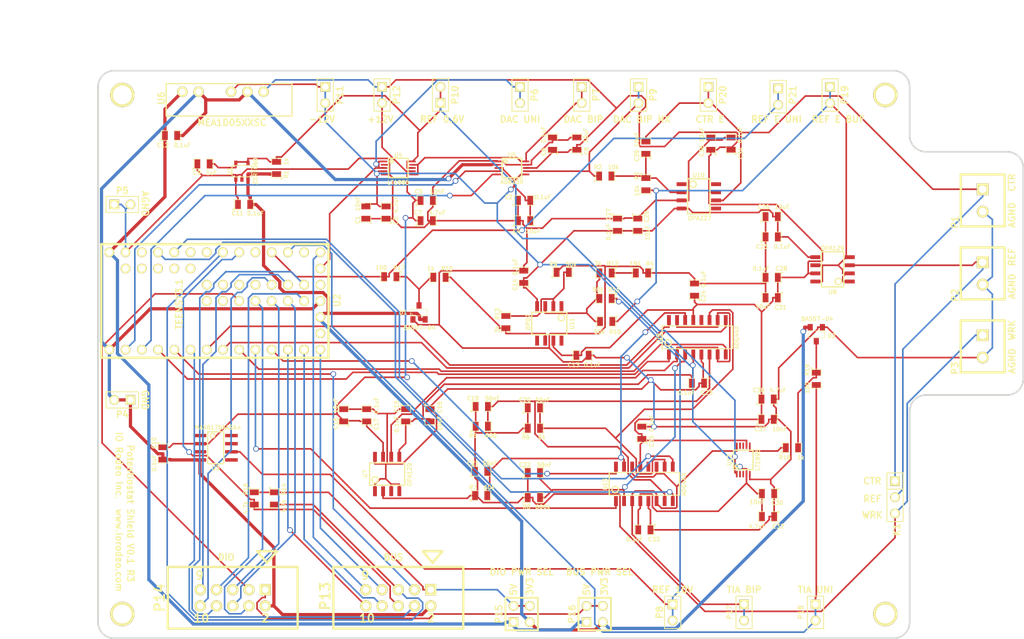
<source format=kicad_pcb>
(kicad_pcb (version 3) (host pcbnew "(2013-jul-07)-stable")
  (layers (15 F.Cu signal) (0 B.Cu signal) (18 B.Paste user) (19 F.Paste user) (20 B.SilkS user) (21 F.SilkS user) (22 B.Mask user) (23 F.Mask user) (28 Edge.Cuts user))
  (net 0 "")
  (net 1 /+12V)
  (net 2 /-12V)
  (net 3 /3V3)
  (net 4 /5V)
  (net 5 /AGND)
  (net 6 /CS)
  (net 7 /CTR_ELECT)
  (net 8 /D24)
  (net 9 /D25)
  (net 10 /D26)
  (net 11 /D27)
  (net 12 /D28)
  (net 13 /D29)
  (net 14 /D30)
  (net 15 /D31)
  (net 16 /DAC_BIP)
  (net 17 /DAC_BIP_NX)
  (net 18 /DAC_GAIN_A0)
  (net 19 /DAC_GAIN_A1)
  (net 20 /DAC_UNI)
  (net 21 /GND)
  (net 22 /MISO)
  (net 23 /MOSI)
  (net 24 /REF_0V6)
  (net 25 /REF_10V)
  (net 26 /REF_ELECT)
  (net 27 /REF_ELECT_BUF)
  (net 28 /REF_ELECT_UNI)
  (net 29 /RX)
  (net 30 /SCK)
  (net 31 /SCL)
  (net 32 /SDA)
  (net 33 /TIA_OUT_BIP)
  (net 34 /TIA_OUT_UNI)
  (net 35 /TIA_SW1_IN1)
  (net 36 /TIA_SW1_IN2)
  (net 37 /TIA_SW1_IN3)
  (net 38 /TIA_SW1_IN4)
  (net 39 /TIA_SW2_IN1)
  (net 40 /TIA_SW2_IN2)
  (net 41 /TIA_SW2_IN3)
  (net 42 /TIA_SW2_IN4)
  (net 43 /TX)
  (net 44 /VEXP)
  (net 45 /VUEXT)
  (net 46 /WRK_ELECT)
  (net 47 N-0000039)
  (net 48 N-0000048)
  (net 49 N-000005)
  (net 50 N-0000060)
  (net 51 N-0000065)
  (net 52 N-0000066)
  (net 53 N-0000067)
  (net 54 N-0000068)
  (net 55 N-0000086)
  (net 56 N-0000087)
  (net 57 N-0000088)
  (net 58 N-0000092)
  (net 59 N-0000093)
  (module SOT23-5 (layer F.Cu) (at 73.32 66.545)
    (fp_text reference U1 (at -1.946 0.003 90) (layer F.SilkS) (effects (font (size 0.635 0.635) (thickness 0.127))))
    (fp_text value ZXRE060 (at 2.118 0.003 90) (layer F.SilkS) (effects (font (size 0.635 0.635) (thickness 0.127))))
    (pad 1 smd rect (at -0.9525 1.27) (size 0.508 0.762) (layers F.Cu F.Paste F.Mask) (net 5 /AGND))
    (pad 3 smd rect (at 0.9525 1.27) (size 0.508 0.762) (layers F.Cu F.Paste F.Mask) (net 3 /3V3))
    (pad 5 smd rect (at -0.9525 -1.27) (size 0.508 0.762) (layers F.Cu F.Paste F.Mask) (net 24 /REF_0V6))
    (pad 2 smd rect (at 0 1.27) (size 0.508 0.762) (layers F.Cu F.Paste F.Mask) (net 5 /AGND))
    (pad 4 smd rect (at 0.9525 -1.27) (size 0.508 0.762) (layers F.Cu F.Paste F.Mask) (net 24 /REF_0V6))
  )
  (module SOT23 (layer F.Cu) (at 101.035 88.665)
    (fp_text reference D1 (at -2.483 -0.019) (layer F.SilkS) (effects (font (size 0.635 0.635) (thickness 0.127))))
    (fp_text value BAS07-04 (at 0.057 2.394) (layer F.SilkS) (effects (font (size 0.635 0.635) (thickness 0.127))))
    (pad 3 smd rect (at 0 -1.09982) (size 0.8001 1.00076) (layers F.Cu F.Paste F.Mask) (net 51 N-0000065))
    (pad 2 smd rect (at 0.9525 1.09982) (size 0.8001 1.00076) (layers F.Cu F.Paste F.Mask) (net 3 /3V3))
    (pad 1 smd rect (at -0.9525 1.09982) (size 0.8001 1.00076) (layers F.Cu F.Paste F.Mask) (net 5 /AGND))
  )
  (module SOT23 (layer F.Cu) (at 163.195 92.075 180)
    (fp_text reference D2 (at -2.413 -0.254 180) (layer F.SilkS) (effects (font (size 0.635 0.635) (thickness 0.127))))
    (fp_text value BAS07-04 (at -0.127 2.413 180) (layer F.SilkS) (effects (font (size 0.635 0.635) (thickness 0.127))))
    (pad 3 smd rect (at 0 -1.09982 180) (size 0.8001 1.00076) (layers F.Cu F.Paste F.Mask) (net 49 N-000005))
    (pad 2 smd rect (at 0.9525 1.09982 180) (size 0.8001 1.00076) (layers F.Cu F.Paste F.Mask) (net 3 /3V3))
    (pad 1 smd rect (at -0.9525 1.09982 180) (size 0.8001 1.00076) (layers F.Cu F.Paste F.Mask) (net 5 /AGND))
  )
  (module SM0805 (layer F.Cu) (at 98.945 104.77 270)
    (fp_text reference C15 (at -1.392 1.409 270) (layer F.SilkS) (effects (font (size 0.635 0.635) (thickness 0.127))))
    (fp_text value 0.1uF (at 1.402 1.409 270) (layer F.SilkS) (effects (font (size 0.635 0.635) (thickness 0.127))))
    (pad 1 smd rect (at -0.9525 0 270) (size 0.889 1.397) (layers F.Cu F.Paste F.Mask) (net 5 /AGND))
    (pad 2 smd rect (at 0.9525 0 270) (size 0.889 1.397) (layers F.Cu F.Paste F.Mask) (net 2 /-12V))
  )
  (module SM0805 (layer F.Cu) (at 110.85 103.39)
    (fp_text reference C19 (at -1.376 -1.282) (layer F.SilkS) (effects (font (size 0.635 0.635) (thickness 0.127))))
    (fp_text value 56nF (at 1.672 -1.282) (layer F.SilkS) (effects (font (size 0.635 0.635) (thickness 0.127))))
    (pad 1 smd rect (at -0.9525 0) (size 0.889 1.397) (layers F.Cu F.Paste F.Mask) (net 46 /WRK_ELECT))
    (pad 2 smd rect (at 0.9525 0) (size 0.889 1.397) (layers F.Cu F.Paste F.Mask) (net 56 N-0000087))
  )
  (module SM0805 (layer F.Cu) (at 155.575 105.41)
    (fp_text reference C37 (at -1.143 1.524) (layer F.SilkS) (effects (font (size 0.635 0.635) (thickness 0.127))))
    (fp_text value 10nF (at 1.905 1.524) (layer F.SilkS) (effects (font (size 0.635 0.635) (thickness 0.127))))
    (pad 1 smd rect (at -0.9525 0) (size 0.889 1.397) (layers F.Cu F.Paste F.Mask) (net 1 /+12V))
    (pad 2 smd rect (at 0.9525 0) (size 0.889 1.397) (layers F.Cu F.Paste F.Mask) (net 5 /AGND))
  )
  (module SM0805 (layer F.Cu) (at 155.645 117.03 180)
    (fp_text reference C30 (at -1.454 -1.461 180) (layer F.SilkS) (effects (font (size 0.635 0.635) (thickness 0.127))))
    (fp_text value 10nF (at 1.721 -1.334 180) (layer F.SilkS) (effects (font (size 0.635 0.635) (thickness 0.127))))
    (pad 1 smd rect (at -0.9525 0 180) (size 0.889 1.397) (layers F.Cu F.Paste F.Mask) (net 5 /AGND))
    (pad 2 smd rect (at 0.9525 0 180) (size 0.889 1.397) (layers F.Cu F.Paste F.Mask) (net 2 /-12V))
  )
  (module SM0805 (layer F.Cu) (at 155.575 102.235)
    (fp_text reference C38 (at -1.397 -1.397) (layer F.SilkS) (effects (font (size 0.635 0.635) (thickness 0.127))))
    (fp_text value 4.7uf (at 1.524 -1.397) (layer F.SilkS) (effects (font (size 0.635 0.635) (thickness 0.127))))
    (pad 1 smd rect (at -0.9525 0) (size 0.889 1.397) (layers F.Cu F.Paste F.Mask) (net 1 /+12V))
    (pad 2 smd rect (at 0.9525 0) (size 0.889 1.397) (layers F.Cu F.Paste F.Mask) (net 5 /AGND))
  )
  (module SM0805 (layer F.Cu) (at 155.645 120.63 180)
    (fp_text reference C32 (at -1.581 -1.544 180) (layer F.SilkS) (effects (font (size 0.635 0.635) (thickness 0.127))))
    (fp_text value 4.7uF (at 1.721 -1.544 180) (layer F.SilkS) (effects (font (size 0.635 0.635) (thickness 0.127))))
    (pad 1 smd rect (at -0.9525 0 180) (size 0.889 1.397) (layers F.Cu F.Paste F.Mask) (net 5 /AGND))
    (pad 2 smd rect (at 0.9525 0 180) (size 0.889 1.397) (layers F.Cu F.Paste F.Mask) (net 2 /-12V))
  )
  (module SM0805 (layer F.Cu) (at 92.845 104.77 90)
    (fp_text reference C17 (at -1.402 1.516 90) (layer F.SilkS) (effects (font (size 0.635 0.635) (thickness 0.127))))
    (fp_text value 0.1uF (at 1.519 1.516 90) (layer F.SilkS) (effects (font (size 0.635 0.635) (thickness 0.127))))
    (pad 1 smd rect (at -0.9525 0 90) (size 0.889 1.397) (layers F.Cu F.Paste F.Mask) (net 1 /+12V))
    (pad 2 smd rect (at 0.9525 0 90) (size 0.889 1.397) (layers F.Cu F.Paste F.Mask) (net 5 /AGND))
  )
  (module SM0805 (layer F.Cu) (at 110.85 106.49)
    (fp_text reference R5 (at -1.376 1.46) (layer F.SilkS) (effects (font (size 0.635 0.635) (thickness 0.127))))
    (fp_text value 600 (at 1.418 1.46) (layer F.SilkS) (effects (font (size 0.635 0.635) (thickness 0.127))))
    (pad 1 smd rect (at -0.9525 0) (size 0.889 1.397) (layers F.Cu F.Paste F.Mask) (net 46 /WRK_ELECT))
    (pad 2 smd rect (at 0.9525 0) (size 0.889 1.397) (layers F.Cu F.Paste F.Mask) (net 56 N-0000087))
  )
  (module SM0805 (layer F.Cu) (at 89.245 104.77 90)
    (fp_text reference C18 (at -1.275 -1.234 90) (layer F.SilkS) (effects (font (size 0.635 0.635) (thickness 0.127))))
    (fp_text value 10uF (at 1.519 -1.234 90) (layer F.SilkS) (effects (font (size 0.635 0.635) (thickness 0.127))))
    (pad 1 smd rect (at -0.9525 0 90) (size 0.889 1.397) (layers F.Cu F.Paste F.Mask) (net 1 /+12V))
    (pad 2 smd rect (at 0.9525 0 90) (size 0.889 1.397) (layers F.Cu F.Paste F.Mask) (net 5 /AGND))
  )
  (module SM0805 (layer F.Cu) (at 102.745 104.77 270)
    (fp_text reference C16 (at -1.265 -1.522 270) (layer F.SilkS) (effects (font (size 0.635 0.635) (thickness 0.127))))
    (fp_text value 10uF (at 1.275 -1.522 270) (layer F.SilkS) (effects (font (size 0.635 0.635) (thickness 0.127))))
    (pad 1 smd rect (at -0.9525 0 270) (size 0.889 1.397) (layers F.Cu F.Paste F.Mask) (net 5 /AGND))
    (pad 2 smd rect (at 0.9525 0 270) (size 0.889 1.397) (layers F.Cu F.Paste F.Mask) (net 2 /-12V))
  )
  (module SM0805 (layer F.Cu) (at 144.68 99.75 180)
    (fp_text reference C23 (at -1.37 -1.469 180) (layer F.SilkS) (effects (font (size 0.635 0.635) (thickness 0.127))))
    (fp_text value 0.1uF (at 1.805 -1.469 180) (layer F.SilkS) (effects (font (size 0.635 0.635) (thickness 0.127))))
    (pad 1 smd rect (at -0.9525 0 180) (size 0.889 1.397) (layers F.Cu F.Paste F.Mask) (net 5 /AGND))
    (pad 2 smd rect (at 0.9525 0 180) (size 0.889 1.397) (layers F.Cu F.Paste F.Mask) (net 2 /-12V))
  )
  (module SM0805 (layer F.Cu) (at 144.145 85.09 90)
    (fp_text reference C24 (at -1.016 1.397 90) (layer F.SilkS) (effects (font (size 0.635 0.635) (thickness 0.127))))
    (fp_text value 0.1uF (at 1.651 1.397 90) (layer F.SilkS) (effects (font (size 0.635 0.635) (thickness 0.127))))
    (pad 1 smd rect (at -0.9525 0 90) (size 0.889 1.397) (layers F.Cu F.Paste F.Mask) (net 1 /+12V))
    (pad 2 smd rect (at 0.9525 0 90) (size 0.889 1.397) (layers F.Cu F.Paste F.Mask) (net 5 /AGND))
  )
  (module SM0805 (layer F.Cu) (at 136.29 122.705 180)
    (fp_text reference C33 (at -1.505 -1.501 180) (layer F.SilkS) (effects (font (size 0.635 0.635) (thickness 0.127))))
    (fp_text value 0.1uF (at 1.543 -1.501 180) (layer F.SilkS) (effects (font (size 0.635 0.635) (thickness 0.127))))
    (pad 1 smd rect (at -0.9525 0 180) (size 0.889 1.397) (layers F.Cu F.Paste F.Mask) (net 5 /AGND))
    (pad 2 smd rect (at 0.9525 0 180) (size 0.889 1.397) (layers F.Cu F.Paste F.Mask) (net 2 /-12V))
  )
  (module SM0805 (layer F.Cu) (at 135.89 107.505 90)
    (fp_text reference C35 (at -1.334 1.524 90) (layer F.SilkS) (effects (font (size 0.635 0.635) (thickness 0.127))))
    (fp_text value 0.1uF (at 1.46 1.524 90) (layer F.SilkS) (effects (font (size 0.635 0.635) (thickness 0.127))))
    (pad 1 smd rect (at -0.9525 0 90) (size 0.889 1.397) (layers F.Cu F.Paste F.Mask) (net 1 /+12V))
    (pad 2 smd rect (at 0.9525 0 90) (size 0.889 1.397) (layers F.Cu F.Paste F.Mask) (net 5 /AGND))
  )
  (module SM0805 (layer F.Cu) (at 159.385 109.855)
    (fp_text reference R18 (at -1.143 1.524) (layer F.SilkS) (effects (font (size 0.635 0.635) (thickness 0.127))))
    (fp_text value 1k (at 1.397 1.524) (layer F.SilkS) (effects (font (size 0.635 0.635) (thickness 0.127))))
    (pad 1 smd rect (at -0.9525 0) (size 0.889 1.397) (layers F.Cu F.Paste F.Mask) (net 47 N-0000039))
    (pad 2 smd rect (at 0.9525 0) (size 0.889 1.397) (layers F.Cu F.Paste F.Mask) (net 49 N-000005))
  )
  (module SM0805 (layer F.Cu) (at 163.195 99.06 270)
    (fp_text reference R19 (at -1.397 1.397 270) (layer F.SilkS) (effects (font (size 0.635 0.635) (thickness 0.127))))
    (fp_text value 100 (at 1.397 1.397 270) (layer F.SilkS) (effects (font (size 0.635 0.635) (thickness 0.127))))
    (pad 1 smd rect (at -0.9525 0 270) (size 0.889 1.397) (layers F.Cu F.Paste F.Mask) (net 49 N-000005))
    (pad 2 smd rect (at 0.9525 0 270) (size 0.889 1.397) (layers F.Cu F.Paste F.Mask) (net 34 /TIA_OUT_UNI))
  )
  (module SM0805 (layer F.Cu) (at 130.215 82.48 180)
    (fp_text reference R12 (at -1.103 1.454 180) (layer F.SilkS) (effects (font (size 0.635 0.635) (thickness 0.127))))
    (fp_text value 3k (at 1.183 1.454 180) (layer F.SilkS) (effects (font (size 0.635 0.635) (thickness 0.127))))
    (pad 1 smd rect (at -0.9525 0 180) (size 0.889 1.397) (layers F.Cu F.Paste F.Mask) (net 50 N-0000060))
    (pad 2 smd rect (at 0.9525 0 180) (size 0.889 1.397) (layers F.Cu F.Paste F.Mask) (net 53 N-0000067))
  )
  (module SM0805 (layer F.Cu) (at 130.315 90.08 180)
    (fp_text reference R10 (at -1.384 -1.614 180) (layer F.SilkS) (effects (font (size 0.635 0.635) (thickness 0.127))))
    (fp_text value 50k (at 1.029 -1.614 180) (layer F.SilkS) (effects (font (size 0.635 0.635) (thickness 0.127))))
    (pad 1 smd rect (at -0.9525 0 180) (size 0.889 1.397) (layers F.Cu F.Paste F.Mask) (net 27 /REF_ELECT_BUF))
    (pad 2 smd rect (at 0.9525 0 180) (size 0.889 1.397) (layers F.Cu F.Paste F.Mask) (net 53 N-0000067))
  )
  (module SM0805 (layer F.Cu) (at 123.515 82.38)
    (fp_text reference R9 (at -1.468 -1.227) (layer F.SilkS) (effects (font (size 0.635 0.635) (thickness 0.127))))
    (fp_text value 50k (at 1.326 -1.227) (layer F.SilkS) (effects (font (size 0.635 0.635) (thickness 0.127))))
    (pad 1 smd rect (at -0.9525 0) (size 0.889 1.397) (layers F.Cu F.Paste F.Mask) (net 5 /AGND))
    (pad 2 smd rect (at 0.9525 0) (size 0.889 1.397) (layers F.Cu F.Paste F.Mask) (net 54 N-0000068))
  )
  (module SM0805 (layer F.Cu) (at 130.215 86.48 180)
    (fp_text reference R11 (at -1.357 1.39 180) (layer F.SilkS) (effects (font (size 0.635 0.635) (thickness 0.127))))
    (fp_text value 50k (at 1.183 1.39 180) (layer F.SilkS) (effects (font (size 0.635 0.635) (thickness 0.127))))
    (pad 1 smd rect (at -0.9525 0 180) (size 0.889 1.397) (layers F.Cu F.Paste F.Mask) (net 25 /REF_10V))
    (pad 2 smd rect (at 0.9525 0 180) (size 0.889 1.397) (layers F.Cu F.Paste F.Mask) (net 53 N-0000067))
  )
  (module SM0805 (layer F.Cu) (at 114.615 90.18 270)
    (fp_text reference R13 (at -1.28 1.331 270) (layer F.SilkS) (effects (font (size 0.635 0.635) (thickness 0.127))))
    (fp_text value 3k (at 1.133 1.331 270) (layer F.SilkS) (effects (font (size 0.635 0.635) (thickness 0.127))))
    (pad 1 smd rect (at -0.9525 0 270) (size 0.889 1.397) (layers F.Cu F.Paste F.Mask) (net 54 N-0000068))
    (pad 2 smd rect (at 0.9525 0 270) (size 0.889 1.397) (layers F.Cu F.Paste F.Mask) (net 52 N-0000066))
  )
  (module SM0805 (layer F.Cu) (at 104.235 83.165 180)
    (fp_text reference R15 (at -1.175 1.377 180) (layer F.SilkS) (effects (font (size 0.635 0.635) (thickness 0.127))))
    (fp_text value 1k (at 1.365 1.377 180) (layer F.SilkS) (effects (font (size 0.635 0.635) (thickness 0.127))))
    (pad 1 smd rect (at -0.9525 0 180) (size 0.889 1.397) (layers F.Cu F.Paste F.Mask) (net 52 N-0000066))
    (pad 2 smd rect (at 0.9525 0 180) (size 0.889 1.397) (layers F.Cu F.Paste F.Mask) (net 51 N-0000065))
  )
  (module SM0805 (layer F.Cu) (at 96.535 83.065 180)
    (fp_text reference R17 (at -1.382 1.404 180) (layer F.SilkS) (effects (font (size 0.635 0.635) (thickness 0.127))))
    (fp_text value 100 (at 1.412 1.404 180) (layer F.SilkS) (effects (font (size 0.635 0.635) (thickness 0.127))))
    (pad 1 smd rect (at -0.9525 0 180) (size 0.889 1.397) (layers F.Cu F.Paste F.Mask) (net 51 N-0000065))
    (pad 2 smd rect (at 0.9525 0 180) (size 0.889 1.397) (layers F.Cu F.Paste F.Mask) (net 28 /REF_ELECT_UNI))
  )
  (module SM0805 (layer F.Cu) (at 126.615 95.38)
    (fp_text reference C13 (at -1.393 1.521) (layer F.SilkS) (effects (font (size 0.635 0.635) (thickness 0.127))))
    (fp_text value 0.1uF (at 1.528 1.521) (layer F.SilkS) (effects (font (size 0.635 0.635) (thickness 0.127))))
    (pad 1 smd rect (at -0.9525 0) (size 0.889 1.397) (layers F.Cu F.Paste F.Mask) (net 1 /+12V))
    (pad 2 smd rect (at 0.9525 0) (size 0.889 1.397) (layers F.Cu F.Paste F.Mask) (net 5 /AGND))
  )
  (module SM0805 (layer F.Cu) (at 117.415 83.08 90)
    (fp_text reference C14 (at -1.248 -1.337 90) (layer F.SilkS) (effects (font (size 0.635 0.635) (thickness 0.127))))
    (fp_text value 0.1uF (at 1.546 -1.337 90) (layer F.SilkS) (effects (font (size 0.635 0.635) (thickness 0.127))))
    (pad 1 smd rect (at -0.9525 0 90) (size 0.889 1.397) (layers F.Cu F.Paste F.Mask) (net 2 /-12V))
    (pad 2 smd rect (at 0.9525 0 90) (size 0.889 1.397) (layers F.Cu F.Paste F.Mask) (net 5 /AGND))
  )
  (module SM0805 (layer F.Cu) (at 135.915 82.48 180)
    (fp_text reference R4 (at -1.245 1.454 180) (layer F.SilkS) (effects (font (size 0.635 0.635) (thickness 0.127))))
    (fp_text value 191 (at 1.041 1.454 180) (layer F.SilkS) (effects (font (size 0.635 0.635) (thickness 0.127))))
    (pad 1 smd rect (at -0.9525 0 180) (size 0.889 1.397) (layers F.Cu F.Paste F.Mask) (net 5 /AGND))
    (pad 2 smd rect (at 0.9525 0 180) (size 0.889 1.397) (layers F.Cu F.Paste F.Mask) (net 50 N-0000060))
  )
  (module SM0805 (layer F.Cu) (at 60.96 110.744 270)
    (fp_text reference C10 (at -1.651 1.397 270) (layer F.SilkS) (effects (font (size 0.635 0.635) (thickness 0.127))))
    (fp_text value 0.1uF (at 1.524 1.397 270) (layer F.SilkS) (effects (font (size 0.635 0.635) (thickness 0.127))))
    (pad 1 smd rect (at -0.9525 0 270) (size 0.889 1.397) (layers F.Cu F.Paste F.Mask) (net 1 /+12V))
    (pad 2 smd rect (at 0.9525 0 270) (size 0.889 1.397) (layers F.Cu F.Paste F.Mask) (net 21 /GND))
  )
  (module SM0805 (layer F.Cu) (at 62.23 60.96)
    (fp_text reference C12 (at -1.27 1.524) (layer F.SilkS) (effects (font (size 0.635 0.635) (thickness 0.127))))
    (fp_text value 0.1uF (at 1.778 1.524) (layer F.SilkS) (effects (font (size 0.635 0.635) (thickness 0.127))))
    (pad 1 smd rect (at -0.9525 0) (size 0.889 1.397) (layers F.Cu F.Paste F.Mask) (net 4 /5V))
    (pad 2 smd rect (at 0.9525 0) (size 0.889 1.397) (layers F.Cu F.Paste F.Mask) (net 21 /GND))
  )
  (module SM0805 (layer F.Cu) (at 78.4225 117.792 270)
    (fp_text reference R14 (at -1.46 -1.4605 270) (layer F.SilkS) (effects (font (size 0.635 0.635) (thickness 0.127))))
    (fp_text value 4.7k (at 1.207 -1.4605 270) (layer F.SilkS) (effects (font (size 0.635 0.635) (thickness 0.127))))
    (pad 1 smd rect (at -0.9525 0 270) (size 0.889 1.397) (layers F.Cu F.Paste F.Mask) (net 45 /VUEXT))
    (pad 2 smd rect (at 0.9525 0 270) (size 0.889 1.397) (layers F.Cu F.Paste F.Mask) (net 31 /SCL))
  )
  (module SM0805 (layer F.Cu) (at 75.2475 117.792 270)
    (fp_text reference R16 (at -1.4605 1.3335 270) (layer F.SilkS) (effects (font (size 0.635 0.635) (thickness 0.127))))
    (fp_text value 4.7k (at 1.461 1.3335 270) (layer F.SilkS) (effects (font (size 0.635 0.635) (thickness 0.127))))
    (pad 1 smd rect (at -0.9525 0 270) (size 0.889 1.397) (layers F.Cu F.Paste F.Mask) (net 45 /VUEXT))
    (pad 2 smd rect (at 0.9525 0 270) (size 0.889 1.397) (layers F.Cu F.Paste F.Mask) (net 32 /SDA))
  )
  (module SM0805 (layer F.Cu) (at 149.86 62.23 90)
    (fp_text reference C34 (at -1.524 1.524 90) (layer F.SilkS) (effects (font (size 0.635 0.635) (thickness 0.127))))
    (fp_text value 0.1uF (at 1.397 1.397 90) (layer F.SilkS) (effects (font (size 0.635 0.635) (thickness 0.127))))
    (pad 1 smd rect (at -0.9525 0 90) (size 0.889 1.397) (layers F.Cu F.Paste F.Mask) (net 1 /+12V))
    (pad 2 smd rect (at 0.9525 0 90) (size 0.889 1.397) (layers F.Cu F.Paste F.Mask) (net 5 /AGND))
  )
  (module SM0805 (layer F.Cu) (at 156.21 73.66)
    (fp_text reference C26 (at -1.27 -1.524) (layer F.SilkS) (effects (font (size 0.635 0.635) (thickness 0.127))))
    (fp_text value 10uF (at 1.651 -1.524) (layer F.SilkS) (effects (font (size 0.635 0.635) (thickness 0.127))))
    (pad 1 smd rect (at -0.9525 0) (size 0.889 1.397) (layers F.Cu F.Paste F.Mask) (net 5 /AGND))
    (pad 2 smd rect (at 0.9525 0) (size 0.889 1.397) (layers F.Cu F.Paste F.Mask) (net 2 /-12V))
  )
  (module SM0805 (layer F.Cu) (at 156.21 86.36 180)
    (fp_text reference C31 (at -1.397 -1.524 180) (layer F.SilkS) (effects (font (size 0.635 0.635) (thickness 0.127))))
    (fp_text value 10uF (at 1.397 -1.397 180) (layer F.SilkS) (effects (font (size 0.635 0.635) (thickness 0.127))))
    (pad 1 smd rect (at -0.9525 0 180) (size 0.889 1.397) (layers F.Cu F.Paste F.Mask) (net 1 /+12V))
    (pad 2 smd rect (at 0.9525 0 180) (size 0.889 1.397) (layers F.Cu F.Paste F.Mask) (net 5 /AGND))
  )
  (module SM0805 (layer F.Cu) (at 156.21 76.835)
    (fp_text reference C25 (at -1.524 1.524) (layer F.SilkS) (effects (font (size 0.635 0.635) (thickness 0.127))))
    (fp_text value 0.1uF (at 1.651 1.524) (layer F.SilkS) (effects (font (size 0.635 0.635) (thickness 0.127))))
    (pad 1 smd rect (at -0.9525 0) (size 0.889 1.397) (layers F.Cu F.Paste F.Mask) (net 5 /AGND))
    (pad 2 smd rect (at 0.9525 0) (size 0.889 1.397) (layers F.Cu F.Paste F.Mask) (net 2 /-12V))
  )
  (module SM0805 (layer F.Cu) (at 156.21 83.185 180)
    (fp_text reference C28 (at -1.524 1.397 180) (layer F.SilkS) (effects (font (size 0.635 0.635) (thickness 0.127))))
    (fp_text value 0.1uF (at 1.651 1.397 180) (layer F.SilkS) (effects (font (size 0.635 0.635) (thickness 0.127))))
    (pad 1 smd rect (at -0.9525 0 180) (size 0.889 1.397) (layers F.Cu F.Paste F.Mask) (net 1 /+12V))
    (pad 2 smd rect (at 0.9525 0 180) (size 0.889 1.397) (layers F.Cu F.Paste F.Mask) (net 5 /AGND))
  )
  (module SM0805 (layer F.Cu) (at 95.885 73.025 90)
    (fp_text reference C3 (at -1.27 1.524 90) (layer F.SilkS) (effects (font (size 0.635 0.635) (thickness 0.127))))
    (fp_text value 4.7uF (at 1.27 1.524 90) (layer F.SilkS) (effects (font (size 0.635 0.635) (thickness 0.127))))
    (pad 1 smd rect (at -0.9525 0 90) (size 0.889 1.397) (layers F.Cu F.Paste F.Mask) (net 5 /AGND))
    (pad 2 smd rect (at 0.9525 0 90) (size 0.889 1.397) (layers F.Cu F.Paste F.Mask) (net 2 /-12V))
  )
  (module SM0805 (layer F.Cu) (at 102.235 74.295)
    (fp_text reference C7 (at -1.397 -1.27) (layer F.SilkS) (effects (font (size 0.635 0.635) (thickness 0.127))))
    (fp_text value 4.7uF (at 1.651 -1.27) (layer F.SilkS) (effects (font (size 0.635 0.635) (thickness 0.127))))
    (pad 1 smd rect (at -0.9525 0) (size 0.889 1.397) (layers F.Cu F.Paste F.Mask) (net 1 /+12V))
    (pad 2 smd rect (at 0.9525 0) (size 0.889 1.397) (layers F.Cu F.Paste F.Mask) (net 5 /AGND))
  )
  (module SM0805 (layer F.Cu) (at 121.92 62.23 90)
    (fp_text reference C6 (at -1.27 -1.397 90) (layer F.SilkS) (effects (font (size 0.635 0.635) (thickness 0.127))))
    (fp_text value 0.1uF (at 1.397 -1.397 90) (layer F.SilkS) (effects (font (size 0.635 0.635) (thickness 0.127))))
    (pad 1 smd rect (at -0.9525 0 90) (size 0.889 1.397) (layers F.Cu F.Paste F.Mask) (net 1 /+12V))
    (pad 2 smd rect (at 0.9525 0 90) (size 0.889 1.397) (layers F.Cu F.Paste F.Mask) (net 5 /AGND))
  )
  (module SM0805 (layer F.Cu) (at 117.475 71.12)
    (fp_text reference C2 (at -2.413 -0.508) (layer F.SilkS) (effects (font (size 0.635 0.635) (thickness 0.127))))
    (fp_text value 0.1uF (at 2.921 -0.508) (layer F.SilkS) (effects (font (size 0.635 0.635) (thickness 0.127))))
    (pad 1 smd rect (at -0.9525 0) (size 0.889 1.397) (layers F.Cu F.Paste F.Mask) (net 5 /AGND))
    (pad 2 smd rect (at 0.9525 0) (size 0.889 1.397) (layers F.Cu F.Paste F.Mask) (net 2 /-12V))
  )
  (module SM0805 (layer F.Cu) (at 125.73 62.23 90)
    (fp_text reference C8 (at -1.143 1.524 90) (layer F.SilkS) (effects (font (size 0.635 0.635) (thickness 0.127))))
    (fp_text value 10uF (at 1.27 1.397 90) (layer F.SilkS) (effects (font (size 0.635 0.635) (thickness 0.127))))
    (pad 1 smd rect (at -0.9525 0 90) (size 0.889 1.397) (layers F.Cu F.Paste F.Mask) (net 1 /+12V))
    (pad 2 smd rect (at 0.9525 0 90) (size 0.889 1.397) (layers F.Cu F.Paste F.Mask) (net 5 /AGND))
  )
  (module SM0805 (layer F.Cu) (at 117.475 74.295)
    (fp_text reference C4 (at -1.143 1.651) (layer F.SilkS) (effects (font (size 0.635 0.635) (thickness 0.127))))
    (fp_text value 10uF (at 1.397 1.651) (layer F.SilkS) (effects (font (size 0.635 0.635) (thickness 0.127))))
    (pad 1 smd rect (at -0.9525 0) (size 0.889 1.397) (layers F.Cu F.Paste F.Mask) (net 5 /AGND))
    (pad 2 smd rect (at 0.9525 0) (size 0.889 1.397) (layers F.Cu F.Paste F.Mask) (net 2 /-12V))
  )
  (module SM0805 (layer F.Cu) (at 92.71 73.025 90)
    (fp_text reference C1 (at -1.143 -1.27 90) (layer F.SilkS) (effects (font (size 0.635 0.635) (thickness 0.127))))
    (fp_text value 10nF (at 1.397 -1.27 90) (layer F.SilkS) (effects (font (size 0.635 0.635) (thickness 0.127))))
    (pad 1 smd rect (at -0.9525 0 90) (size 0.889 1.397) (layers F.Cu F.Paste F.Mask) (net 5 /AGND))
    (pad 2 smd rect (at 0.9525 0 90) (size 0.889 1.397) (layers F.Cu F.Paste F.Mask) (net 2 /-12V))
  )
  (module SM0805 (layer F.Cu) (at 130.175 67.31)
    (fp_text reference R2 (at -1.143 -1.397) (layer F.SilkS) (effects (font (size 0.635 0.635) (thickness 0.127))))
    (fp_text value 10k (at 1.27 -1.397) (layer F.SilkS) (effects (font (size 0.635 0.635) (thickness 0.127))))
    (pad 1 smd rect (at -0.9525 0) (size 0.889 1.397) (layers F.Cu F.Paste F.Mask) (net 17 /DAC_BIP_NX))
    (pad 2 smd rect (at 0.9525 0) (size 0.889 1.397) (layers F.Cu F.Paste F.Mask) (net 58 N-0000092))
  )
  (module SM0805 (layer F.Cu) (at 136.525 68.58 270)
    (fp_text reference R3 (at -1.27 1.397 270) (layer F.SilkS) (effects (font (size 0.635 0.635) (thickness 0.127))))
    (fp_text value 10k (at 1.016 1.397 270) (layer F.SilkS) (effects (font (size 0.635 0.635) (thickness 0.127))))
    (pad 1 smd rect (at -0.9525 0 270) (size 0.889 1.397) (layers F.Cu F.Paste F.Mask) (net 58 N-0000092))
    (pad 2 smd rect (at 0.9525 0 270) (size 0.889 1.397) (layers F.Cu F.Paste F.Mask) (net 27 /REF_ELECT_BUF))
  )
  (module SM0805 (layer F.Cu) (at 132.08 74.93 270)
    (fp_text reference C27 (at -1.651 1.397 270) (layer F.SilkS) (effects (font (size 0.635 0.635) (thickness 0.127))))
    (fp_text value 0.1uF (at 1.143 1.397 270) (layer F.SilkS) (effects (font (size 0.635 0.635) (thickness 0.127))))
    (pad 1 smd rect (at -0.9525 0 270) (size 0.889 1.397) (layers F.Cu F.Paste F.Mask) (net 5 /AGND))
    (pad 2 smd rect (at 0.9525 0 270) (size 0.889 1.397) (layers F.Cu F.Paste F.Mask) (net 2 /-12V))
  )
  (module SM0805 (layer F.Cu) (at 146.685 62.23 90)
    (fp_text reference C36 (at -1.143 -1.397 90) (layer F.SilkS) (effects (font (size 0.635 0.635) (thickness 0.127))))
    (fp_text value 10uF (at 1.397 -1.397 90) (layer F.SilkS) (effects (font (size 0.635 0.635) (thickness 0.127))))
    (pad 1 smd rect (at -0.9525 0 90) (size 0.889 1.397) (layers F.Cu F.Paste F.Mask) (net 1 /+12V))
    (pad 2 smd rect (at 0.9525 0 90) (size 0.889 1.397) (layers F.Cu F.Paste F.Mask) (net 5 /AGND))
  )
  (module SM0805 (layer F.Cu) (at 135.255 74.93 270)
    (fp_text reference C29 (at -1.27 -1.397 270) (layer F.SilkS) (effects (font (size 0.635 0.635) (thickness 0.127))))
    (fp_text value 10uF (at 1.27 -1.524 270) (layer F.SilkS) (effects (font (size 0.635 0.635) (thickness 0.127))))
    (pad 1 smd rect (at -0.9525 0 270) (size 0.889 1.397) (layers F.Cu F.Paste F.Mask) (net 5 /AGND))
    (pad 2 smd rect (at 0.9525 0 270) (size 0.889 1.397) (layers F.Cu F.Paste F.Mask) (net 2 /-12V))
  )
  (module SM0805 (layer F.Cu) (at 119.005 117.655)
    (fp_text reference R8 (at -1.149 1.471) (layer F.SilkS) (effects (font (size 0.635 0.635) (thickness 0.127))))
    (fp_text value 600k (at 1.391 1.471) (layer F.SilkS) (effects (font (size 0.635 0.635) (thickness 0.127))))
    (pad 1 smd rect (at -0.9525 0) (size 0.889 1.397) (layers F.Cu F.Paste F.Mask) (net 46 /WRK_ELECT))
    (pad 2 smd rect (at 0.9525 0) (size 0.889 1.397) (layers F.Cu F.Paste F.Mask) (net 59 N-0000093))
  )
  (module SM0805 (layer F.Cu) (at 119.005 113.755)
    (fp_text reference C22 (at -1.403 -1.233) (layer F.SilkS) (effects (font (size 0.635 0.635) (thickness 0.127))))
    (fp_text value 56nF (at 1.645 -1.233) (layer F.SilkS) (effects (font (size 0.635 0.635) (thickness 0.127))))
    (pad 1 smd rect (at -0.9525 0) (size 0.889 1.397) (layers F.Cu F.Paste F.Mask) (net 46 /WRK_ELECT))
    (pad 2 smd rect (at 0.9525 0) (size 0.889 1.397) (layers F.Cu F.Paste F.Mask) (net 59 N-0000093))
  )
  (module SM0805 (layer F.Cu) (at 110.75 117.345)
    (fp_text reference R7 (at -1.276 -1.267) (layer F.SilkS) (effects (font (size 0.635 0.635) (thickness 0.127))))
    (fp_text value 60k (at 1.264 -1.267) (layer F.SilkS) (effects (font (size 0.635 0.635) (thickness 0.127))))
    (pad 1 smd rect (at -0.9525 0) (size 0.889 1.397) (layers F.Cu F.Paste F.Mask) (net 46 /WRK_ELECT))
    (pad 2 smd rect (at 0.9525 0) (size 0.889 1.397) (layers F.Cu F.Paste F.Mask) (net 55 N-0000086))
  )
  (module SM0805 (layer F.Cu) (at 102.235 71.12)
    (fp_text reference C5 (at -1.27 -1.397) (layer F.SilkS) (effects (font (size 0.635 0.635) (thickness 0.127))))
    (fp_text value 10nF (at 1.651 -1.397) (layer F.SilkS) (effects (font (size 0.635 0.635) (thickness 0.127))))
    (pad 1 smd rect (at -0.9525 0) (size 0.889 1.397) (layers F.Cu F.Paste F.Mask) (net 1 /+12V))
    (pad 2 smd rect (at 0.9525 0) (size 0.889 1.397) (layers F.Cu F.Paste F.Mask) (net 5 /AGND))
  )
  (module SM0805 (layer F.Cu) (at 67.31 65.405)
    (fp_text reference C9 (at -1.016 1.397) (layer F.SilkS) (effects (font (size 0.635 0.635) (thickness 0.127))))
    (fp_text value 1uF (at 1.27 1.397) (layer F.SilkS) (effects (font (size 0.635 0.635) (thickness 0.127))))
    (pad 1 smd rect (at -0.9525 0) (size 0.889 1.397) (layers F.Cu F.Paste F.Mask) (net 5 /AGND))
    (pad 2 smd rect (at 0.9525 0) (size 0.889 1.397) (layers F.Cu F.Paste F.Mask) (net 24 /REF_0V6))
  )
  (module SM0805 (layer F.Cu) (at 78.74 66.04 90)
    (fp_text reference R1 (at -1.016 1.524 90) (layer F.SilkS) (effects (font (size 0.635 0.635) (thickness 0.127))))
    (fp_text value 1k (at 1.016 1.524 90) (layer F.SilkS) (effects (font (size 0.635 0.635) (thickness 0.127))))
    (pad 1 smd rect (at -0.9525 0 90) (size 0.889 1.397) (layers F.Cu F.Paste F.Mask) (net 3 /3V3))
    (pad 2 smd rect (at 0.9525 0 90) (size 0.889 1.397) (layers F.Cu F.Paste F.Mask) (net 24 /REF_0V6))
  )
  (module SM0805 (layer F.Cu) (at 73.66 71.755)
    (fp_text reference C11 (at -1.016 1.397) (layer F.SilkS) (effects (font (size 0.635 0.635) (thickness 0.127))))
    (fp_text value 0.1uF (at 1.778 1.397) (layer F.SilkS) (effects (font (size 0.635 0.635) (thickness 0.127))))
    (pad 1 smd rect (at -0.9525 0) (size 0.889 1.397) (layers F.Cu F.Paste F.Mask) (net 5 /AGND))
    (pad 2 smd rect (at 0.9525 0) (size 0.889 1.397) (layers F.Cu F.Paste F.Mask) (net 3 /3V3))
  )
  (module SM0805 (layer F.Cu) (at 119.005 103.605)
    (fp_text reference C20 (at -1.403 -1.243) (layer F.SilkS) (effects (font (size 0.635 0.635) (thickness 0.127))))
    (fp_text value 56nF (at 1.391 -1.243) (layer F.SilkS) (effects (font (size 0.635 0.635) (thickness 0.127))))
    (pad 1 smd rect (at -0.9525 0) (size 0.889 1.397) (layers F.Cu F.Paste F.Mask) (net 46 /WRK_ELECT))
    (pad 2 smd rect (at 0.9525 0) (size 0.889 1.397) (layers F.Cu F.Paste F.Mask) (net 57 N-0000088))
  )
  (module SM0805 (layer F.Cu) (at 110.75 113.545)
    (fp_text reference C21 (at -1.276 -1.277) (layer F.SilkS) (effects (font (size 0.635 0.635) (thickness 0.127))))
    (fp_text value 56nF (at 1.391 -1.277) (layer F.SilkS) (effects (font (size 0.635 0.635) (thickness 0.127))))
    (pad 1 smd rect (at -0.9525 0) (size 0.889 1.397) (layers F.Cu F.Paste F.Mask) (net 46 /WRK_ELECT))
    (pad 2 smd rect (at 0.9525 0) (size 0.889 1.397) (layers F.Cu F.Paste F.Mask) (net 55 N-0000086))
  )
  (module SM0805 (layer F.Cu) (at 119.005 106.805)
    (fp_text reference R6 (at -1.276 1.399) (layer F.SilkS) (effects (font (size 0.635 0.635) (thickness 0.127))))
    (fp_text value 6k (at 1.264 1.399) (layer F.SilkS) (effects (font (size 0.635 0.635) (thickness 0.127))))
    (pad 1 smd rect (at -0.9525 0) (size 0.889 1.397) (layers F.Cu F.Paste F.Mask) (net 46 /WRK_ELECT))
    (pad 2 smd rect (at 0.9525 0) (size 0.889 1.397) (layers F.Cu F.Paste F.Mask) (net 57 N-0000088))
  )
  (module PIN_ARRAY_3X1 (layer F.Cu) (at 175.514 117.602 270)
    (fp_text reference K1 (at 5.08 -0.254 270) (layer F.SilkS) (effects (font (size 1.016 1.016) (thickness 0.2032))))
    (fp_text value CONN_3 hide)
    (pad 1 thru_hole rect (at -2.54 0 270) (size 1.524 1.524) (drill 1.016) (layers *.Cu *.Mask F.SilkS) (net 7 /CTR_ELECT))
    (pad 2 thru_hole circle (at 0 0 270) (size 1.524 1.524) (drill 1.016) (layers *.Cu *.Mask F.SilkS) (net 26 /REF_ELECT))
    (pad 3 thru_hole circle (at 2.54 0 270) (size 1.524 1.524) (drill 1.016) (layers *.Cu *.Mask F.SilkS) (net 46 /WRK_ELECT))
  )
  (module PIN_ARRAY_2X2 (layer F.Cu) (at 128.524 135.89)
    (fp_text reference P16 (at -3.556 0 90) (layer F.SilkS) (effects (font (size 1.016 1.016) (thickness 0.2032))))
    (fp_text value CONN_2X2 hide)
    (pad 1 thru_hole rect (at -1.27 1.27) (size 1.524 1.524) (drill 1.016) (layers *.Cu *.Mask F.SilkS) (net 4 /5V))
    (pad 2 thru_hole circle (at -1.27 -1.27) (size 1.524 1.524) (drill 1.016) (layers *.Cu *.Mask F.SilkS) (net 44 /VEXP))
    (pad 3 thru_hole circle (at 1.27 1.27) (size 1.524 1.524) (drill 1.016) (layers *.Cu *.Mask F.SilkS) (net 3 /3V3))
    (pad 4 thru_hole circle (at 1.27 -1.27) (size 1.524 1.524) (drill 1.016) (layers *.Cu *.Mask F.SilkS) (net 44 /VEXP))
  )
  (module PIN_ARRAY_2X2 (layer F.Cu) (at 117.094 135.89)
    (fp_text reference P15 (at -3.556 0 90) (layer F.SilkS) (effects (font (size 1.016 1.016) (thickness 0.2032))))
    (fp_text value CONN_2X2 hide)
    (pad 1 thru_hole rect (at -1.27 1.27) (size 1.524 1.524) (drill 1.016) (layers *.Cu *.Mask F.SilkS) (net 4 /5V))
    (pad 2 thru_hole circle (at -1.27 -1.27) (size 1.524 1.524) (drill 1.016) (layers *.Cu *.Mask F.SilkS) (net 45 /VUEXT))
    (pad 3 thru_hole circle (at 1.27 1.27) (size 1.524 1.524) (drill 1.016) (layers *.Cu *.Mask F.SilkS) (net 3 /3V3))
    (pad 4 thru_hole circle (at 1.27 -1.27) (size 1.524 1.524) (drill 1.016) (layers *.Cu *.Mask F.SilkS) (net 45 /VUEXT))
  )
  (module PIN_ARRAY_2X1 (layer F.Cu) (at 116.84 54.61 270)
    (fp_text reference P6 (at 0 -2.286 270) (layer F.SilkS) (effects (font (size 1.016 1.016) (thickness 0.2032))))
    (fp_text value CONN_2 hide)
    (pad 1 thru_hole rect (at -1.27 0 270) (size 1.524 1.524) (drill 1.016) (layers *.Cu *.Mask F.SilkS) (net 20 /DAC_UNI))
    (pad 2 thru_hole circle (at 1.27 0 270) (size 1.524 1.524) (drill 1.016) (layers *.Cu *.Mask F.SilkS) (net 20 /DAC_UNI))
  )
  (module PIN_ARRAY_2X1 (layer F.Cu) (at 104.394 54.61 90)
    (fp_text reference P10 (at 0 2.286 90) (layer F.SilkS) (effects (font (size 1.016 1.016) (thickness 0.2032))))
    (fp_text value CONN_2 hide)
    (pad 1 thru_hole rect (at -1.27 0 90) (size 1.524 1.524) (drill 1.016) (layers *.Cu *.Mask F.SilkS) (net 24 /REF_0V6))
    (pad 2 thru_hole circle (at 1.27 0 90) (size 1.524 1.524) (drill 1.016) (layers *.Cu *.Mask F.SilkS) (net 24 /REF_0V6))
  )
  (module PIN_ARRAY_2X1 (layer F.Cu) (at 54.61 102.362 180)
    (fp_text reference P4 (at 0 -2.286 180) (layer F.SilkS) (effects (font (size 1.016 1.016) (thickness 0.2032))))
    (fp_text value CONN_2 hide)
    (pad 1 thru_hole rect (at -1.27 0 180) (size 1.524 1.524) (drill 1.016) (layers *.Cu *.Mask F.SilkS) (net 21 /GND))
    (pad 2 thru_hole circle (at 1.27 0 180) (size 1.524 1.524) (drill 1.016) (layers *.Cu *.Mask F.SilkS) (net 21 /GND))
  )
  (module PIN_ARRAY_2X1 (layer F.Cu) (at 126.492 54.61 270)
    (fp_text reference P7 (at 0 -2.286 270) (layer F.SilkS) (effects (font (size 1.016 1.016) (thickness 0.2032))))
    (fp_text value CONN_2 hide)
    (pad 1 thru_hole rect (at -1.27 0 270) (size 1.524 1.524) (drill 1.016) (layers *.Cu *.Mask F.SilkS) (net 16 /DAC_BIP))
    (pad 2 thru_hole circle (at 1.27 0 270) (size 1.524 1.524) (drill 1.016) (layers *.Cu *.Mask F.SilkS) (net 16 /DAC_BIP))
  )
  (module PIN_ARRAY_2X1 (layer F.Cu) (at 54.61 71.755)
    (fp_text reference P5 (at 0 -2.159) (layer F.SilkS) (effects (font (size 1.016 1.016) (thickness 0.2032))))
    (fp_text value CONN_2 hide)
    (pad 1 thru_hole rect (at -1.27 0) (size 1.524 1.524) (drill 1.016) (layers *.Cu *.Mask F.SilkS) (net 5 /AGND))
    (pad 2 thru_hole circle (at 1.27 0) (size 1.524 1.524) (drill 1.016) (layers *.Cu *.Mask F.SilkS) (net 5 /AGND))
  )
  (module PIN_ARRAY_2X1 (layer F.Cu) (at 135.382 54.61 270)
    (fp_text reference P9 (at 0 -2.286 270) (layer F.SilkS) (effects (font (size 1.016 1.016) (thickness 0.2032))))
    (fp_text value CONN_2 hide)
    (pad 1 thru_hole rect (at -1.27 0 270) (size 1.524 1.524) (drill 1.016) (layers *.Cu *.Mask F.SilkS) (net 17 /DAC_BIP_NX))
    (pad 2 thru_hole circle (at 1.27 0 270) (size 1.524 1.524) (drill 1.016) (layers *.Cu *.Mask F.SilkS) (net 17 /DAC_BIP_NX))
  )
  (module PIN_ARRAY_2X1 (layer F.Cu) (at 146.304 54.61 270)
    (fp_text reference P20 (at 0 -2.286 270) (layer F.SilkS) (effects (font (size 1.016 1.016) (thickness 0.2032))))
    (fp_text value CONN_2 hide)
    (pad 1 thru_hole rect (at -1.27 0 270) (size 1.524 1.524) (drill 1.016) (layers *.Cu *.Mask F.SilkS) (net 7 /CTR_ELECT))
    (pad 2 thru_hole circle (at 1.27 0 270) (size 1.524 1.524) (drill 1.016) (layers *.Cu *.Mask F.SilkS) (net 7 /CTR_ELECT))
  )
  (module PIN_ARRAY_2X1 (layer F.Cu) (at 140.716 135.636 270)
    (fp_text reference P8 (at 0 2.032 270) (layer F.SilkS) (effects (font (size 1.016 1.016) (thickness 0.2032))))
    (fp_text value CONN_2 hide)
    (pad 1 thru_hole rect (at -1.27 0 270) (size 1.524 1.524) (drill 1.016) (layers *.Cu *.Mask F.SilkS) (net 25 /REF_10V))
    (pad 2 thru_hole circle (at 1.27 0 270) (size 1.524 1.524) (drill 1.016) (layers *.Cu *.Mask F.SilkS) (net 25 /REF_10V))
  )
  (module PIN_ARRAY_2X1 (layer F.Cu) (at 157.226 54.864 270)
    (fp_text reference P21 (at -0.254 -2.286 270) (layer F.SilkS) (effects (font (size 1.016 1.016) (thickness 0.2032))))
    (fp_text value CONN_2 hide)
    (pad 1 thru_hole rect (at -1.27 0 270) (size 1.524 1.524) (drill 1.016) (layers *.Cu *.Mask F.SilkS) (net 28 /REF_ELECT_UNI))
    (pad 2 thru_hole circle (at 1.27 0 270) (size 1.524 1.524) (drill 1.016) (layers *.Cu *.Mask F.SilkS) (net 28 /REF_ELECT_UNI))
  )
  (module PIN_ARRAY_2X1 (layer F.Cu) (at 163.068 135.636 270)
    (fp_text reference P18 (at 0 2.286 270) (layer F.SilkS) (effects (font (size 0.762 0.762) (thickness 0.1524))))
    (fp_text value CONN_2 hide)
    (pad 1 thru_hole rect (at -1.27 0 270) (size 1.524 1.524) (drill 1.016) (layers *.Cu *.Mask F.SilkS) (net 34 /TIA_OUT_UNI))
    (pad 2 thru_hole circle (at 1.27 0 270) (size 1.524 1.524) (drill 1.016) (layers *.Cu *.Mask F.SilkS) (net 34 /TIA_OUT_UNI))
  )
  (module PIN_ARRAY_2X1 (layer F.Cu) (at 151.892 135.636 270)
    (fp_text reference P17 (at 0 2.286 270) (layer F.SilkS) (effects (font (size 0.762 0.762) (thickness 0.1524))))
    (fp_text value CONN_2 hide)
    (pad 1 thru_hole rect (at -1.27 0 270) (size 1.524 1.524) (drill 1.016) (layers *.Cu *.Mask F.SilkS) (net 33 /TIA_OUT_BIP))
    (pad 2 thru_hole circle (at 1.27 0 270) (size 1.524 1.524) (drill 1.016) (layers *.Cu *.Mask F.SilkS) (net 33 /TIA_OUT_BIP))
  )
  (module PIN_ARRAY_2X1 (layer F.Cu) (at 165.354 54.61 270)
    (fp_text reference P19 (at 0 -2.286 270) (layer F.SilkS) (effects (font (size 1.016 1.016) (thickness 0.2032))))
    (fp_text value CONN_2 hide)
    (pad 1 thru_hole rect (at -1.27 0 270) (size 1.524 1.524) (drill 1.016) (layers *.Cu *.Mask F.SilkS) (net 27 /REF_ELECT_BUF))
    (pad 2 thru_hole circle (at 1.27 0 270) (size 1.524 1.524) (drill 1.016) (layers *.Cu *.Mask F.SilkS) (net 27 /REF_ELECT_BUF))
  )
  (module PIN_ARRAY_2X1 (layer F.Cu) (at 95.25 54.61 270)
    (fp_text reference P12 (at 0 -2.286 270) (layer F.SilkS) (effects (font (size 1.016 1.016) (thickness 0.2032))))
    (fp_text value CONN_2 hide)
    (pad 1 thru_hole rect (at -1.27 0 270) (size 1.524 1.524) (drill 1.016) (layers *.Cu *.Mask F.SilkS) (net 1 /+12V))
    (pad 2 thru_hole circle (at 1.27 0 270) (size 1.524 1.524) (drill 1.016) (layers *.Cu *.Mask F.SilkS) (net 1 /+12V))
  )
  (module PIN_ARRAY_2X1 (layer F.Cu) (at 86.36 54.61 270)
    (fp_text reference P11 (at 0 -2.286 270) (layer F.SilkS) (effects (font (size 1.016 1.016) (thickness 0.2032))))
    (fp_text value CONN_2 hide)
    (pad 1 thru_hole rect (at -1.27 0 270) (size 1.524 1.524) (drill 1.016) (layers *.Cu *.Mask F.SilkS) (net 2 /-12V))
    (pad 2 thru_hole circle (at 1.27 0 270) (size 1.524 1.524) (drill 1.016) (layers *.Cu *.Mask F.SilkS) (net 2 /-12V))
  )
  (module MSOP10-0.5 (layer F.Cu) (at 115.57 66.04 270)
    (fp_text reference U5 (at -2.032 0 360) (layer F.SilkS) (effects (font (size 0.635 0.635) (thickness 0.127))))
    (fp_text value AD8250 (at 2.159 0 360) (layer F.SilkS) (effects (font (size 0.635 0.635) (thickness 0.127))))
    (pad 1 smd rect (at -1.016 2.2225 270) (size 0.26924 1.00076) (layers F.Cu F.Paste F.Mask) (net 5 /AGND))
    (pad 2 smd rect (at -0.508 2.2225 270) (size 0.26924 1.00076) (layers F.Cu F.Paste F.Mask) (net 21 /GND))
    (pad 3 smd rect (at 0 2.2225 270) (size 0.26924 1.00076) (layers F.Cu F.Paste F.Mask) (net 2 /-12V))
    (pad 4 smd rect (at 0.508 2.2225 270) (size 0.26924 1.00076) (layers F.Cu F.Paste F.Mask) (net 18 /DAC_GAIN_A0))
    (pad 5 smd rect (at 1.016 2.2225 270) (size 0.26924 1.00076) (layers F.Cu F.Paste F.Mask) (net 19 /DAC_GAIN_A1))
    (pad 6 smd rect (at 1.016 -2.2225 270) (size 0.26924 1.00076) (layers F.Cu F.Paste F.Mask) (net 2 /-12V))
    (pad 7 smd rect (at 0.508 -2.2225 270) (size 0.26924 1.00076) (layers F.Cu F.Paste F.Mask) (net 17 /DAC_BIP_NX))
    (pad 8 smd rect (at 0 -2.2225 270) (size 0.26924 1.00076) (layers F.Cu F.Paste F.Mask) (net 1 /+12V))
    (pad 9 smd rect (at -0.508 -2.2225 270) (size 0.26924 1.00076) (layers F.Cu F.Paste F.Mask) (net 5 /AGND))
    (pad 10 smd rect (at -1.016 -2.2225 270) (size 0.26924 1.00076) (layers F.Cu F.Paste F.Mask) (net 16 /DAC_BIP))
  )
  (module MSOP10-0.5 (layer F.Cu) (at 97.79 66.04 270)
    (fp_text reference U4 (at -2.032 0 360) (layer F.SilkS) (effects (font (size 0.635 0.635) (thickness 0.127))))
    (fp_text value LT1995 (at 2.286 0 360) (layer F.SilkS) (effects (font (size 0.635 0.635) (thickness 0.127))))
    (pad 1 smd rect (at -1.016 2.2225 270) (size 0.26924 1.00076) (layers F.Cu F.Paste F.Mask) (net 20 /DAC_UNI))
    (pad 2 smd rect (at -0.508 2.2225 270) (size 0.26924 1.00076) (layers F.Cu F.Paste F.Mask) (net 5 /AGND))
    (pad 3 smd rect (at 0 2.2225 270) (size 0.26924 1.00076) (layers F.Cu F.Paste F.Mask) (net 20 /DAC_UNI))
    (pad 4 smd rect (at 0.508 2.2225 270) (size 0.26924 1.00076) (layers F.Cu F.Paste F.Mask) (net 2 /-12V))
    (pad 5 smd rect (at 1.016 2.2225 270) (size 0.26924 1.00076) (layers F.Cu F.Paste F.Mask) (net 5 /AGND))
    (pad 6 smd rect (at 1.016 -2.2225 270) (size 0.26924 1.00076) (layers F.Cu F.Paste F.Mask) (net 16 /DAC_BIP))
    (pad 7 smd rect (at 0.508 -2.2225 270) (size 0.26924 1.00076) (layers F.Cu F.Paste F.Mask) (net 1 /+12V))
    (pad 8 smd rect (at 0 -2.2225 270) (size 0.26924 1.00076) (layers F.Cu F.Paste F.Mask) (net 24 /REF_0V6))
    (pad 9 smd rect (at -0.508 -2.2225 270) (size 0.26924 1.00076) (layers F.Cu F.Paste F.Mask) (net 16 /DAC_BIP))
    (pad 10 smd rect (at -1.016 -2.2225 270) (size 0.26924 1.00076) (layers F.Cu F.Paste F.Mask) (net 24 /REF_0V6))
  )
  (module MAXIM-S8 (layer F.Cu) (at 69.215 109.855 270)
    (fp_text reference U3 (at 3.175 0 360) (layer F.SilkS) (effects (font (size 0.635 0.635) (thickness 0.127))))
    (fp_text value MAX6176AASA+ (at -3.175 -0.381 360) (layer F.SilkS) (effects (font (size 0.635 0.635) (thickness 0.127))))
    (pad 1 smd rect (at -1.905 2.465 270) (size 0.53 1.98) (layers F.Cu F.Paste F.Mask))
    (pad 2 smd rect (at -0.635 2.465 270) (size 0.53 1.98) (layers F.Cu F.Paste F.Mask) (net 1 /+12V))
    (pad 3 smd rect (at 0.635 2.465 270) (size 0.53 1.98) (layers F.Cu F.Paste F.Mask))
    (pad 4 smd rect (at 1.905 2.465 270) (size 0.53 1.98) (layers F.Cu F.Paste F.Mask) (net 21 /GND))
    (pad 5 smd rect (at 1.905 -2.465 270) (size 0.53 1.98) (layers F.Cu F.Paste F.Mask))
    (pad 6 smd rect (at 0.635 -2.465 270) (size 0.53 1.98) (layers F.Cu F.Paste F.Mask) (net 25 /REF_10V))
    (pad 7 smd rect (at -0.635 -2.465 270) (size 0.53 1.98) (layers F.Cu F.Paste F.Mask))
    (pad 8 smd rect (at -1.905 -2.465 270) (size 0.53 1.98) (layers F.Cu F.Paste F.Mask))
  )
  (module 8-SOIC-0154 (layer F.Cu) (at 96.045 113.97)
    (fp_text reference U7 (at -3.462 -0.051 90) (layer F.SilkS) (effects (font (size 0.635 0.635) (thickness 0.127))))
    (fp_text value OPA129 (at 3.523 0.076 90) (layer F.SilkS) (effects (font (size 0.635 0.635) (thickness 0.127))))
    (pad 1 smd rect (at -1.905 2.7) (size 0.6 1.55) (layers F.Cu F.Paste F.Mask) (net 5 /AGND))
    (pad 2 smd rect (at -0.635 2.7) (size 0.6 1.55) (layers F.Cu F.Paste F.Mask) (net 46 /WRK_ELECT))
    (pad 3 smd rect (at 0.635 2.7) (size 0.6 1.55) (layers F.Cu F.Paste F.Mask) (net 5 /AGND))
    (pad 4 smd rect (at 1.905 2.7) (size 0.6 1.55) (layers F.Cu F.Paste F.Mask) (net 5 /AGND))
    (pad 5 smd rect (at 1.905 -2.7) (size 0.6 1.55) (layers F.Cu F.Paste F.Mask) (net 2 /-12V))
    (pad 6 smd rect (at 0.635 -2.7) (size 0.6 1.55) (layers F.Cu F.Paste F.Mask) (net 48 N-0000048))
    (pad 7 smd rect (at -0.635 -2.7) (size 0.6 1.55) (layers F.Cu F.Paste F.Mask) (net 1 /+12V))
    (pad 8 smd rect (at -1.905 -2.7) (size 0.6 1.55) (layers F.Cu F.Paste F.Mask) (net 5 /AGND))
  )
  (module 8-SOIC-0154 (layer F.Cu) (at 144.81 70.485 270)
    (fp_text reference U10 (at -3.302 0.03 360) (layer F.SilkS) (effects (font (size 0.635 0.635) (thickness 0.127))))
    (fp_text value OPA227 (at 3.429 -0.097 360) (layer F.SilkS) (effects (font (size 0.635 0.635) (thickness 0.127))))
    (pad 1 smd rect (at -1.905 2.7 270) (size 0.6 1.55) (layers F.Cu F.Paste F.Mask))
    (pad 2 smd rect (at -0.635 2.7 270) (size 0.6 1.55) (layers F.Cu F.Paste F.Mask) (net 58 N-0000092))
    (pad 3 smd rect (at 0.635 2.7 270) (size 0.6 1.55) (layers F.Cu F.Paste F.Mask) (net 5 /AGND))
    (pad 4 smd rect (at 1.905 2.7 270) (size 0.6 1.55) (layers F.Cu F.Paste F.Mask) (net 2 /-12V))
    (pad 5 smd rect (at 1.905 -2.7 270) (size 0.6 1.55) (layers F.Cu F.Paste F.Mask))
    (pad 6 smd rect (at 0.635 -2.7 270) (size 0.6 1.55) (layers F.Cu F.Paste F.Mask) (net 7 /CTR_ELECT))
    (pad 7 smd rect (at -0.635 -2.7 270) (size 0.6 1.55) (layers F.Cu F.Paste F.Mask) (net 1 /+12V))
    (pad 8 smd rect (at -1.905 -2.7 270) (size 0.6 1.55) (layers F.Cu F.Paste F.Mask))
  )
  (module 8-SOIC-0154 (layer F.Cu) (at 165.735 81.915 90)
    (fp_text reference U8 (at -3.556 0 180) (layer F.SilkS) (effects (font (size 0.635 0.635) (thickness 0.127))))
    (fp_text value OPA129 (at 3.302 0 180) (layer F.SilkS) (effects (font (size 0.635 0.635) (thickness 0.127))))
    (pad 1 smd rect (at -1.905 2.7 90) (size 0.6 1.55) (layers F.Cu F.Paste F.Mask) (net 27 /REF_ELECT_BUF))
    (pad 2 smd rect (at -0.635 2.7 90) (size 0.6 1.55) (layers F.Cu F.Paste F.Mask) (net 27 /REF_ELECT_BUF))
    (pad 3 smd rect (at 0.635 2.7 90) (size 0.6 1.55) (layers F.Cu F.Paste F.Mask) (net 26 /REF_ELECT))
    (pad 4 smd rect (at 1.905 2.7 90) (size 0.6 1.55) (layers F.Cu F.Paste F.Mask) (net 27 /REF_ELECT_BUF))
    (pad 5 smd rect (at 1.905 -2.7 90) (size 0.6 1.55) (layers F.Cu F.Paste F.Mask) (net 2 /-12V))
    (pad 6 smd rect (at 0.635 -2.7 90) (size 0.6 1.55) (layers F.Cu F.Paste F.Mask) (net 27 /REF_ELECT_BUF))
    (pad 7 smd rect (at -0.635 -2.7 90) (size 0.6 1.55) (layers F.Cu F.Paste F.Mask) (net 1 /+12V))
    (pad 8 smd rect (at -1.905 -2.7 90) (size 0.6 1.55) (layers F.Cu F.Paste F.Mask) (net 27 /REF_ELECT_BUF))
  )
  (module 8-SOIC-0154 (layer F.Cu) (at 121.415 90.38 180)
    (fp_text reference U11 (at -3.553 -0.044 270) (layer F.SilkS) (effects (font (size 0.635 0.635) (thickness 0.127))))
    (fp_text value OP07 (at 3.305 0.21 270) (layer F.SilkS) (effects (font (size 0.635 0.635) (thickness 0.127))))
    (pad 1 smd rect (at -1.905 2.7 180) (size 0.6 1.55) (layers F.Cu F.Paste F.Mask))
    (pad 2 smd rect (at -0.635 2.7 180) (size 0.6 1.55) (layers F.Cu F.Paste F.Mask) (net 54 N-0000068))
    (pad 3 smd rect (at 0.635 2.7 180) (size 0.6 1.55) (layers F.Cu F.Paste F.Mask) (net 53 N-0000067))
    (pad 4 smd rect (at 1.905 2.7 180) (size 0.6 1.55) (layers F.Cu F.Paste F.Mask) (net 2 /-12V))
    (pad 5 smd rect (at 1.905 -2.7 180) (size 0.6 1.55) (layers F.Cu F.Paste F.Mask))
    (pad 6 smd rect (at 0.635 -2.7 180) (size 0.6 1.55) (layers F.Cu F.Paste F.Mask) (net 52 N-0000066))
    (pad 7 smd rect (at -0.635 -2.7 180) (size 0.6 1.55) (layers F.Cu F.Paste F.Mask) (net 1 /+12V))
    (pad 8 smd rect (at -1.905 -2.7 180) (size 0.6 1.55) (layers F.Cu F.Paste F.Mask))
  )
  (module 5X2_SHRD_HEADER (layer F.Cu) (at 71.882 133.35 180)
    (fp_text reference P14 (at 11.43 0 270) (layer F.SilkS) (effects (font (size 1.524 1.524) (thickness 0.3048))))
    (fp_text value CONN_5X2 hide)
    (fp_text user 10 (at 4.89966 -3.2004 180) (layer F.SilkS) (effects (font (size 1.27 1.27) (thickness 0.254))))
    (fp_text user 9 (at 5.19938 3.50012 180) (layer F.SilkS) (effects (font (size 1.27 1.27) (thickness 0.254))))
    (fp_text user 2 (at -5.10032 -3.2004 180) (layer F.SilkS) (effects (font (size 1.27 1.27) (thickness 0.254))))
    (pad 1 thru_hole rect (at -5.08 1.27 180) (size 1.778 1.778) (drill 1.016) (layers *.Cu *.Mask F.SilkS) (net 44 /VEXP))
    (pad 2 thru_hole circle (at -5.08 -1.27 180) (size 1.778 1.778) (drill 1.016) (layers *.Cu *.Mask F.SilkS) (net 21 /GND))
    (pad 3 thru_hole circle (at -2.54 1.27 180) (size 1.778 1.778) (drill 1.016) (layers *.Cu *.Mask F.SilkS) (net 8 /D24))
    (pad 4 thru_hole circle (at -2.54 -1.27 180) (size 1.778 1.778) (drill 1.016) (layers *.Cu *.Mask F.SilkS) (net 9 /D25))
    (pad 5 thru_hole circle (at 0 1.27 180) (size 1.778 1.778) (drill 1.016) (layers *.Cu *.Mask F.SilkS) (net 10 /D26))
    (pad 6 thru_hole circle (at 0 -1.27 180) (size 1.778 1.778) (drill 1.016) (layers *.Cu *.Mask F.SilkS) (net 11 /D27))
    (pad 7 thru_hole circle (at 2.54 1.27 180) (size 1.778 1.778) (drill 1.016) (layers *.Cu *.Mask F.SilkS) (net 12 /D28))
    (pad 8 thru_hole circle (at 2.54 -1.27 180) (size 1.778 1.778) (drill 1.016) (layers *.Cu *.Mask F.SilkS) (net 13 /D29))
    (pad 9 thru_hole circle (at 5.08 1.27 180) (size 1.778 1.778) (drill 1.016) (layers *.Cu *.Mask F.SilkS) (net 14 /D30))
    (pad 10 thru_hole circle (at 5.08 -1.27 180) (size 1.778 1.778) (drill 1.016) (layers *.Cu *.Mask F.SilkS) (net 15 /D31))
  )
  (module 5X2_SHRD_HEADER (layer F.Cu) (at 97.79 133.35 180)
    (fp_text reference P13 (at 11.43 0.254 270) (layer F.SilkS) (effects (font (size 1.524 1.524) (thickness 0.3048))))
    (fp_text value CONN_5X2 hide)
    (fp_text user 10 (at 4.89966 -3.2004 180) (layer F.SilkS) (effects (font (size 1.27 1.27) (thickness 0.254))))
    (fp_text user 9 (at 5.19938 3.50012 180) (layer F.SilkS) (effects (font (size 1.27 1.27) (thickness 0.254))))
    (fp_text user 2 (at -5.10032 -3.2004 180) (layer F.SilkS) (effects (font (size 1.27 1.27) (thickness 0.254))))
    (pad 1 thru_hole rect (at -5.08 1.27 180) (size 1.778 1.778) (drill 1.016) (layers *.Cu *.Mask F.SilkS) (net 45 /VUEXT))
    (pad 2 thru_hole circle (at -5.08 -1.27 180) (size 1.778 1.778) (drill 1.016) (layers *.Cu *.Mask F.SilkS) (net 21 /GND))
    (pad 3 thru_hole circle (at -2.54 1.27 180) (size 1.778 1.778) (drill 1.016) (layers *.Cu *.Mask F.SilkS) (net 43 /TX))
    (pad 4 thru_hole circle (at -2.54 -1.27 180) (size 1.778 1.778) (drill 1.016) (layers *.Cu *.Mask F.SilkS) (net 29 /RX))
    (pad 5 thru_hole circle (at 0 1.27 180) (size 1.778 1.778) (drill 1.016) (layers *.Cu *.Mask F.SilkS) (net 31 /SCL))
    (pad 6 thru_hole circle (at 0 -1.27 180) (size 1.778 1.778) (drill 1.016) (layers *.Cu *.Mask F.SilkS) (net 32 /SDA))
    (pad 7 thru_hole circle (at 2.54 1.27 180) (size 1.778 1.778) (drill 1.016) (layers *.Cu *.Mask F.SilkS) (net 22 /MISO))
    (pad 8 thru_hole circle (at 2.54 -1.27 180) (size 1.778 1.778) (drill 1.016) (layers *.Cu *.Mask F.SilkS) (net 23 /MOSI))
    (pad 9 thru_hole circle (at 5.08 1.27 180) (size 1.778 1.778) (drill 1.016) (layers *.Cu *.Mask F.SilkS) (net 30 /SCK))
    (pad 10 thru_hole circle (at 5.08 -1.27 180) (size 1.778 1.778) (drill 1.016) (layers *.Cu *.Mask F.SilkS) (net 6 /CS))
  )
  (module 16-SOIC-0154 (layer F.Cu) (at 136.29 115.505)
    (fp_text reference U13 (at -6.115 0.065 90) (layer F.SilkS) (effects (font (size 0.635 0.635) (thickness 0.127))))
    (fp_text value ADG44X (at 6.204 0.065 90) (layer F.SilkS) (effects (font (size 0.635 0.635) (thickness 0.127))))
    (pad 1 smd rect (at -4.445 2.7) (size 0.6 1.55) (layers F.Cu F.Paste F.Mask) (net 39 /TIA_SW2_IN1))
    (pad 2 smd rect (at -3.175 2.7) (size 0.6 1.55) (layers F.Cu F.Paste F.Mask) (net 59 N-0000093))
    (pad 3 smd rect (at -1.905 2.7) (size 0.6 1.55) (layers F.Cu F.Paste F.Mask) (net 33 /TIA_OUT_BIP))
    (pad 4 smd rect (at -0.635 2.7) (size 0.6 1.55) (layers F.Cu F.Paste F.Mask) (net 2 /-12V))
    (pad 13 smd rect (at -0.635 -2.7) (size 0.6 1.55) (layers F.Cu F.Paste F.Mask) (net 1 /+12V))
    (pad 14 smd rect (at -1.905 -2.7) (size 0.6 1.55) (layers F.Cu F.Paste F.Mask) (net 33 /TIA_OUT_BIP))
    (pad 15 smd rect (at -3.175 -2.7) (size 0.6 1.55) (layers F.Cu F.Paste F.Mask) (net 55 N-0000086))
    (pad 16 smd rect (at -4.445 -2.7) (size 0.6 1.55) (layers F.Cu F.Paste F.Mask) (net 40 /TIA_SW2_IN2))
    (pad 5 smd rect (at 0.635 2.7) (size 0.6 1.55) (layers F.Cu F.Paste F.Mask) (net 5 /AGND))
    (pad 6 smd rect (at 1.905 2.7) (size 0.6 1.55) (layers F.Cu F.Paste F.Mask) (net 33 /TIA_OUT_BIP))
    (pad 7 smd rect (at 3.175 2.7) (size 0.6 1.55) (layers F.Cu F.Paste F.Mask) (net 56 N-0000087))
    (pad 8 smd rect (at 4.445 2.7) (size 0.6 1.55) (layers F.Cu F.Paste F.Mask) (net 42 /TIA_SW2_IN4))
    (pad 11 smd rect (at 1.905 -2.7) (size 0.6 1.55) (layers F.Cu F.Paste F.Mask) (net 33 /TIA_OUT_BIP))
    (pad 10 smd rect (at 3.175 -2.7) (size 0.6 1.55) (layers F.Cu F.Paste F.Mask) (net 57 N-0000088))
    (pad 9 smd rect (at 4.445 -2.7) (size 0.6 1.55) (layers F.Cu F.Paste F.Mask) (net 41 /TIA_SW2_IN3))
    (pad 12 smd rect (at 0.635 -2.7) (size 0.6 1.55) (layers F.Cu F.Paste F.Mask))
  )
  (module 16-SOIC-0154 (layer F.Cu) (at 144.58 92.55)
    (fp_text reference U9 (at -6.023 0.033 90) (layer F.SilkS) (effects (font (size 0.635 0.635) (thickness 0.127))))
    (fp_text value ADG44X (at 6.169 0.033 90) (layer F.SilkS) (effects (font (size 0.635 0.635) (thickness 0.127))))
    (pad 1 smd rect (at -4.445 2.7) (size 0.6 1.55) (layers F.Cu F.Paste F.Mask) (net 35 /TIA_SW1_IN1))
    (pad 2 smd rect (at -3.175 2.7) (size 0.6 1.55) (layers F.Cu F.Paste F.Mask) (net 48 N-0000048))
    (pad 3 smd rect (at -1.905 2.7) (size 0.6 1.55) (layers F.Cu F.Paste F.Mask) (net 59 N-0000093))
    (pad 4 smd rect (at -0.635 2.7) (size 0.6 1.55) (layers F.Cu F.Paste F.Mask) (net 2 /-12V))
    (pad 13 smd rect (at -0.635 -2.7) (size 0.6 1.55) (layers F.Cu F.Paste F.Mask) (net 1 /+12V))
    (pad 14 smd rect (at -1.905 -2.7) (size 0.6 1.55) (layers F.Cu F.Paste F.Mask) (net 55 N-0000086))
    (pad 15 smd rect (at -3.175 -2.7) (size 0.6 1.55) (layers F.Cu F.Paste F.Mask) (net 48 N-0000048))
    (pad 16 smd rect (at -4.445 -2.7) (size 0.6 1.55) (layers F.Cu F.Paste F.Mask) (net 36 /TIA_SW1_IN2))
    (pad 5 smd rect (at 0.635 2.7) (size 0.6 1.55) (layers F.Cu F.Paste F.Mask) (net 5 /AGND))
    (pad 6 smd rect (at 1.905 2.7) (size 0.6 1.55) (layers F.Cu F.Paste F.Mask) (net 56 N-0000087))
    (pad 7 smd rect (at 3.175 2.7) (size 0.6 1.55) (layers F.Cu F.Paste F.Mask) (net 48 N-0000048))
    (pad 8 smd rect (at 4.445 2.7) (size 0.6 1.55) (layers F.Cu F.Paste F.Mask) (net 38 /TIA_SW1_IN4))
    (pad 11 smd rect (at 1.905 -2.7) (size 0.6 1.55) (layers F.Cu F.Paste F.Mask) (net 57 N-0000088))
    (pad 10 smd rect (at 3.175 -2.7) (size 0.6 1.55) (layers F.Cu F.Paste F.Mask) (net 48 N-0000048))
    (pad 9 smd rect (at 4.445 -2.7) (size 0.6 1.55) (layers F.Cu F.Paste F.Mask) (net 37 /TIA_SW1_IN3))
    (pad 12 smd rect (at 0.635 -2.7) (size 0.6 1.55) (layers F.Cu F.Paste F.Mask))
  )
  (module MSOP10-0.5 (layer F.Cu) (at 151.765 111.76)
    (fp_text reference U12 (at -2.159 0 90) (layer F.SilkS) (effects (font (size 0.635 0.635) (thickness 0.127))))
    (fp_text value LT1995 (at 2.286 0 90) (layer F.SilkS) (effects (font (size 0.635 0.635) (thickness 0.127))))
    (pad 1 smd rect (at -1.016 2.2225) (size 0.26924 1.00076) (layers F.Cu F.Paste F.Mask) (net 24 /REF_0V6))
    (pad 2 smd rect (at -0.508 2.2225) (size 0.26924 1.00076) (layers F.Cu F.Paste F.Mask))
    (pad 3 smd rect (at 0 2.2225) (size 0.26924 1.00076) (layers F.Cu F.Paste F.Mask))
    (pad 4 smd rect (at 0.508 2.2225) (size 0.26924 1.00076) (layers F.Cu F.Paste F.Mask) (net 2 /-12V))
    (pad 5 smd rect (at 1.016 2.2225) (size 0.26924 1.00076) (layers F.Cu F.Paste F.Mask) (net 5 /AGND))
    (pad 6 smd rect (at 1.016 -2.2225) (size 0.26924 1.00076) (layers F.Cu F.Paste F.Mask) (net 47 N-0000039))
    (pad 7 smd rect (at 0.508 -2.2225) (size 0.26924 1.00076) (layers F.Cu F.Paste F.Mask) (net 1 /+12V))
    (pad 8 smd rect (at 0 -2.2225) (size 0.26924 1.00076) (layers F.Cu F.Paste F.Mask))
    (pad 9 smd rect (at -0.508 -2.2225) (size 0.26924 1.00076) (layers F.Cu F.Paste F.Mask))
    (pad 10 smd rect (at -1.016 -2.2225) (size 0.26924 1.00076) (layers F.Cu F.Paste F.Mask) (net 33 /TIA_OUT_BIP))
  )
  (module 4-40 (layer F.Cu) (at 173.99 135.89)
    (fp_text reference H3 hide)
    (fp_text value VAL** hide)
    (pad "" thru_hole circle (at 0 0) (size 3.81 3.81) (drill 2.9464) (layers *.Cu *.Mask F.SilkS))
  )
  (module 4-40 (layer F.Cu) (at 54.61 135.89)
    (fp_text reference H4 hide)
    (fp_text value VAL** hide)
    (pad "" thru_hole circle (at 0 0) (size 3.81 3.81) (drill 2.9464) (layers *.Cu *.Mask F.SilkS))
  )
  (module 4-40 (layer F.Cu) (at 54.61 54.61)
    (fp_text reference H1 hide)
    (fp_text value VAL** hide)
    (pad "" thru_hole circle (at 0 0) (size 3.81 3.81) (drill 2.9464) (layers *.Cu *.Mask F.SilkS))
  )
  (module 4-40 (layer F.Cu) (at 173.99 54.61)
    (fp_text reference H2 hide)
    (fp_text value VAL** hide)
    (pad "" thru_hole circle (at 0 0) (size 3.81 3.81) (drill 2.9464) (layers *.Cu *.Mask F.SilkS))
  )
  (module SM0805 (layer F.Cu) (at 136.525 62.865 90)
    (fp_text reference C39 (at -1.27 -1.397 90) (layer F.SilkS) (effects (font (size 0.635 0.635) (thickness 0.127))))
    (fp_text value 10nF (at 1.27 -1.397 90) (layer F.SilkS) (effects (font (size 0.635 0.635) (thickness 0.127))))
    (pad 1 smd rect (at -0.9525 0 90) (size 0.889 1.397) (layers F.Cu F.Paste F.Mask) (net 58 N-0000092))
    (pad 2 smd rect (at 0.9525 0 90) (size 0.889 1.397) (layers F.Cu F.Paste F.Mask) (net 7 /CTR_ELECT))
  )
  (module CONNBLOCK2 (layer F.Cu) (at 189.23 71.12 270)
    (fp_text reference P1 (at 3.429 4.318 270) (layer F.SilkS) (effects (font (size 1.016 1.016) (thickness 0.2032))))
    (fp_text value CONN_2 hide)
    (pad 1 thru_hole rect (at -1.75006 0 270) (size 1.8542 1.8542) (drill 1.1938) (layers *.Cu *.Mask F.SilkS) (net 7 /CTR_ELECT))
    (pad 2 thru_hole circle (at 1.75006 0 270) (size 1.8542 1.8542) (drill 1.1938) (layers *.Cu *.Mask F.SilkS) (net 5 /AGND))
  )
  (module CONNBLOCK2 (layer F.Cu) (at 189.23 82.55 270)
    (fp_text reference P2 (at 3.429 4.318 270) (layer F.SilkS) (effects (font (size 1.016 1.016) (thickness 0.2032))))
    (fp_text value CONN_2 hide)
    (pad 1 thru_hole rect (at -1.75006 0 270) (size 1.8542 1.8542) (drill 1.1938) (layers *.Cu *.Mask F.SilkS) (net 26 /REF_ELECT))
    (pad 2 thru_hole circle (at 1.75006 0 270) (size 1.8542 1.8542) (drill 1.1938) (layers *.Cu *.Mask F.SilkS) (net 5 /AGND))
  )
  (module CONNBLOCK2 (layer F.Cu) (at 189.23 93.98 270)
    (fp_text reference P3 (at 3.429 4.318 270) (layer F.SilkS) (effects (font (size 1.016 1.016) (thickness 0.2032))))
    (fp_text value CONN_2 hide)
    (pad 1 thru_hole rect (at -1.75006 0 270) (size 1.8542 1.8542) (drill 1.1938) (layers *.Cu *.Mask F.SilkS) (net 46 /WRK_ELECT))
    (pad 2 thru_hole circle (at 1.75006 0 270) (size 1.8542 1.8542) (drill 1.1938) (layers *.Cu *.Mask F.SilkS) (net 5 /AGND))
  )
  (module MEA1 (layer F.Cu) (at 70.358 54.102)
    (fp_text reference U6 (at -9.652 1.016 90) (layer F.SilkS) (effects (font (size 1.016 1.016) (thickness 0.2032))))
    (fp_text value MEA1D05XXSC (at 1.397 4.826) (layer F.SilkS) (effects (font (size 1.016 1.016) (thickness 0.2032))))
    (pad 1 thru_hole circle (at -6.35 0) (size 1.651 1.651) (drill 1.016) (layers *.Cu *.Mask F.SilkS) (net 4 /5V))
    (pad 2 thru_hole circle (at -3.81 0) (size 1.651 1.651) (drill 1.016) (layers *.Cu *.Mask F.SilkS) (net 21 /GND))
    (pad 4 thru_hole circle (at 1.27 0) (size 1.651 1.651) (drill 1.016) (layers *.Cu *.Mask F.SilkS) (net 2 /-12V))
    (pad 5 thru_hole circle (at 3.81 0) (size 1.651 1.651) (drill 1.016) (layers *.Cu *.Mask F.SilkS) (net 21 /GND))
    (pad 6 thru_hole circle (at 6.35 0) (size 1.651 1.651) (drill 1.016) (layers *.Cu *.Mask F.SilkS) (net 1 /+12V))
  )
  (module TEENSY3X (layer F.Cu) (at 69.088 86.868 90)
    (fp_text reference U2 (at 0.0762 19.1262 90) (layer F.SilkS) (effects (font (size 1.016 1.016) (thickness 0.2032))))
    (fp_text value TEENSY3.1 (at -0.508 -5.588 90) (layer F.SilkS) (effects (font (size 1.016 1.016) (thickness 0.2032))))
    (pad 1 thru_hole circle (at -7.62 -16.51 90) (size 1.524 1.524) (drill 1.016) (layers *.Cu *.Mask F.SilkS) (net 21 /GND))
    (pad 2 thru_hole circle (at -7.62 -13.97 90) (size 1.524 1.524) (drill 1.016) (layers *.Cu *.Mask F.SilkS) (net 18 /DAC_GAIN_A0))
    (pad 3 thru_hole circle (at -7.62 -11.43 90) (size 1.524 1.524) (drill 1.016) (layers *.Cu *.Mask F.SilkS) (net 19 /DAC_GAIN_A1))
    (pad 4 thru_hole circle (at -7.62 -8.89 90) (size 1.524 1.524) (drill 1.016) (layers *.Cu *.Mask F.SilkS) (net 35 /TIA_SW1_IN1))
    (pad 5 thru_hole circle (at -7.62 -6.35 90) (size 1.524 1.524) (drill 1.016) (layers *.Cu *.Mask F.SilkS) (net 43 /TX))
    (pad 6 thru_hole circle (at -7.62 -3.81 90) (size 1.524 1.524) (drill 1.016) (layers *.Cu *.Mask F.SilkS) (net 29 /RX))
    (pad 7 thru_hole circle (at -7.62 -1.27 90) (size 1.524 1.524) (drill 1.016) (layers *.Cu *.Mask F.SilkS) (net 36 /TIA_SW1_IN2))
    (pad 8 thru_hole circle (at -7.62 1.27 90) (size 1.524 1.524) (drill 1.016) (layers *.Cu *.Mask F.SilkS) (net 37 /TIA_SW1_IN3))
    (pad 9 thru_hole circle (at -7.62 3.81 90) (size 1.524 1.524) (drill 1.016) (layers *.Cu *.Mask F.SilkS) (net 38 /TIA_SW1_IN4))
    (pad 10 thru_hole circle (at -7.62 6.35 90) (size 1.524 1.524) (drill 1.016) (layers *.Cu *.Mask F.SilkS) (net 39 /TIA_SW2_IN1))
    (pad 11 thru_hole circle (at -7.62 8.89 90) (size 1.524 1.524) (drill 1.016) (layers *.Cu *.Mask F.SilkS) (net 40 /TIA_SW2_IN2))
    (pad 12 thru_hole circle (at -7.62 11.43 90) (size 1.524 1.524) (drill 1.016) (layers *.Cu *.Mask F.SilkS) (net 6 /CS))
    (pad 13 thru_hole circle (at -7.62 13.97 90) (size 1.524 1.524) (drill 1.016) (layers *.Cu *.Mask F.SilkS) (net 23 /MOSI))
    (pad 14 thru_hole circle (at -7.62 16.51 90) (size 1.524 1.524) (drill 1.016) (layers *.Cu *.Mask F.SilkS) (net 22 /MISO))
    (pad 15 thru_hole circle (at -5.08 16.51 90) (size 1.524 1.524) (drill 1.016) (layers *.Cu *.Mask F.SilkS))
    (pad 16 thru_hole circle (at -2.54 16.51 90) (size 1.524 1.524) (drill 1.016) (layers *.Cu *.Mask F.SilkS) (net 3 /3V3))
    (pad 17 thru_hole circle (at 0 16.51 90) (size 1.524 1.524) (drill 1.016) (layers *.Cu *.Mask F.SilkS) (net 21 /GND))
    (pad 18 thru_hole circle (at 2.54 16.51 90) (size 1.524 1.524) (drill 1.016) (layers *.Cu *.Mask F.SilkS))
    (pad 19 thru_hole circle (at 5.08 16.51 90) (size 1.524 1.524) (drill 1.016) (layers *.Cu *.Mask F.SilkS) (net 20 /DAC_UNI))
    (pad 20 thru_hole circle (at 7.62 16.51 90) (size 1.524 1.524) (drill 1.016) (layers *.Cu *.Mask F.SilkS) (net 30 /SCK))
    (pad 21 thru_hole circle (at 7.62 13.97 90) (size 1.524 1.524) (drill 1.016) (layers *.Cu *.Mask F.SilkS))
    (pad 22 thru_hole circle (at 7.62 11.43 90) (size 1.524 1.524) (drill 1.016) (layers *.Cu *.Mask F.SilkS) (net 34 /TIA_OUT_UNI))
    (pad 23 thru_hole circle (at 7.62 8.89 90) (size 1.524 1.524) (drill 1.016) (layers *.Cu *.Mask F.SilkS) (net 28 /REF_ELECT_UNI))
    (pad 24 thru_hole circle (at 7.62 6.35 90) (size 1.524 1.524) (drill 1.016) (layers *.Cu *.Mask F.SilkS))
    (pad 25 thru_hole circle (at 7.62 3.81 90) (size 1.524 1.524) (drill 1.016) (layers *.Cu *.Mask F.SilkS) (net 32 /SDA))
    (pad 26 thru_hole circle (at 7.62 1.27 90) (size 1.524 1.524) (drill 1.016) (layers *.Cu *.Mask F.SilkS) (net 31 /SCL))
    (pad 27 thru_hole circle (at 7.62 -1.27 90) (size 1.524 1.524) (drill 1.016) (layers *.Cu *.Mask F.SilkS))
    (pad 28 thru_hole circle (at 7.62 -3.81 90) (size 1.524 1.524) (drill 1.016) (layers *.Cu *.Mask F.SilkS))
    (pad 29 thru_hole circle (at 7.62 -6.35 90) (size 1.524 1.524) (drill 1.016) (layers *.Cu *.Mask F.SilkS) (net 41 /TIA_SW2_IN3))
    (pad 30 thru_hole circle (at 7.62 -8.89 90) (size 1.524 1.524) (drill 1.016) (layers *.Cu *.Mask F.SilkS) (net 42 /TIA_SW2_IN4))
    (pad 31 thru_hole circle (at 7.62 -11.43 90) (size 1.524 1.524) (drill 1.016) (layers *.Cu *.Mask F.SilkS))
    (pad 32 thru_hole circle (at 7.62 -13.97 90) (size 1.524 1.524) (drill 1.016) (layers *.Cu *.Mask F.SilkS) (net 5 /AGND))
    (pad 33 thru_hole circle (at 7.62 -16.51 90) (size 1.524 1.524) (drill 1.016) (layers *.Cu *.Mask F.SilkS) (net 4 /5V))
    (pad 34 thru_hole circle (at 0 -1.27 90) (size 1.524 1.524) (drill 1.016) (layers *.Cu *.Mask F.SilkS))
    (pad 35 thru_hole circle (at 0 1.27 90) (size 1.524 1.524) (drill 1.016) (layers *.Cu *.Mask F.SilkS))
    (pad 36 thru_hole circle (at 0 3.81 90) (size 1.524 1.524) (drill 1.016) (layers *.Cu *.Mask F.SilkS) (net 8 /D24))
    (pad 37 thru_hole circle (at 0 6.35 90) (size 1.524 1.524) (drill 1.016) (layers *.Cu *.Mask F.SilkS) (net 9 /D25))
    (pad 38 thru_hole circle (at 0 8.89 90) (size 1.524 1.524) (drill 1.016) (layers *.Cu *.Mask F.SilkS) (net 10 /D26))
    (pad 39 thru_hole circle (at 0 11.43 90) (size 1.524 1.524) (drill 1.016) (layers *.Cu *.Mask F.SilkS) (net 11 /D27))
    (pad 40 thru_hole circle (at 0 13.97 90) (size 1.524 1.524) (drill 1.016) (layers *.Cu *.Mask F.SilkS) (net 12 /D28))
    (pad 41 thru_hole circle (at 2.54 13.97 90) (size 1.524 1.524) (drill 1.016) (layers *.Cu *.Mask F.SilkS) (net 13 /D29))
    (pad 42 thru_hole circle (at 2.54 11.43 90) (size 1.524 1.524) (drill 1.016) (layers *.Cu *.Mask F.SilkS) (net 14 /D30))
    (pad 43 thru_hole circle (at 2.54 8.89 90) (size 1.524 1.524) (drill 1.016) (layers *.Cu *.Mask F.SilkS) (net 15 /D31))
    (pad 44 thru_hole circle (at 2.54 6.35 90) (size 1.524 1.524) (drill 1.016) (layers *.Cu *.Mask F.SilkS))
    (pad 45 thru_hole circle (at 2.54 3.81 90) (size 1.524 1.524) (drill 1.016) (layers *.Cu *.Mask F.SilkS))
    (pad 46 thru_hole circle (at 2.54 1.27 90) (size 1.524 1.524) (drill 1.016) (layers *.Cu *.Mask F.SilkS))
    (pad 47 thru_hole circle (at 2.54 -1.27 90) (size 1.524 1.524) (drill 1.016) (layers *.Cu *.Mask F.SilkS))
    (pad 48 thru_hole circle (at 5.08 -3.81 90) (size 1.524 1.524) (drill 1.016) (layers *.Cu *.Mask F.SilkS))
    (pad 49 thru_hole circle (at 5.08 -6.35 90) (size 1.524 1.524) (drill 1.016) (layers *.Cu *.Mask F.SilkS))
    (pad 50 thru_hole circle (at 5.08 -8.89 90) (size 1.524 1.524) (drill 1.016) (layers *.Cu *.Mask F.SilkS))
    (pad 51 thru_hole circle (at 5.08 -13.97 90) (size 1.524 1.524) (drill 1.016) (layers *.Cu *.Mask F.SilkS))
    (pad "" thru_hole circle (at 5.08 -11.43 90) (size 1.524 1.524) (drill 1.016) (layers *.Cu *.Mask F.SilkS))
  )
  (gr_text CTR (at 171.958 115.062) (layer F.SilkS) (effects (font (size 1.016 1.016) (thickness 0.2032))))
  (gr_text REF (at 171.958 117.856) (layer F.SilkS) (effects (font (size 1.016 1.016) (thickness 0.2032))))
  (gr_text WRK (at 171.958 120.396) (layer F.SilkS) (effects (font (size 1.016 1.016) (thickness 0.2032))))
  (gr_text CTR (at 193.802 68.326 90) (layer F.SilkS) (effects (font (size 1.016 1.016) (thickness 0.2032))))
  (gr_text REF (at 193.802 80.01 90) (layer F.SilkS) (effects (font (size 1.016 1.016) (thickness 0.2032))))
  (gr_text WRK (at 193.802 91.44 90) (layer F.SilkS) (effects (font (size 1.016 1.016) (thickness 0.2032))))
  (gr_text AGND (at 193.802 73.406 90) (layer F.SilkS) (effects (font (size 1.016 1.016) (thickness 0.2032))))
  (gr_text AGND (at 193.802 84.582 90) (layer F.SilkS) (effects (font (size 1.016 1.016) (thickness 0.2032))))
  (gr_text AGND (at 193.802 96.266 90) (layer F.SilkS) (effects (font (size 1.016 1.016) (thickness 0.2032))))
  (gr_text AGND (at 58.166 71.628 270) (layer F.SilkS) (effects (font (size 1.016 1.016) (thickness 0.2032))))
  (gr_text GND (at 58.166 102.362 270) (layer F.SilkS) (effects (font (size 1.016 1.016) (thickness 0.2032))))
  (gr_text 3V3 (at 130.048 131.572 90) (layer F.SilkS) (effects (font (size 1.016 1.016) (thickness 0.2032))))
  (gr_text 5V (at 127.254 132.08 90) (layer F.SilkS) (effects (font (size 1.016 1.016) (thickness 0.2032))))
  (gr_text "BUS PWR SEL" (at 129.286 129.286) (layer F.SilkS) (effects (font (size 1.016 1.016) (thickness 0.2032))))
  (gr_text "DIO PWR SEL" (at 117.094 129.286) (layer F.SilkS) (effects (font (size 1.016 1.016) (thickness 0.2032))))
  (gr_text 3V3 (at 118.364 131.572 90) (layer F.SilkS) (effects (font (size 1.016 1.016) (thickness 0.2032))))
  (gr_text 5V (at 115.824 132.08 90) (layer F.SilkS) (effects (font (size 1.016 1.016) (thickness 0.2032))))
  (gr_text BUS (at 97.028 127) (layer F.SilkS) (effects (font (size 1.016 1.016) (thickness 0.2032))))
  (gr_text DIO (at 70.866 127) (layer F.SilkS) (effects (font (size 1.016 1.016) (thickness 0.2032))))
  (gr_text "IO Rodeo Inc.  www.iorodeo.com" (at 54.102 119.888 270) (layer F.SilkS) (effects (font (size 1.016 1.016) (thickness 0.2032))))
  (gr_text "Potentiostat Shield V0.1 R3" (at 55.88 120.142 270) (layer F.SilkS) (effects (font (size 1.016 1.016) (thickness 0.2032))))
  (gr_text "TIA UNI" (at 163.068 132.08) (layer F.SilkS) (effects (font (size 1.016 1.016) (thickness 0.2032))))
  (gr_text "TIA BIP" (at 151.892 132.08) (layer F.SilkS) (effects (font (size 1.016 1.016) (thickness 0.2032))))
  (gr_text "REF E UNI" (at 156.972 58.42) (layer F.SilkS) (effects (font (size 1.016 1.016) (thickness 0.2032))))
  (gr_text "REF 10V" (at 140.716 132.08) (layer F.SilkS) (effects (font (size 1.016 1.016) (thickness 0.2032))))
  (gr_text "REF E BUF" (at 166.624 58.42) (layer F.SilkS) (effects (font (size 1.016 1.016) (thickness 0.2032))))
  (gr_text "CTR E" (at 146.558 58.42) (layer F.SilkS) (effects (font (size 1.016 1.016) (thickness 0.2032))))
  (gr_text "DAC BIP NX" (at 135.89 58.42) (layer F.SilkS) (effects (font (size 1.016 1.016) (thickness 0.2032))))
  (gr_text "REF 0.6V" (at 104.648 58.42) (layer F.SilkS) (effects (font (size 1.016 1.016) (thickness 0.2032))))
  (gr_text "DAC BIP" (at 126.746 58.42) (layer F.SilkS) (effects (font (size 1.016 1.016) (thickness 0.2032))))
  (gr_text "DAC UNI" (at 116.84 58.42) (layer F.SilkS) (effects (font (size 1.016 1.016) (thickness 0.2032))))
  (gr_text +12V (at 94.996 58.42) (layer F.SilkS) (effects (font (size 1.016 1.016) (thickness 0.2032))))
  (gr_text -12V (at 85.852 58.42) (layer F.SilkS) (effects (font (size 1.016 1.016) (thickness 0.2032))))
  (gr_line (start 177.8 53.34) (end 177.8 60.96) (angle 90) (layer Edge.Cuts) (width 0.254))
  (gr_line (start 193.04 63.5) (end 180.34 63.5) (angle 90) (layer Edge.Cuts) (width 0.254))
  (gr_line (start 195.58 99.06) (end 195.58 66.04) (angle 90) (layer Edge.Cuts) (width 0.254))
  (gr_line (start 180.34 101.6) (end 193.04 101.6) (angle 90) (layer Edge.Cuts) (width 0.254))
  (gr_line (start 177.8 137.16) (end 177.8 104.14) (angle 90) (layer Edge.Cuts) (width 0.254))
  (gr_line (start 53.34 139.7) (end 175.26 139.7) (angle 90) (layer Edge.Cuts) (width 0.254))
  (gr_line (start 53.34 50.8) (end 175.26 50.8) (angle 90) (layer Edge.Cuts) (width 0.254))
  (gr_line (start 50.8 53.34) (end 50.8 137.16) (angle 90) (layer Edge.Cuts) (width 0.254))
  (gr_arc (start 53.34 53.34) (end 50.8 53.34) (angle 90) (layer Edge.Cuts) (width 0.254))
  (gr_arc (start 53.34 137.16) (end 53.34 139.7) (angle 90) (layer Edge.Cuts) (width 0.254))
  (gr_arc (start 175.26 137.16) (end 177.8 137.16) (angle 90) (layer Edge.Cuts) (width 0.254))
  (gr_arc (start 180.34 104.14) (end 177.8 104.14) (angle 90) (layer Edge.Cuts) (width 0.254))
  (gr_arc (start 193.04 99.06) (end 195.58 99.06) (angle 90) (layer Edge.Cuts) (width 0.254))
  (gr_arc (start 193.04 66.04) (end 193.04 63.5) (angle 90) (layer Edge.Cuts) (width 0.254))
  (gr_arc (start 180.34 60.96) (end 180.34 63.5) (angle 90) (layer Edge.Cuts) (width 0.254))
  (gr_arc (start 175.26 53.34) (end 175.26 50.8) (angle 90) (layer Edge.Cuts) (width 0.254))
  (via (at 98.9191 73.857) (size 0.889) (layers F.Cu B.Cu) (net 1))
  (via (at 99.1809 98.8215) (size 0.889) (layers F.Cu B.Cu) (net 1))
  (segment (start 60.96 109.7915) (end 61.989 109.7915) (width 0.254) (layer F.Cu) (net 1))
  (segment (start 154.6225 105.41) (end 153.8475 105.41) (width 0.254) (layer F.Cu) (net 1))
  (segment (start 66.75 109.22) (end 65.4295 109.22) (width 0.254) (layer F.Cu) (net 1))
  (segment (start 121.92 63.1825) (end 121.92 63.57) (width 0.254) (layer F.Cu) (net 1))
  (segment (start 125.73 63.1825) (end 124.701 63.1825) (width 0.254) (layer F.Cu) (net 1))
  (segment (start 92.845 105.7225) (end 92.845 106.4975) (width 0.254) (layer F.Cu) (net 1))
  (segment (start 95.25 55.88) (end 95.25 53.34) (width 0.254) (layer B.Cu) (net 1))
  (segment (start 95.25 53.34) (end 94.1575 53.34) (width 0.254) (layer B.Cu) (net 1))
  (segment (start 135.89 108.07) (end 135.89 107.6825) (width 0.254) (layer F.Cu) (net 1))
  (segment (start 152.273 109.5375) (end 152.273 108.7066) (width 0.254) (layer F.Cu) (net 1))
  (segment (start 122.05 93.08) (end 122.05 94.0711) (width 0.254) (layer F.Cu) (net 1))
  (segment (start 149.86 63.1825) (end 149.86 62.795) (width 0.254) (layer F.Cu) (net 1))
  (segment (start 146.685 63.1825) (end 147.714 63.1825) (width 0.254) (layer F.Cu) (net 1))
  (segment (start 157.1625 85.331) (end 157.1625 83.185) (width 0.254) (layer F.Cu) (net 1))
  (segment (start 163.035 82.55) (end 161.9295 82.55) (width 0.254) (layer F.Cu) (net 1))
  (segment (start 147.51 69.85) (end 146.4045 69.85) (width 0.254) (layer F.Cu) (net 1))
  (segment (start 161.2945 83.185) (end 161.9295 82.55) (width 0.254) (layer F.Cu) (net 1))
  (segment (start 157.1625 83.185) (end 161.2945 83.185) (width 0.254) (layer F.Cu) (net 1))
  (segment (start 146.4045 71.5576) (end 146.4045 69.85) (width 0.254) (layer F.Cu) (net 1))
  (segment (start 146.6063 71.7594) (end 146.4045 71.5576) (width 0.254) (layer F.Cu) (net 1))
  (segment (start 156.9242 71.7594) (end 146.6063 71.7594) (width 0.254) (layer F.Cu) (net 1))
  (segment (start 164.1534 78.9886) (end 156.9242 71.7594) (width 0.254) (layer F.Cu) (net 1))
  (segment (start 164.1534 80.4848) (end 164.1534 78.9886) (width 0.254) (layer F.Cu) (net 1))
  (segment (start 163.9911 80.6471) (end 164.1534 80.4848) (width 0.254) (layer F.Cu) (net 1))
  (segment (start 162.0562 80.6471) (end 163.9911 80.6471) (width 0.254) (layer F.Cu) (net 1))
  (segment (start 161.9295 80.7738) (end 162.0562 80.6471) (width 0.254) (layer F.Cu) (net 1))
  (segment (start 161.9295 82.55) (end 161.9295 80.7738) (width 0.254) (layer F.Cu) (net 1))
  (segment (start 146.685 63.1825) (end 146.685 63.9575) (width 0.254) (layer F.Cu) (net 1))
  (segment (start 157.1625 85.8455) (end 157.1625 85.331) (width 0.254) (layer F.Cu) (net 1))
  (segment (start 95.41 109.0625) (end 95.41 110.1645) (width 0.254) (layer F.Cu) (net 1))
  (segment (start 92.845 106.4975) (end 95.41 109.0625) (width 0.254) (layer F.Cu) (net 1))
  (segment (start 95.41 111.27) (end 95.41 110.1645) (width 0.254) (layer F.Cu) (net 1))
  (segment (start 135.4056 107.6825) (end 135.89 107.6825) (width 0.254) (layer F.Cu) (net 1))
  (segment (start 134.8332 107.1101) (end 135.4056 107.6825) (width 0.254) (layer F.Cu) (net 1))
  (segment (start 134.8332 105.9693) (end 134.8332 107.1101) (width 0.254) (layer F.Cu) (net 1))
  (segment (start 135.3925 105.41) (end 134.8332 105.9693) (width 0.254) (layer F.Cu) (net 1))
  (segment (start 153.8475 105.41) (end 135.3925 105.41) (width 0.254) (layer F.Cu) (net 1))
  (segment (start 124.3135 63.57) (end 121.92 63.57) (width 0.254) (layer F.Cu) (net 1))
  (segment (start 124.701 63.1825) (end 124.3135 63.57) (width 0.254) (layer F.Cu) (net 1))
  (segment (start 119.45 66.04) (end 117.7925 66.04) (width 0.254) (layer F.Cu) (net 1))
  (segment (start 121.92 63.57) (end 119.45 66.04) (width 0.254) (layer F.Cu) (net 1))
  (segment (start 135.9592 108.1392) (end 135.89 108.07) (width 0.254) (layer F.Cu) (net 1))
  (segment (start 135.9592 108.3883) (end 135.9592 108.1392) (width 0.254) (layer F.Cu) (net 1))
  (segment (start 135.9592 108.3883) (end 135.89 108.4575) (width 0.254) (layer F.Cu) (net 1))
  (segment (start 144.145 86.0425) (end 144.145 86.8175) (width 0.254) (layer F.Cu) (net 1))
  (segment (start 125.6625 95.38) (end 124.8875 95.38) (width 0.254) (layer F.Cu) (net 1))
  (segment (start 154.6225 105.41) (end 154.6225 102.235) (width 0.254) (layer F.Cu) (net 1))
  (segment (start 62.5605 109.22) (end 61.989 109.7915) (width 0.254) (layer F.Cu) (net 1))
  (segment (start 65.4295 109.22) (end 62.5605 109.22) (width 0.254) (layer F.Cu) (net 1))
  (segment (start 89.245 105.7225) (end 89.245 105.6256) (width 0.254) (layer F.Cu) (net 1))
  (segment (start 91.7191 105.6256) (end 91.816 105.7225) (width 0.254) (layer F.Cu) (net 1))
  (segment (start 89.245 105.6256) (end 91.7191 105.6256) (width 0.254) (layer F.Cu) (net 1))
  (segment (start 92.845 105.7225) (end 91.816 105.7225) (width 0.254) (layer F.Cu) (net 1))
  (segment (start 101.2825 74.295) (end 100.5075 74.295) (width 0.254) (layer F.Cu) (net 1))
  (segment (start 100.0695 73.857) (end 100.5075 74.295) (width 0.254) (layer F.Cu) (net 1))
  (segment (start 66.75 109.22) (end 68.0705 109.22) (width 0.254) (layer F.Cu) (net 1))
  (segment (start 72.694 104.5965) (end 68.0705 109.22) (width 0.254) (layer F.Cu) (net 1))
  (segment (start 88.2159 104.5965) (end 72.694 104.5965) (width 0.254) (layer F.Cu) (net 1))
  (segment (start 88.2159 104.5965) (end 89.245 105.6256) (width 0.254) (layer F.Cu) (net 1))
  (segment (start 100.0695 71.558) (end 100.5075 71.12) (width 0.254) (layer F.Cu) (net 1))
  (segment (start 100.0695 73.857) (end 100.0695 71.558) (width 0.254) (layer F.Cu) (net 1))
  (segment (start 100.0125 66.548) (end 99.1816 66.548) (width 0.254) (layer F.Cu) (net 1))
  (segment (start 99.1816 69.7941) (end 99.1816 66.548) (width 0.254) (layer F.Cu) (net 1))
  (segment (start 100.5075 71.12) (end 99.1816 69.7941) (width 0.254) (layer F.Cu) (net 1))
  (segment (start 123.3589 95.38) (end 122.05 94.0711) (width 0.254) (layer F.Cu) (net 1))
  (segment (start 124.8875 95.38) (end 123.3589 95.38) (width 0.254) (layer F.Cu) (net 1))
  (segment (start 98.9191 73.857) (end 100.0695 73.857) (width 0.254) (layer F.Cu) (net 1))
  (segment (start 78.5626 52.2474) (end 76.708 54.102) (width 0.254) (layer B.Cu) (net 1))
  (segment (start 93.0649 52.2474) (end 78.5626 52.2474) (width 0.254) (layer B.Cu) (net 1))
  (segment (start 94.1575 53.34) (end 93.0649 52.2474) (width 0.254) (layer B.Cu) (net 1))
  (segment (start 144.145 87.0175) (end 144.545 87.4175) (width 0.254) (layer F.Cu) (net 1))
  (segment (start 144.145 86.8175) (end 144.145 87.0175) (width 0.254) (layer F.Cu) (net 1))
  (segment (start 125.6625 95.38) (end 126.4375 95.38) (width 0.254) (layer F.Cu) (net 1))
  (segment (start 126.4375 94.8956) (end 126.4375 95.38) (width 0.254) (layer F.Cu) (net 1))
  (segment (start 127.1475 94.1856) (end 126.4375 94.8956) (width 0.254) (layer F.Cu) (net 1))
  (segment (start 130.8755 94.1856) (end 127.1475 94.1856) (width 0.254) (layer F.Cu) (net 1))
  (segment (start 136.7794 88.2817) (end 130.8755 94.1856) (width 0.254) (layer F.Cu) (net 1))
  (segment (start 143.945 88.2817) (end 136.7794 88.2817) (width 0.254) (layer F.Cu) (net 1))
  (segment (start 143.945 89.85) (end 143.945 88.2817) (width 0.254) (layer F.Cu) (net 1))
  (segment (start 143.945 88.0175) (end 144.545 87.4175) (width 0.254) (layer F.Cu) (net 1))
  (segment (start 143.945 88.2817) (end 143.945 88.0175) (width 0.254) (layer F.Cu) (net 1))
  (segment (start 157.1625 85.8455) (end 157.1625 86.36) (width 0.254) (layer F.Cu) (net 1))
  (segment (start 154.7111 88.5454) (end 154.6225 88.5454) (width 0.254) (layer F.Cu) (net 1))
  (segment (start 156.3875 86.869) (end 154.7111 88.5454) (width 0.254) (layer F.Cu) (net 1))
  (segment (start 156.3875 86.36) (end 156.3875 86.869) (width 0.254) (layer F.Cu) (net 1))
  (segment (start 153.4946 87.4175) (end 154.6225 88.5454) (width 0.254) (layer F.Cu) (net 1))
  (segment (start 144.545 87.4175) (end 153.4946 87.4175) (width 0.254) (layer F.Cu) (net 1))
  (segment (start 154.6225 88.5454) (end 154.6225 102.235) (width 0.254) (layer F.Cu) (net 1))
  (segment (start 157.1625 86.36) (end 156.3875 86.36) (width 0.254) (layer F.Cu) (net 1))
  (segment (start 98.9936 66.548) (end 99.1816 66.548) (width 0.254) (layer F.Cu) (net 1))
  (segment (start 95.25 62.8044) (end 98.9936 66.548) (width 0.254) (layer F.Cu) (net 1))
  (segment (start 95.25 55.88) (end 95.25 62.8044) (width 0.254) (layer F.Cu) (net 1))
  (segment (start 146.4045 64.238) (end 146.685 63.9575) (width 0.254) (layer F.Cu) (net 1))
  (segment (start 146.4045 69.85) (end 146.4045 64.238) (width 0.254) (layer F.Cu) (net 1))
  (segment (start 101.2825 71.12) (end 100.5075 71.12) (width 0.254) (layer F.Cu) (net 1))
  (segment (start 148.1015 62.795) (end 149.86 62.795) (width 0.254) (layer F.Cu) (net 1))
  (segment (start 147.714 63.1825) (end 148.1015 62.795) (width 0.254) (layer F.Cu) (net 1))
  (segment (start 125.73 63.1825) (end 125.73 62.4075) (width 0.254) (layer F.Cu) (net 1))
  (segment (start 95.25 53.34) (end 96.3425 53.34) (width 0.254) (layer F.Cu) (net 1))
  (segment (start 127.4768 52.2474) (end 131.9257 56.6962) (width 0.254) (layer F.Cu) (net 1))
  (segment (start 97.4351 52.2474) (end 127.4768 52.2474) (width 0.254) (layer F.Cu) (net 1))
  (segment (start 96.3425 53.34) (end 97.4351 52.2474) (width 0.254) (layer F.Cu) (net 1))
  (segment (start 133.8794 54.7425) (end 131.9257 56.6962) (width 0.254) (layer F.Cu) (net 1))
  (segment (start 135.8289 54.7425) (end 133.8794 54.7425) (width 0.254) (layer F.Cu) (net 1))
  (segment (start 136.4884 55.402) (end 135.8289 54.7425) (width 0.254) (layer F.Cu) (net 1))
  (segment (start 136.4884 56.4463) (end 136.4884 55.402) (width 0.254) (layer F.Cu) (net 1))
  (segment (start 135.4959 57.4388) (end 136.4884 56.4463) (width 0.254) (layer F.Cu) (net 1))
  (segment (start 135.4959 62.5105) (end 135.4959 57.4388) (width 0.254) (layer F.Cu) (net 1))
  (segment (start 135.6729 62.6875) (end 135.4959 62.5105) (width 0.254) (layer F.Cu) (net 1))
  (segment (start 139.4657 62.6875) (end 135.6729 62.6875) (width 0.254) (layer F.Cu) (net 1))
  (segment (start 141.7047 60.4485) (end 139.4657 62.6875) (width 0.254) (layer F.Cu) (net 1))
  (segment (start 150.6924 60.4485) (end 141.7047 60.4485) (width 0.254) (layer F.Cu) (net 1))
  (segment (start 150.8891 60.6452) (end 150.6924 60.4485) (width 0.254) (layer F.Cu) (net 1))
  (segment (start 150.8891 61.8937) (end 150.8891 60.6452) (width 0.254) (layer F.Cu) (net 1))
  (segment (start 149.9878 62.795) (end 150.8891 61.8937) (width 0.254) (layer F.Cu) (net 1))
  (segment (start 149.86 62.795) (end 149.9878 62.795) (width 0.254) (layer F.Cu) (net 1))
  (segment (start 126.2144 62.4075) (end 125.73 62.4075) (width 0.254) (layer F.Cu) (net 1))
  (segment (start 131.9257 56.6962) (end 126.2144 62.4075) (width 0.254) (layer F.Cu) (net 1))
  (segment (start 92.5443 98.8215) (end 99.1809 98.8215) (width 0.254) (layer F.Cu) (net 1))
  (segment (start 88.2159 103.1499) (end 92.5443 98.8215) (width 0.254) (layer F.Cu) (net 1))
  (segment (start 88.2159 104.5965) (end 88.2159 103.1499) (width 0.254) (layer F.Cu) (net 1))
  (segment (start 98.9191 98.5597) (end 98.9191 73.857) (width 0.254) (layer B.Cu) (net 1))
  (segment (start 99.1809 98.8215) (end 98.9191 98.5597) (width 0.254) (layer B.Cu) (net 1))
  (segment (start 152.273 108.7066) (end 136.2775 108.7066) (width 0.254) (layer F.Cu) (net 1))
  (segment (start 136.2775 108.7066) (end 135.9592 108.3883) (width 0.254) (layer F.Cu) (net 1))
  (segment (start 135.655 112.805) (end 135.655 111.6995) (width 0.254) (layer F.Cu) (net 1))
  (segment (start 135.655 109.3291) (end 135.655 111.6995) (width 0.254) (layer F.Cu) (net 1))
  (segment (start 136.2775 108.7066) (end 135.655 109.3291) (width 0.254) (layer F.Cu) (net 1))
  (via (at 143.8722 96.9344) (size 0.889) (layers F.Cu B.Cu) (net 2))
  (via (at 151.2495 112.815) (size 0.889) (layers F.Cu B.Cu) (net 2))
  (via (at 119.9826 81.1743) (size 0.889) (layers F.Cu B.Cu) (net 2))
  (via (at 94.4155 66.9424) (size 0.889) (layers F.Cu B.Cu) (net 2))
  (via (at 115.4053 69.4071) (size 0.889) (layers F.Cu B.Cu) (net 2))
  (segment (start 135.3375 122.705) (end 135.3375 121.676) (width 0.254) (layer F.Cu) (net 2))
  (segment (start 154.6925 120.63) (end 154.6925 117.03) (width 0.254) (layer F.Cu) (net 2))
  (segment (start 72.7981 52.9319) (end 71.628 54.102) (width 0.254) (layer F.Cu) (net 2))
  (segment (start 84.8594 52.9319) (end 72.7981 52.9319) (width 0.254) (layer F.Cu) (net 2))
  (segment (start 85.2675 53.34) (end 84.8594 52.9319) (width 0.254) (layer F.Cu) (net 2))
  (segment (start 86.36 53.34) (end 85.2675 53.34) (width 0.254) (layer F.Cu) (net 2))
  (segment (start 98.945 105.7225) (end 98.945 106.11) (width 0.254) (layer F.Cu) (net 2))
  (segment (start 152.273 113.9825) (end 152.273 114.8134) (width 0.254) (layer F.Cu) (net 2))
  (segment (start 154.6925 117.03) (end 153.9175 117.03) (width 0.254) (layer F.Cu) (net 2))
  (segment (start 97.95 111.27) (end 97.95 110.1645) (width 0.254) (layer F.Cu) (net 2))
  (segment (start 98.945 109.1695) (end 97.95 110.1645) (width 0.254) (layer F.Cu) (net 2))
  (segment (start 98.945 106.11) (end 98.945 109.1695) (width 0.254) (layer F.Cu) (net 2))
  (segment (start 156.3875 73.1756) (end 156.3875 73.66) (width 0.254) (layer F.Cu) (net 2))
  (segment (start 155.8373 72.6254) (end 156.3875 73.1756) (width 0.254) (layer F.Cu) (net 2))
  (segment (start 154.5716 72.6254) (end 155.8373 72.6254) (width 0.254) (layer F.Cu) (net 2))
  (segment (start 154.1765 73.0205) (end 154.5716 72.6254) (width 0.254) (layer F.Cu) (net 2))
  (segment (start 143.846 73.0205) (end 154.1765 73.0205) (width 0.254) (layer F.Cu) (net 2))
  (segment (start 143.2155 72.39) (end 143.846 73.0205) (width 0.254) (layer F.Cu) (net 2))
  (segment (start 142.11 72.39) (end 143.2155 72.39) (width 0.254) (layer F.Cu) (net 2))
  (segment (start 157.1625 73.66) (end 156.3875 73.66) (width 0.254) (layer F.Cu) (net 2))
  (segment (start 157.1625 76.835) (end 157.1625 73.66) (width 0.254) (layer F.Cu) (net 2))
  (segment (start 163.035 80.01) (end 161.9295 80.01) (width 0.254) (layer F.Cu) (net 2))
  (segment (start 102.745 105.7225) (end 102.745 105.335) (width 0.254) (layer F.Cu) (net 2))
  (segment (start 98.945 105.7225) (end 99.974 105.7225) (width 0.254) (layer F.Cu) (net 2))
  (segment (start 117.743 84.8075) (end 117.415 84.8075) (width 0.254) (layer F.Cu) (net 2))
  (segment (start 119.51 86.5745) (end 117.743 84.8075) (width 0.254) (layer F.Cu) (net 2))
  (segment (start 119.51 87.68) (end 119.51 86.5745) (width 0.254) (layer F.Cu) (net 2))
  (segment (start 158.7545 76.835) (end 161.9295 80.01) (width 0.254) (layer F.Cu) (net 2))
  (segment (start 157.1625 76.835) (end 158.7545 76.835) (width 0.254) (layer F.Cu) (net 2))
  (segment (start 92.71 72.0725) (end 92.71 71.685) (width 0.254) (layer F.Cu) (net 2))
  (segment (start 95.885 72.0725) (end 94.856 72.0725) (width 0.254) (layer F.Cu) (net 2))
  (segment (start 143.945 95.25) (end 143.945 96.3555) (width 0.254) (layer F.Cu) (net 2))
  (segment (start 153.9175 117.03) (end 152.273 115.3855) (width 0.254) (layer F.Cu) (net 2))
  (segment (start 86.36 53.34) (end 86.36 55.88) (width 0.254) (layer B.Cu) (net 2))
  (segment (start 117.415 84.0325) (end 117.415 84.8075) (width 0.254) (layer F.Cu) (net 2))
  (segment (start 132.08 75.8825) (end 133.109 75.8825) (width 0.254) (layer F.Cu) (net 2))
  (segment (start 143.7275 99.75) (end 143.7275 98.721) (width 0.254) (layer F.Cu) (net 2))
  (segment (start 143.4479 98.4414) (end 143.7275 98.721) (width 0.254) (layer F.Cu) (net 2))
  (segment (start 136.8045 98.4414) (end 143.4479 98.4414) (width 0.254) (layer F.Cu) (net 2))
  (segment (start 135.3416 99.9043) (end 136.8045 98.4414) (width 0.254) (layer F.Cu) (net 2))
  (segment (start 104.9825 99.9043) (end 135.3416 99.9043) (width 0.254) (layer F.Cu) (net 2))
  (segment (start 101.6726 103.2142) (end 104.9825 99.9043) (width 0.254) (layer F.Cu) (net 2))
  (segment (start 101.6726 105.335) (end 101.6726 103.2142) (width 0.254) (layer F.Cu) (net 2))
  (segment (start 102.745 105.335) (end 101.6726 105.335) (width 0.254) (layer F.Cu) (net 2))
  (segment (start 100.3615 105.335) (end 99.974 105.7225) (width 0.254) (layer F.Cu) (net 2))
  (segment (start 101.6726 105.335) (end 100.3615 105.335) (width 0.254) (layer F.Cu) (net 2))
  (segment (start 117.415 84.0325) (end 117.415 83.2575) (width 0.254) (layer F.Cu) (net 2))
  (segment (start 152.273 113.9825) (end 152.273 113.1516) (width 0.254) (layer F.Cu) (net 2))
  (segment (start 95.5675 66.548) (end 94.7366 66.548) (width 0.254) (layer F.Cu) (net 2))
  (segment (start 92.71 71.685) (end 94.4685 71.685) (width 0.254) (layer F.Cu) (net 2))
  (segment (start 94.4685 71.685) (end 94.856 72.0725) (width 0.254) (layer F.Cu) (net 2))
  (segment (start 135.3375 119.628) (end 135.3375 121.676) (width 0.254) (layer F.Cu) (net 2))
  (segment (start 135.655 119.3105) (end 135.3375 119.628) (width 0.254) (layer F.Cu) (net 2))
  (segment (start 135.655 118.205) (end 135.655 119.3105) (width 0.254) (layer F.Cu) (net 2))
  (segment (start 152.273 114.8134) (end 152.273 115.3855) (width 0.254) (layer F.Cu) (net 2))
  (segment (start 135.655 118.205) (end 135.655 117.0995) (width 0.254) (layer F.Cu) (net 2))
  (segment (start 147.857 119.8015) (end 152.273 115.3855) (width 0.254) (layer F.Cu) (net 2))
  (segment (start 138.2313 119.8015) (end 147.857 119.8015) (width 0.254) (layer F.Cu) (net 2))
  (segment (start 137.5556 119.1258) (end 138.2313 119.8015) (width 0.254) (layer F.Cu) (net 2))
  (segment (start 137.5556 117.228) (end 137.5556 119.1258) (width 0.254) (layer F.Cu) (net 2))
  (segment (start 137.4271 117.0995) (end 137.5556 117.228) (width 0.254) (layer F.Cu) (net 2))
  (segment (start 135.655 117.0995) (end 137.4271 117.0995) (width 0.254) (layer F.Cu) (net 2))
  (segment (start 133.109 75.8825) (end 135.255 75.8825) (width 0.254) (layer F.Cu) (net 2))
  (segment (start 137.512 75.8825) (end 141.0045 72.39) (width 0.254) (layer F.Cu) (net 2))
  (segment (start 135.255 75.8825) (end 137.512 75.8825) (width 0.254) (layer F.Cu) (net 2))
  (segment (start 142.11 72.39) (end 141.0045 72.39) (width 0.254) (layer F.Cu) (net 2))
  (segment (start 118.4275 74.295) (end 118.4275 71.12) (width 0.254) (layer F.Cu) (net 2))
  (segment (start 118.4275 71.12) (end 117.6525 71.12) (width 0.254) (layer F.Cu) (net 2))
  (segment (start 117.8994 83.2575) (end 119.9826 81.1743) (width 0.254) (layer F.Cu) (net 2))
  (segment (start 117.415 83.2575) (end 117.8994 83.2575) (width 0.254) (layer F.Cu) (net 2))
  (segment (start 125.2744 75.8825) (end 132.08 75.8825) (width 0.254) (layer F.Cu) (net 2))
  (segment (start 119.9826 81.1743) (end 125.2744 75.8825) (width 0.254) (layer F.Cu) (net 2))
  (segment (start 143.945 96.8616) (end 143.945 96.3555) (width 0.254) (layer F.Cu) (net 2))
  (segment (start 143.8722 96.9344) (end 143.945 96.8616) (width 0.254) (layer F.Cu) (net 2))
  (segment (start 143.8722 98.5763) (end 143.8722 96.9344) (width 0.254) (layer F.Cu) (net 2))
  (segment (start 143.7275 98.721) (end 143.8722 98.5763) (width 0.254) (layer F.Cu) (net 2))
  (segment (start 150.9301 112.815) (end 151.2495 112.815) (width 0.254) (layer B.Cu) (net 2))
  (segment (start 143.8722 105.7571) (end 150.9301 112.815) (width 0.254) (layer B.Cu) (net 2))
  (segment (start 143.8722 96.9344) (end 143.8722 105.7571) (width 0.254) (layer B.Cu) (net 2))
  (segment (start 151.5861 113.1516) (end 151.2495 112.815) (width 0.254) (layer F.Cu) (net 2))
  (segment (start 152.273 113.1516) (end 151.5861 113.1516) (width 0.254) (layer F.Cu) (net 2))
  (segment (start 94.4686 66.9714) (end 94.4685 66.9714) (width 0.254) (layer F.Cu) (net 2))
  (segment (start 94.4686 66.816) (end 94.4686 66.9714) (width 0.254) (layer F.Cu) (net 2))
  (segment (start 94.7366 66.548) (end 94.4686 66.816) (width 0.254) (layer F.Cu) (net 2))
  (segment (start 94.4685 66.9714) (end 94.4685 71.685) (width 0.254) (layer F.Cu) (net 2))
  (segment (start 86.36 58.7852) (end 94.4664 66.8915) (width 0.254) (layer B.Cu) (net 2))
  (segment (start 86.36 55.88) (end 86.36 58.7852) (width 0.254) (layer B.Cu) (net 2))
  (segment (start 94.4664 66.8915) (end 94.4155 66.9424) (width 0.254) (layer B.Cu) (net 2))
  (segment (start 94.4445 66.9714) (end 94.4155 66.9424) (width 0.254) (layer F.Cu) (net 2))
  (segment (start 94.4685 66.9714) (end 94.4445 66.9714) (width 0.254) (layer F.Cu) (net 2))
  (segment (start 117.7925 67.056) (end 116.9616 67.056) (width 0.254) (layer F.Cu) (net 2))
  (segment (start 115.4053 69.4071) (end 115.9147 68.8977) (width 0.254) (layer F.Cu) (net 2))
  (segment (start 117.6525 70.6356) (end 115.9147 68.8977) (width 0.254) (layer F.Cu) (net 2))
  (segment (start 117.6525 71.12) (end 117.6525 70.6356) (width 0.254) (layer F.Cu) (net 2))
  (segment (start 113.2781 74.4698) (end 113.2781 71.5343) (width 0.254) (layer B.Cu) (net 2))
  (segment (start 119.9826 81.1743) (end 113.2781 74.4698) (width 0.254) (layer B.Cu) (net 2))
  (segment (start 113.2781 71.5343) (end 115.4053 69.4071) (width 0.254) (layer B.Cu) (net 2))
  (segment (start 116.0423 67.9753) (end 116.9616 67.056) (width 0.254) (layer F.Cu) (net 2))
  (segment (start 115.9146 67.9753) (end 116.0423 67.9753) (width 0.254) (layer F.Cu) (net 2))
  (segment (start 114.1784 66.2391) (end 115.9146 67.9753) (width 0.254) (layer F.Cu) (net 2))
  (segment (start 114.1784 66.04) (end 114.1784 66.2391) (width 0.254) (layer F.Cu) (net 2))
  (segment (start 115.9146 68.8977) (end 115.9147 68.8977) (width 0.254) (layer F.Cu) (net 2))
  (segment (start 115.9146 67.9753) (end 115.9146 68.8977) (width 0.254) (layer F.Cu) (net 2))
  (segment (start 113.3475 66.04) (end 114.1784 66.04) (width 0.254) (layer F.Cu) (net 2))
  (segment (start 94.4664 66.8916) (end 94.4664 66.8915) (width 0.254) (layer B.Cu) (net 2))
  (segment (start 106.1362 66.8916) (end 94.4664 66.8916) (width 0.254) (layer B.Cu) (net 2))
  (segment (start 106.1692 66.9246) (end 106.1362 66.8916) (width 0.254) (layer B.Cu) (net 2))
  (segment (start 106.7031 66.9246) (end 106.1692 66.9246) (width 0.254) (layer B.Cu) (net 2))
  (segment (start 111.3128 71.5343) (end 106.7031 66.9246) (width 0.254) (layer B.Cu) (net 2))
  (segment (start 113.2781 71.5343) (end 111.3128 71.5343) (width 0.254) (layer B.Cu) (net 2))
  (segment (start 127.6107 81.1743) (end 119.9826 81.1743) (width 0.254) (layer B.Cu) (net 2))
  (segment (start 143.3708 96.9344) (end 127.6107 81.1743) (width 0.254) (layer B.Cu) (net 2))
  (segment (start 143.8722 96.9344) (end 143.3708 96.9344) (width 0.254) (layer B.Cu) (net 2))
  (via (at 161.1537 91.6593) (size 0.889) (layers F.Cu B.Cu) (net 3))
  (segment (start 74.2725 70.259) (end 74.2725 67.815) (width 0.508) (layer F.Cu) (net 3))
  (segment (start 74.6125 70.599) (end 74.2725 70.259) (width 0.508) (layer F.Cu) (net 3))
  (segment (start 77.568 66.9765) (end 74.2725 66.9765) (width 0.508) (layer F.Cu) (net 3))
  (segment (start 77.584 66.9925) (end 77.568 66.9765) (width 0.508) (layer F.Cu) (net 3))
  (segment (start 74.2725 67.815) (end 74.2725 66.9765) (width 0.508) (layer F.Cu) (net 3))
  (segment (start 74.6125 71.755) (end 74.6125 70.599) (width 0.508) (layer F.Cu) (net 3))
  (segment (start 101.9875 89.7648) (end 101.13 89.7648) (width 0.508) (layer F.Cu) (net 3))
  (segment (start 78.162 66.9925) (end 77.584 66.9925) (width 0.508) (layer F.Cu) (net 3))
  (segment (start 78.162 66.9925) (end 78.74 66.9925) (width 0.508) (layer F.Cu) (net 3))
  (segment (start 117.094 135.89) (end 118.364 137.16) (width 0.508) (layer B.Cu) (net 3))
  (segment (start 117.094 121.3722) (end 117.094 135.89) (width 0.508) (layer B.Cu) (net 3))
  (segment (start 85.598 89.8762) (end 117.094 121.3722) (width 0.508) (layer B.Cu) (net 3))
  (segment (start 85.598 89.408) (end 85.598 89.8762) (width 0.508) (layer B.Cu) (net 3))
  (segment (start 128.5744 138.3796) (end 129.794 137.16) (width 0.508) (layer F.Cu) (net 3))
  (segment (start 119.5836 138.3796) (end 128.5744 138.3796) (width 0.508) (layer F.Cu) (net 3))
  (segment (start 118.364 137.16) (end 119.5836 138.3796) (width 0.508) (layer F.Cu) (net 3))
  (segment (start 161.1537 118.2165) (end 161.1537 91.6593) (width 0.508) (layer B.Cu) (net 3))
  (segment (start 141.227 138.1432) (end 161.1537 118.2165) (width 0.508) (layer B.Cu) (net 3))
  (segment (start 130.7772 138.1432) (end 141.227 138.1432) (width 0.508) (layer B.Cu) (net 3))
  (segment (start 129.794 137.16) (end 130.7772 138.1432) (width 0.508) (layer B.Cu) (net 3))
  (segment (start 161.3849 91.4281) (end 161.3849 90.9752) (width 0.508) (layer F.Cu) (net 3))
  (segment (start 161.1537 91.6593) (end 161.3849 91.4281) (width 0.508) (layer F.Cu) (net 3))
  (segment (start 162.2425 90.9752) (end 161.3849 90.9752) (width 0.508) (layer F.Cu) (net 3))
  (segment (start 74.6125 71.755) (end 75.5145 71.755) (width 0.508) (layer F.Cu) (net 3))
  (segment (start 76.708 72.9485) (end 75.5145 71.755) (width 0.508) (layer F.Cu) (net 3))
  (segment (start 76.708 81.301) (end 76.708 72.9485) (width 0.508) (layer F.Cu) (net 3))
  (segment (start 79.248 83.841) (end 76.708 81.301) (width 0.508) (layer F.Cu) (net 3))
  (segment (start 79.248 84.8098) (end 79.248 83.841) (width 0.508) (layer F.Cu) (net 3))
  (segment (start 79.9858 85.5476) (end 79.248 84.8098) (width 0.508) (layer F.Cu) (net 3))
  (segment (start 86.0053 85.5476) (end 79.9858 85.5476) (width 0.508) (layer F.Cu) (net 3))
  (segment (start 86.8201 86.3624) (end 86.0053 85.5476) (width 0.508) (layer F.Cu) (net 3))
  (segment (start 86.8201 88.8068) (end 86.8201 86.3624) (width 0.508) (layer F.Cu) (net 3))
  (segment (start 100.7079 88.8068) (end 86.8201 88.8068) (width 0.508) (layer F.Cu) (net 3))
  (segment (start 101.13 89.2289) (end 100.7079 88.8068) (width 0.508) (layer F.Cu) (net 3))
  (segment (start 101.13 89.7648) (end 101.13 89.2289) (width 0.508) (layer F.Cu) (net 3))
  (segment (start 86.1992 88.8068) (end 85.598 89.408) (width 0.508) (layer F.Cu) (net 3))
  (segment (start 86.8201 88.8068) (end 86.1992 88.8068) (width 0.508) (layer F.Cu) (net 3))
  (segment (start 61.2775 70.5485) (end 52.578 79.248) (width 0.508) (layer F.Cu) (net 4))
  (segment (start 61.2775 60.96) (end 61.2775 70.5485) (width 0.508) (layer F.Cu) (net 4))
  (segment (start 61.2775 56.8325) (end 61.2775 60.96) (width 0.508) (layer F.Cu) (net 4))
  (segment (start 64.008 54.102) (end 61.2775 56.8325) (width 0.508) (layer F.Cu) (net 4))
  (segment (start 114.3121 137.4524) (end 114.6045 137.16) (width 0.508) (layer B.Cu) (net 4))
  (segment (start 65.6941 137.4524) (end 114.3121 137.4524) (width 0.508) (layer B.Cu) (net 4))
  (segment (start 58.7585 130.5168) (end 65.6941 137.4524) (width 0.508) (layer B.Cu) (net 4))
  (segment (start 58.7585 100.0143) (end 58.7585 130.5168) (width 0.508) (layer B.Cu) (net 4))
  (segment (start 53.848 95.1038) (end 58.7585 100.0143) (width 0.508) (layer B.Cu) (net 4))
  (segment (start 53.848 80.518) (end 53.848 95.1038) (width 0.508) (layer B.Cu) (net 4))
  (segment (start 52.578 79.248) (end 53.848 80.518) (width 0.508) (layer B.Cu) (net 4))
  (segment (start 115.824 137.16) (end 115.2143 137.16) (width 0.508) (layer B.Cu) (net 4))
  (segment (start 115.2143 137.16) (end 114.6045 137.16) (width 0.508) (layer B.Cu) (net 4))
  (segment (start 124.815 138.3795) (end 126.0345 137.16) (width 0.508) (layer B.Cu) (net 4))
  (segment (start 116.4338 138.3795) (end 124.815 138.3795) (width 0.508) (layer B.Cu) (net 4))
  (segment (start 115.2143 137.16) (end 116.4338 138.3795) (width 0.508) (layer B.Cu) (net 4))
  (segment (start 127.254 137.16) (end 126.0345 137.16) (width 0.508) (layer B.Cu) (net 4))
  (via (at 137.7916 106.5527) (size 0.889) (layers F.Cu B.Cu) (net 5))
  (via (at 137.2962 99.2418) (size 0.889) (layers F.Cu B.Cu) (net 5))
  (via (at 133.5613 95.7476) (size 0.889) (layers F.Cu B.Cu) (net 5))
  (segment (start 190.7417 83.065696) (end 189.23 84.3001) (width 0.254) (layer B.Cu) (net 5))
  (segment (start 190.7417 74.104504) (end 190.7417 83.065696) (width 0.254) (layer B.Cu) (net 5))
  (segment (start 189.23 72.8701) (end 190.7417 74.104504) (width 0.254) (layer B.Cu) (net 5))
  (segment (start 72.7075 71.755) (end 72.7075 70.726) (width 0.254) (layer F.Cu) (net 5))
  (segment (start 103.1875 71.12) (end 103.1875 72.149) (width 0.254) (layer F.Cu) (net 5))
  (segment (start 169.6329 95.7301) (end 164.878 90.9752) (width 0.254) (layer F.Cu) (net 5))
  (segment (start 189.23 95.7301) (end 169.6329 95.7301) (width 0.254) (layer F.Cu) (net 5))
  (segment (start 164.1475 90.9752) (end 164.878 90.9752) (width 0.254) (layer F.Cu) (net 5))
  (segment (start 102.4125 72.924) (end 102.4125 74.295) (width 0.254) (layer F.Cu) (net 5))
  (segment (start 103.1875 72.149) (end 102.4125 72.924) (width 0.254) (layer F.Cu) (net 5))
  (segment (start 94.14 111.27) (end 94.14 112.3755) (width 0.254) (layer F.Cu) (net 5))
  (segment (start 94.14 116.67) (end 94.14 115.5645) (width 0.254) (layer F.Cu) (net 5))
  (segment (start 72.3675 67.815) (end 72.3675 67.4609) (width 0.254) (layer F.Cu) (net 5))
  (segment (start 73.32 67.815) (end 73.32 67.1035) (width 0.254) (layer F.Cu) (net 5))
  (segment (start 146.685 61.2775) (end 146.685 61.665) (width 0.254) (layer F.Cu) (net 5))
  (segment (start 148.4435 61.665) (end 148.831 61.2775) (width 0.254) (layer F.Cu) (net 5))
  (segment (start 146.685 61.665) (end 148.4435 61.665) (width 0.254) (layer F.Cu) (net 5))
  (segment (start 149.86 61.2775) (end 148.831 61.2775) (width 0.254) (layer F.Cu) (net 5))
  (segment (start 156.5275 105.41) (end 155.7525 105.41) (width 0.254) (layer F.Cu) (net 5))
  (segment (start 135.89 106.5525) (end 136.919 106.5525) (width 0.254) (layer F.Cu) (net 5))
  (segment (start 156.5275 102.235) (end 157.3025 102.235) (width 0.254) (layer F.Cu) (net 5))
  (segment (start 155.0942 106.5527) (end 137.7916 106.5527) (width 0.254) (layer F.Cu) (net 5))
  (segment (start 155.7525 105.8944) (end 155.0942 106.5527) (width 0.254) (layer F.Cu) (net 5))
  (segment (start 155.7525 105.41) (end 155.7525 105.8944) (width 0.254) (layer F.Cu) (net 5))
  (segment (start 136.9192 106.5527) (end 136.919 106.5525) (width 0.254) (layer F.Cu) (net 5))
  (segment (start 137.7916 106.5527) (end 136.9192 106.5527) (width 0.254) (layer F.Cu) (net 5))
  (segment (start 144.145 84.1375) (end 145.174 84.1375) (width 0.254) (layer F.Cu) (net 5))
  (segment (start 155.2575 84.1375) (end 145.174 84.1375) (width 0.254) (layer F.Cu) (net 5))
  (segment (start 155.2575 84.1375) (end 155.2575 86.36) (width 0.254) (layer F.Cu) (net 5))
  (segment (start 155.2575 73.66) (end 155.2575 76.835) (width 0.254) (layer F.Cu) (net 5))
  (segment (start 156.5275 105.41) (end 156.915 105.41) (width 0.254) (layer F.Cu) (net 5))
  (segment (start 156.915 105.41) (end 157.3025 105.41) (width 0.254) (layer F.Cu) (net 5))
  (segment (start 156.915 103.6515) (end 156.5275 103.264) (width 0.254) (layer F.Cu) (net 5))
  (segment (start 156.915 105.41) (end 156.915 103.6515) (width 0.254) (layer F.Cu) (net 5))
  (segment (start 156.5275 102.235) (end 156.5275 103.264) (width 0.254) (layer F.Cu) (net 5))
  (segment (start 156.5975 117.03) (end 156.5975 120.63) (width 0.254) (layer F.Cu) (net 5))
  (segment (start 154.2319 122.705) (end 137.2425 122.705) (width 0.254) (layer F.Cu) (net 5))
  (segment (start 155.8225 121.1144) (end 154.2319 122.705) (width 0.254) (layer F.Cu) (net 5))
  (segment (start 155.8225 120.63) (end 155.8225 121.1144) (width 0.254) (layer F.Cu) (net 5))
  (segment (start 156.5975 120.63) (end 155.8225 120.63) (width 0.254) (layer F.Cu) (net 5))
  (segment (start 152.781 113.9825) (end 152.781 114.8134) (width 0.254) (layer F.Cu) (net 5))
  (segment (start 137.2425 122.705) (end 137.2425 121.676) (width 0.254) (layer F.Cu) (net 5))
  (segment (start 156.0676 115.4711) (end 156.5975 116.001) (width 0.254) (layer F.Cu) (net 5))
  (segment (start 156.0676 114.8134) (end 156.0676 115.4711) (width 0.254) (layer F.Cu) (net 5))
  (segment (start 159.2076 111.6734) (end 156.0676 114.8134) (width 0.254) (layer F.Cu) (net 5))
  (segment (start 159.2076 107.3151) (end 159.2076 111.6734) (width 0.254) (layer F.Cu) (net 5))
  (segment (start 157.3025 105.41) (end 159.2076 107.3151) (width 0.254) (layer F.Cu) (net 5))
  (segment (start 156.0676 114.8134) (end 152.781 114.8134) (width 0.254) (layer F.Cu) (net 5))
  (segment (start 156.5975 117.03) (end 156.5975 116.001) (width 0.254) (layer F.Cu) (net 5))
  (segment (start 145.5003 96.6408) (end 145.5003 99.75) (width 0.254) (layer F.Cu) (net 5))
  (segment (start 145.215 96.3555) (end 145.5003 96.6408) (width 0.254) (layer F.Cu) (net 5))
  (segment (start 145.6325 99.75) (end 145.5003 99.75) (width 0.254) (layer F.Cu) (net 5))
  (segment (start 145.5003 99.75) (end 144.8575 99.75) (width 0.254) (layer F.Cu) (net 5))
  (segment (start 145.215 95.25) (end 145.215 96.3555) (width 0.254) (layer F.Cu) (net 5))
  (segment (start 102.745 103.8175) (end 102.745 103.6237) (width 0.254) (layer F.Cu) (net 5))
  (segment (start 102.745 103.6237) (end 102.745 103.43) (width 0.254) (layer F.Cu) (net 5))
  (segment (start 94.14 112.3755) (end 95.8327 112.3755) (width 0.254) (layer F.Cu) (net 5))
  (segment (start 53.34 71.755) (end 54.4325 71.755) (width 0.254) (layer B.Cu) (net 5))
  (segment (start 55.1563 72.4787) (end 54.4325 71.755) (width 0.254) (layer B.Cu) (net 5))
  (segment (start 55.118 72.517) (end 55.1563 72.4787) (width 0.254) (layer B.Cu) (net 5))
  (segment (start 55.118 79.248) (end 55.118 72.517) (width 0.254) (layer B.Cu) (net 5))
  (segment (start 55.1563 72.4787) (end 55.88 71.755) (width 0.254) (layer B.Cu) (net 5))
  (segment (start 102.8541 74.295) (end 103.1875 74.295) (width 0.254) (layer F.Cu) (net 5))
  (segment (start 72.3675 70.386) (end 72.3675 67.815) (width 0.254) (layer F.Cu) (net 5))
  (segment (start 72.7075 70.726) (end 72.3675 70.386) (width 0.254) (layer F.Cu) (net 5))
  (segment (start 66.3575 65.405) (end 66.3575 66.434) (width 0.254) (layer F.Cu) (net 5))
  (segment (start 72.3675 67.4609) (end 72.3675 67.1035) (width 0.254) (layer F.Cu) (net 5))
  (segment (start 98.4331 112.3755) (end 96.0494 112.3755) (width 0.254) (layer F.Cu) (net 5))
  (segment (start 103.7754 107.0332) (end 98.4331 112.3755) (width 0.254) (layer F.Cu) (net 5))
  (segment (start 103.7754 104.6541) (end 103.7754 107.0332) (width 0.254) (layer F.Cu) (net 5))
  (segment (start 102.745 103.6237) (end 103.7754 104.6541) (width 0.254) (layer F.Cu) (net 5))
  (segment (start 96.0494 112.3755) (end 95.8327 112.3755) (width 0.254) (layer F.Cu) (net 5))
  (segment (start 98.945 103.8175) (end 97.916 103.8175) (width 0.254) (layer F.Cu) (net 5))
  (segment (start 102.8541 74.295) (end 102.6333 74.295) (width 0.254) (layer F.Cu) (net 5))
  (segment (start 102.6333 74.295) (end 102.4125 74.295) (width 0.254) (layer F.Cu) (net 5))
  (segment (start 95.885 73.9775) (end 96.914 73.9775) (width 0.254) (layer F.Cu) (net 5))
  (segment (start 92.71 73.9775) (end 95.885 73.9775) (width 0.254) (layer F.Cu) (net 5))
  (segment (start 117.7925 65.532) (end 118.6234 65.532) (width 0.254) (layer F.Cu) (net 5))
  (segment (start 135.8828 100.6552) (end 137.2962 99.2418) (width 0.254) (layer F.Cu) (net 5))
  (segment (start 105.5198 100.6552) (end 135.8828 100.6552) (width 0.254) (layer F.Cu) (net 5))
  (segment (start 102.745 103.43) (end 105.5198 100.6552) (width 0.254) (layer F.Cu) (net 5))
  (segment (start 144.8575 100.2344) (end 144.8575 99.75) (width 0.254) (layer F.Cu) (net 5))
  (segment (start 144.3128 100.7791) (end 144.8575 100.2344) (width 0.254) (layer F.Cu) (net 5))
  (segment (start 138.8335 100.7791) (end 144.3128 100.7791) (width 0.254) (layer F.Cu) (net 5))
  (segment (start 137.2962 99.2418) (end 138.8335 100.7791) (width 0.254) (layer F.Cu) (net 5))
  (segment (start 55.118 79.248) (end 67.1448 67.2212) (width 0.254) (layer F.Cu) (net 5))
  (segment (start 67.1448 67.2213) (end 67.1448 67.2212) (width 0.254) (layer F.Cu) (net 5))
  (segment (start 71.8114 67.2213) (end 67.1448 67.2213) (width 0.254) (layer F.Cu) (net 5))
  (segment (start 71.9292 67.1035) (end 71.8114 67.2213) (width 0.254) (layer F.Cu) (net 5))
  (segment (start 72.3675 67.1035) (end 71.9292 67.1035) (width 0.254) (layer F.Cu) (net 5))
  (segment (start 67.1448 67.2212) (end 66.3575 66.434) (width 0.254) (layer F.Cu) (net 5))
  (segment (start 92.845 103.8175) (end 93.874 103.8175) (width 0.254) (layer F.Cu) (net 5))
  (segment (start 96.0494 112.3755) (end 96.0494 104.4969) (width 0.254) (layer F.Cu) (net 5))
  (segment (start 97.2366 104.4969) (end 96.0494 104.4969) (width 0.254) (layer F.Cu) (net 5))
  (segment (start 97.916 103.8175) (end 97.2366 104.4969) (width 0.254) (layer F.Cu) (net 5))
  (segment (start 94.5534 104.4969) (end 93.874 103.8175) (width 0.254) (layer F.Cu) (net 5))
  (segment (start 96.0494 104.4969) (end 94.5534 104.4969) (width 0.254) (layer F.Cu) (net 5))
  (segment (start 89.245 103.8175) (end 92.845 103.8175) (width 0.254) (layer F.Cu) (net 5))
  (segment (start 95.8327 112.3755) (end 95.8327 114.7172) (width 0.254) (layer F.Cu) (net 5))
  (segment (start 94.9873 114.7172) (end 94.14 115.5645) (width 0.254) (layer F.Cu) (net 5))
  (segment (start 95.8327 114.7172) (end 94.9873 114.7172) (width 0.254) (layer F.Cu) (net 5))
  (segment (start 97.95 115.5645) (end 96.68 115.5645) (width 0.254) (layer F.Cu) (net 5))
  (segment (start 97.95 116.67) (end 97.95 115.5645) (width 0.254) (layer F.Cu) (net 5))
  (segment (start 96.68 116.67) (end 96.68 115.5645) (width 0.254) (layer F.Cu) (net 5))
  (segment (start 95.8327 114.7172) (end 96.68 115.5645) (width 0.254) (layer F.Cu) (net 5))
  (segment (start 123.5812 96.409) (end 121.415 94.2428) (width 0.254) (layer F.Cu) (net 5))
  (segment (start 126.5385 96.409) (end 123.5812 96.409) (width 0.254) (layer F.Cu) (net 5))
  (segment (start 127.5675 95.38) (end 126.5385 96.409) (width 0.254) (layer F.Cu) (net 5))
  (segment (start 100.915 90.5973) (end 100.0825 89.7648) (width 0.254) (layer F.Cu) (net 5))
  (segment (start 104.1946 90.5973) (end 100.915 90.5973) (width 0.254) (layer F.Cu) (net 5))
  (segment (start 107.8401 94.2428) (end 104.1946 90.5973) (width 0.254) (layer F.Cu) (net 5))
  (segment (start 121.415 94.2428) (end 107.8401 94.2428) (width 0.254) (layer F.Cu) (net 5))
  (segment (start 190.7417 85.8118) (end 189.23 84.3001) (width 0.254) (layer B.Cu) (net 5))
  (segment (start 190.7417 94.2184) (end 190.7417 85.8118) (width 0.254) (layer B.Cu) (net 5))
  (segment (start 189.23 95.7301) (end 190.7417 94.2184) (width 0.254) (layer B.Cu) (net 5))
  (segment (start 104.5345 82.1275) (end 117.415 82.1275) (width 0.254) (layer F.Cu) (net 5))
  (segment (start 104.1946 82.4674) (end 104.5345 82.1275) (width 0.254) (layer F.Cu) (net 5))
  (segment (start 104.1946 90.5973) (end 104.1946 82.4674) (width 0.254) (layer F.Cu) (net 5))
  (segment (start 117.415 82.1275) (end 117.415 81.3525) (width 0.254) (layer F.Cu) (net 5))
  (segment (start 116.5225 74.295) (end 117.2975 74.295) (width 0.254) (layer F.Cu) (net 5))
  (segment (start 155.2575 84.1375) (end 155.2575 83.185) (width 0.254) (layer F.Cu) (net 5))
  (segment (start 155.2575 83.185) (end 155.2575 76.835) (width 0.254) (layer F.Cu) (net 5))
  (segment (start 164.1475 90.9752) (end 163.4169 90.9752) (width 0.254) (layer F.Cu) (net 5))
  (segment (start 128.7101 95.7476) (end 128.3425 95.38) (width 0.254) (layer F.Cu) (net 5))
  (segment (start 133.5613 95.7476) (end 128.7101 95.7476) (width 0.254) (layer F.Cu) (net 5))
  (segment (start 127.5675 95.38) (end 128.3425 95.38) (width 0.254) (layer F.Cu) (net 5))
  (segment (start 137.7916 99.7372) (end 137.2962 99.2418) (width 0.254) (layer B.Cu) (net 5))
  (segment (start 137.7916 106.5527) (end 137.7916 99.7372) (width 0.254) (layer B.Cu) (net 5))
  (segment (start 137.0555 99.2418) (end 133.5613 95.7476) (width 0.254) (layer B.Cu) (net 5))
  (segment (start 137.2962 99.2418) (end 137.0555 99.2418) (width 0.254) (layer B.Cu) (net 5))
  (segment (start 95.5675 65.532) (end 96.3984 65.532) (width 0.254) (layer F.Cu) (net 5))
  (segment (start 72.7249 67.1035) (end 72.3675 67.4609) (width 0.254) (layer F.Cu) (net 5))
  (segment (start 73.32 67.1035) (end 72.7249 67.1035) (width 0.254) (layer F.Cu) (net 5))
  (segment (start 96.3984 64.7519) (end 96.3984 65.532) (width 0.254) (layer F.Cu) (net 5))
  (segment (start 96.1988 64.5523) (end 96.3984 64.7519) (width 0.254) (layer F.Cu) (net 5))
  (segment (start 91.6296 64.5523) (end 96.1988 64.5523) (width 0.254) (layer F.Cu) (net 5))
  (segment (start 89.9645 66.2174) (end 91.6296 64.5523) (width 0.254) (layer F.Cu) (net 5))
  (segment (start 74.1317 66.2174) (end 89.9645 66.2174) (width 0.254) (layer F.Cu) (net 5))
  (segment (start 73.32 67.0291) (end 74.1317 66.2174) (width 0.254) (layer F.Cu) (net 5))
  (segment (start 73.32 67.1035) (end 73.32 67.0291) (width 0.254) (layer F.Cu) (net 5))
  (segment (start 163.4169 91.239) (end 163.4169 90.9752) (width 0.254) (layer F.Cu) (net 5))
  (segment (start 157.3025 97.3534) (end 163.4169 91.239) (width 0.254) (layer F.Cu) (net 5))
  (segment (start 157.3025 102.235) (end 157.3025 97.3534) (width 0.254) (layer F.Cu) (net 5))
  (segment (start 143.2625 82.48) (end 144.145 83.3625) (width 0.254) (layer F.Cu) (net 5))
  (segment (start 136.8675 82.48) (end 143.2625 82.48) (width 0.254) (layer F.Cu) (net 5))
  (segment (start 144.145 84.1375) (end 144.145 83.3625) (width 0.254) (layer F.Cu) (net 5))
  (segment (start 130.1376 90.9695) (end 130.1376 81.4511) (width 0.254) (layer F.Cu) (net 5))
  (segment (start 129.1327 91.9744) (end 130.1376 90.9695) (width 0.254) (layer F.Cu) (net 5))
  (segment (start 121.5735 91.9744) (end 129.1327 91.9744) (width 0.254) (layer F.Cu) (net 5))
  (segment (start 121.415 92.1329) (end 121.5735 91.9744) (width 0.254) (layer F.Cu) (net 5))
  (segment (start 121.415 94.2428) (end 121.415 92.1329) (width 0.254) (layer F.Cu) (net 5))
  (segment (start 136.8675 82.48) (end 136.0925 82.48) (width 0.254) (layer F.Cu) (net 5))
  (segment (start 98.2794 75.3429) (end 96.914 73.9775) (width 0.254) (layer F.Cu) (net 5))
  (segment (start 101.8749 75.3429) (end 98.2794 75.3429) (width 0.254) (layer F.Cu) (net 5))
  (segment (start 102.6333 74.5845) (end 101.8749 75.3429) (width 0.254) (layer F.Cu) (net 5))
  (segment (start 102.6333 74.295) (end 102.6333 74.5845) (width 0.254) (layer F.Cu) (net 5))
  (segment (start 96.3984 67.056) (end 96.3984 65.532) (width 0.254) (layer F.Cu) (net 5))
  (segment (start 95.5675 67.056) (end 96.284 67.056) (width 0.254) (layer F.Cu) (net 5))
  (segment (start 96.284 67.056) (end 96.3984 67.056) (width 0.254) (layer F.Cu) (net 5))
  (segment (start 96.914 67.5716) (end 96.914 73.9775) (width 0.254) (layer F.Cu) (net 5))
  (segment (start 96.3984 67.056) (end 96.914 67.5716) (width 0.254) (layer F.Cu) (net 5))
  (segment (start 121.92 61.2775) (end 121.92 61.665) (width 0.254) (layer F.Cu) (net 5))
  (segment (start 121.92 61.665) (end 121.92 62.0525) (width 0.254) (layer F.Cu) (net 5))
  (segment (start 124.3135 61.665) (end 124.701 61.2775) (width 0.254) (layer F.Cu) (net 5))
  (segment (start 121.92 61.665) (end 124.3135 61.665) (width 0.254) (layer F.Cu) (net 5))
  (segment (start 125.73 61.2775) (end 124.701 61.2775) (width 0.254) (layer F.Cu) (net 5))
  (segment (start 117.7925 65.532) (end 116.9616 65.532) (width 0.254) (layer F.Cu) (net 5))
  (segment (start 146.5462 61.665) (end 146.685 61.665) (width 0.254) (layer F.Cu) (net 5))
  (segment (start 143.2155 64.9957) (end 146.5462 61.665) (width 0.254) (layer F.Cu) (net 5))
  (segment (start 143.2155 71.12) (end 143.2155 64.9957) (width 0.254) (layer F.Cu) (net 5))
  (segment (start 142.11 71.12) (end 143.2155 71.12) (width 0.254) (layer F.Cu) (net 5))
  (segment (start 137.2425 119.628) (end 136.925 119.3105) (width 0.254) (layer F.Cu) (net 5))
  (segment (start 137.2425 121.676) (end 137.2425 119.628) (width 0.254) (layer F.Cu) (net 5))
  (segment (start 136.925 118.205) (end 136.925 119.3105) (width 0.254) (layer F.Cu) (net 5))
  (segment (start 130.0341 81.3476) (end 130.1376 81.4511) (width 0.254) (layer F.Cu) (net 5))
  (segment (start 123.5949 81.3476) (end 130.0341 81.3476) (width 0.254) (layer F.Cu) (net 5))
  (segment (start 122.5625 82.38) (end 123.5949 81.3476) (width 0.254) (layer F.Cu) (net 5))
  (segment (start 135.255 73.9775) (end 135.255 73.8806) (width 0.254) (layer F.Cu) (net 5))
  (segment (start 132.08 73.9775) (end 133.109 73.9775) (width 0.254) (layer F.Cu) (net 5))
  (segment (start 136.0925 81.9956) (end 136.0925 82.48) (width 0.254) (layer F.Cu) (net 5))
  (segment (start 135.5478 81.4509) (end 136.0925 81.9956) (width 0.254) (layer F.Cu) (net 5))
  (segment (start 130.1378 81.4509) (end 135.5478 81.4509) (width 0.254) (layer F.Cu) (net 5))
  (segment (start 130.1376 81.4511) (end 130.1378 81.4509) (width 0.254) (layer F.Cu) (net 5))
  (segment (start 133.2059 73.8806) (end 135.255 73.8806) (width 0.254) (layer F.Cu) (net 5))
  (segment (start 133.109 73.9775) (end 133.2059 73.8806) (width 0.254) (layer F.Cu) (net 5))
  (segment (start 138.0156 71.12) (end 142.11 71.12) (width 0.254) (layer F.Cu) (net 5))
  (segment (start 135.255 73.8806) (end 138.0156 71.12) (width 0.254) (layer F.Cu) (net 5))
  (segment (start 103.1875 71.12) (end 103.1875 70.091) (width 0.254) (layer F.Cu) (net 5))
  (segment (start 113.3475 65.024) (end 114.1784 65.024) (width 0.254) (layer F.Cu) (net 5))
  (segment (start 114.6864 65.532) (end 114.1784 65.024) (width 0.254) (layer F.Cu) (net 5))
  (segment (start 116.9616 65.532) (end 114.6864 65.532) (width 0.254) (layer F.Cu) (net 5))
  (segment (start 116.5225 74.295) (end 116.5225 71.12) (width 0.254) (layer F.Cu) (net 5))
  (segment (start 103.1875 74.295) (end 103.9625 74.295) (width 0.254) (layer F.Cu) (net 5))
  (segment (start 116.5225 74.295) (end 103.9625 74.295) (width 0.254) (layer F.Cu) (net 5))
  (segment (start 113.2457 64.9222) (end 113.3475 65.024) (width 0.254) (layer F.Cu) (net 5))
  (segment (start 107.34 64.9222) (end 113.2457 64.9222) (width 0.254) (layer F.Cu) (net 5))
  (segment (start 103.1875 69.0747) (end 107.34 64.9222) (width 0.254) (layer F.Cu) (net 5))
  (segment (start 103.1875 70.091) (end 103.1875 69.0747) (width 0.254) (layer F.Cu) (net 5))
  (segment (start 121.4356 62.0525) (end 121.92 62.0525) (width 0.254) (layer F.Cu) (net 5))
  (segment (start 118.6234 64.8647) (end 121.4356 62.0525) (width 0.254) (layer F.Cu) (net 5))
  (segment (start 118.6234 65.532) (end 118.6234 64.8647) (width 0.254) (layer F.Cu) (net 5))
  (segment (start 121.8313 73.9775) (end 132.08 73.9775) (width 0.254) (layer F.Cu) (net 5))
  (segment (start 120.3325 75.4763) (end 121.8313 73.9775) (width 0.254) (layer F.Cu) (net 5))
  (segment (start 117.9123 75.4763) (end 120.3325 75.4763) (width 0.254) (layer F.Cu) (net 5))
  (segment (start 117.9123 80.8552) (end 117.9123 75.4763) (width 0.254) (layer F.Cu) (net 5))
  (segment (start 117.415 81.3525) (end 117.9123 80.8552) (width 0.254) (layer F.Cu) (net 5))
  (segment (start 117.2975 74.8615) (end 117.2975 74.295) (width 0.254) (layer F.Cu) (net 5))
  (segment (start 117.9123 75.4763) (end 117.2975 74.8615) (width 0.254) (layer F.Cu) (net 5))
  (via (at 80.841 122.751) (size 0.889) (layers F.Cu B.Cu) (net 6))
  (segment (start 80.518 122.428) (end 80.841 122.751) (width 0.254) (layer B.Cu) (net 6))
  (segment (start 80.518 94.488) (end 80.518 122.428) (width 0.254) (layer B.Cu) (net 6))
  (segment (start 92.71 134.62) (end 80.841 122.751) (width 0.254) (layer F.Cu) (net 6))
  (segment (start 175.514 84.2165) (end 189.23 70.5005) (width 0.254) (layer B.Cu) (net 7))
  (segment (start 175.514 115.062) (end 175.514 84.2165) (width 0.254) (layer B.Cu) (net 7))
  (segment (start 189.23 69.3699) (end 189.23 70.5005) (width 0.254) (layer B.Cu) (net 7))
  (segment (start 141.7825 55.88) (end 136.525 61.1375) (width 0.254) (layer F.Cu) (net 7))
  (segment (start 146.304 55.88) (end 141.7825 55.88) (width 0.254) (layer F.Cu) (net 7))
  (segment (start 136.525 61.9125) (end 136.525 61.1375) (width 0.254) (layer F.Cu) (net 7))
  (segment (start 146.304 55.88) (end 146.304 53.34) (width 0.254) (layer F.Cu) (net 7))
  (segment (start 147.51 71.12) (end 148.6155 71.12) (width 0.254) (layer F.Cu) (net 7))
  (segment (start 155.7649 60.4873) (end 151.3783 60.4873) (width 0.254) (layer F.Cu) (net 7))
  (segment (start 161.4767 54.7755) (end 155.7649 60.4873) (width 0.254) (layer F.Cu) (net 7))
  (segment (start 166.8337 54.7755) (end 161.4767 54.7755) (width 0.254) (layer F.Cu) (net 7))
  (segment (start 181.4281 69.3699) (end 166.8337 54.7755) (width 0.254) (layer F.Cu) (net 7))
  (segment (start 189.23 69.3699) (end 181.4281 69.3699) (width 0.254) (layer F.Cu) (net 7))
  (segment (start 151.3783 68.3572) (end 151.3783 60.4873) (width 0.254) (layer F.Cu) (net 7))
  (segment (start 148.6155 71.12) (end 151.3783 68.3572) (width 0.254) (layer F.Cu) (net 7))
  (segment (start 146.771 55.88) (end 146.304 55.88) (width 0.254) (layer F.Cu) (net 7))
  (segment (start 151.3783 60.4873) (end 146.771 55.88) (width 0.254) (layer F.Cu) (net 7))
  (segment (start 71.7867 85.7567) (end 72.898 86.868) (width 0.254) (layer F.Cu) (net 8))
  (segment (start 59.7112 85.7567) (end 71.7867 85.7567) (width 0.254) (layer F.Cu) (net 8))
  (segment (start 51.4429 94.025) (end 59.7112 85.7567) (width 0.254) (layer F.Cu) (net 8))
  (segment (start 51.4429 109.1009) (end 51.4429 94.025) (width 0.254) (layer F.Cu) (net 8))
  (segment (start 74.422 132.08) (end 51.4429 109.1009) (width 0.254) (layer F.Cu) (net 8))
  (segment (start 76.5492 87.9792) (end 75.438 86.868) (width 0.254) (layer B.Cu) (net 9))
  (segment (start 76.5492 125.6757) (end 76.5492 87.9792) (width 0.254) (layer B.Cu) (net 9))
  (segment (start 70.612 131.6129) (end 76.5492 125.6757) (width 0.254) (layer B.Cu) (net 9))
  (segment (start 70.612 135.1221) (end 70.612 131.6129) (width 0.254) (layer B.Cu) (net 9))
  (segment (start 71.3381 135.8482) (end 70.612 135.1221) (width 0.254) (layer B.Cu) (net 9))
  (segment (start 73.1938 135.8482) (end 71.3381 135.8482) (width 0.254) (layer B.Cu) (net 9))
  (segment (start 74.422 134.62) (end 73.1938 135.8482) (width 0.254) (layer B.Cu) (net 9))
  (segment (start 79.0805 87.9705) (end 77.978 86.868) (width 0.254) (layer B.Cu) (net 10))
  (segment (start 79.0805 124.8815) (end 79.0805 87.9705) (width 0.254) (layer B.Cu) (net 10))
  (segment (start 71.882 132.08) (end 79.0805 124.8815) (width 0.254) (layer B.Cu) (net 10))
  (segment (start 81.6292 87.9792) (end 80.518 86.868) (width 0.254) (layer B.Cu) (net 11))
  (segment (start 81.6292 123.1154) (end 81.6292 87.9792) (width 0.254) (layer B.Cu) (net 11))
  (segment (start 73.152 131.5926) (end 81.6292 123.1154) (width 0.254) (layer B.Cu) (net 11))
  (segment (start 73.152 133.35) (end 73.152 131.5926) (width 0.254) (layer B.Cu) (net 11))
  (segment (start 71.882 134.62) (end 73.152 133.35) (width 0.254) (layer B.Cu) (net 11))
  (segment (start 81.9446 85.7546) (end 83.058 86.868) (width 0.254) (layer B.Cu) (net 12))
  (segment (start 74.9924 85.7546) (end 81.9446 85.7546) (width 0.254) (layer B.Cu) (net 12))
  (segment (start 74.3454 86.4016) (end 74.9924 85.7546) (width 0.254) (layer B.Cu) (net 12))
  (segment (start 74.3454 127.0766) (end 74.3454 86.4016) (width 0.254) (layer B.Cu) (net 12))
  (segment (start 69.342 132.08) (end 74.3454 127.0766) (width 0.254) (layer B.Cu) (net 12))
  (segment (start 81.0153 82.2853) (end 83.058 84.328) (width 0.254) (layer B.Cu) (net 13))
  (segment (start 70.8045 82.2853) (end 81.0153 82.2853) (width 0.254) (layer B.Cu) (net 13))
  (segment (start 68.9105 84.1793) (end 70.8045 82.2853) (width 0.254) (layer B.Cu) (net 13))
  (segment (start 68.9105 84.7806) (end 68.9105 84.1793) (width 0.254) (layer B.Cu) (net 13))
  (segment (start 68.2706 85.4205) (end 68.9105 84.7806) (width 0.254) (layer B.Cu) (net 13))
  (segment (start 67.7048 85.4205) (end 68.2706 85.4205) (width 0.254) (layer B.Cu) (net 13))
  (segment (start 66.7255 86.3998) (end 67.7048 85.4205) (width 0.254) (layer B.Cu) (net 13))
  (segment (start 66.7255 127.4002) (end 66.7255 86.3998) (width 0.254) (layer B.Cu) (net 13))
  (segment (start 65.5431 128.5826) (end 66.7255 127.4002) (width 0.254) (layer B.Cu) (net 13))
  (segment (start 65.5431 135.1533) (end 65.5431 128.5826) (width 0.254) (layer B.Cu) (net 13))
  (segment (start 66.2884 135.8986) (end 65.5431 135.1533) (width 0.254) (layer B.Cu) (net 13))
  (segment (start 68.0634 135.8986) (end 66.2884 135.8986) (width 0.254) (layer B.Cu) (net 13))
  (segment (start 69.342 134.62) (end 68.0634 135.8986) (width 0.254) (layer B.Cu) (net 13))
  (segment (start 78.9329 82.7429) (end 80.518 84.328) (width 0.254) (layer B.Cu) (net 14))
  (segment (start 72.9223 82.7429) (end 78.9329 82.7429) (width 0.254) (layer B.Cu) (net 14))
  (segment (start 71.628 84.0372) (end 72.9223 82.7429) (width 0.254) (layer B.Cu) (net 14))
  (segment (start 71.628 84.662) (end 71.628 84.0372) (width 0.254) (layer B.Cu) (net 14))
  (segment (start 70.8694 85.4206) (end 71.628 84.662) (width 0.254) (layer B.Cu) (net 14))
  (segment (start 70.2014 85.4206) (end 70.8694 85.4206) (width 0.254) (layer B.Cu) (net 14))
  (segment (start 69.2654 86.3566) (end 70.2014 85.4206) (width 0.254) (layer B.Cu) (net 14))
  (segment (start 69.2654 94.768) (end 69.2654 86.3566) (width 0.254) (layer B.Cu) (net 14))
  (segment (start 67.2118 96.8216) (end 69.2654 94.768) (width 0.254) (layer B.Cu) (net 14))
  (segment (start 67.2118 131.6702) (end 67.2118 96.8216) (width 0.254) (layer B.Cu) (net 14))
  (segment (start 66.802 132.08) (end 67.2118 131.6702) (width 0.254) (layer B.Cu) (net 14))
  (segment (start 76.8855 83.2355) (end 77.978 84.328) (width 0.254) (layer B.Cu) (net 15))
  (segment (start 74.9682 83.2355) (end 76.8855 83.2355) (width 0.254) (layer B.Cu) (net 15))
  (segment (start 74.168 84.0357) (end 74.9682 83.2355) (width 0.254) (layer B.Cu) (net 15))
  (segment (start 74.168 84.607) (end 74.168 84.0357) (width 0.254) (layer B.Cu) (net 15))
  (segment (start 73.2503 85.5247) (end 74.168 84.607) (width 0.254) (layer B.Cu) (net 15))
  (segment (start 72.6292 85.5247) (end 73.2503 85.5247) (width 0.254) (layer B.Cu) (net 15))
  (segment (start 71.628 86.5259) (end 72.6292 85.5247) (width 0.254) (layer B.Cu) (net 15))
  (segment (start 71.628 110.2814) (end 71.628 86.5259) (width 0.254) (layer B.Cu) (net 15))
  (segment (start 68.0216 113.8878) (end 71.628 110.2814) (width 0.254) (layer B.Cu) (net 15))
  (segment (start 68.0216 133.4004) (end 68.0216 113.8878) (width 0.254) (layer B.Cu) (net 15))
  (segment (start 66.802 134.62) (end 68.0216 133.4004) (width 0.254) (layer B.Cu) (net 15))
  (segment (start 126.492 55.88) (end 126.492 53.34) (width 0.254) (layer F.Cu) (net 16))
  (segment (start 100.0125 65.532) (end 100.8434 65.532) (width 0.254) (layer F.Cu) (net 16))
  (segment (start 100.0125 67.056) (end 100.8434 67.056) (width 0.254) (layer F.Cu) (net 16))
  (segment (start 125.6232 55.88) (end 126.492 55.88) (width 0.254) (layer F.Cu) (net 16))
  (segment (start 117.7925 63.7107) (end 125.6232 55.88) (width 0.254) (layer F.Cu) (net 16))
  (segment (start 117.7925 65.024) (end 117.7925 63.7107) (width 0.254) (layer F.Cu) (net 16))
  (segment (start 117.7925 65.024) (end 116.9616 65.024) (width 0.254) (layer F.Cu) (net 16))
  (segment (start 100.8434 65.532) (end 100.8434 67.056) (width 0.254) (layer F.Cu) (net 16))
  (segment (start 116.3674 64.4298) (end 116.9616 65.024) (width 0.254) (layer F.Cu) (net 16))
  (segment (start 101.9456 64.4298) (end 116.3674 64.4298) (width 0.254) (layer F.Cu) (net 16))
  (segment (start 100.8434 65.532) (end 101.9456 64.4298) (width 0.254) (layer F.Cu) (net 16))
  (segment (start 129.2225 67.31) (end 128.4475 67.31) (width 0.254) (layer F.Cu) (net 17))
  (segment (start 127.6855 63.5765) (end 135.382 55.88) (width 0.254) (layer F.Cu) (net 17))
  (segment (start 127.6855 66.548) (end 127.6855 63.5765) (width 0.254) (layer F.Cu) (net 17))
  (segment (start 117.7925 66.548) (end 127.6855 66.548) (width 0.254) (layer F.Cu) (net 17))
  (segment (start 127.6855 66.548) (end 128.4475 67.31) (width 0.254) (layer F.Cu) (net 17))
  (segment (start 135.382 55.88) (end 135.382 53.34) (width 0.254) (layer B.Cu) (net 17))
  (via (at 106.7432 68.0684) (size 0.889) (layers F.Cu B.Cu) (net 18))
  (segment (start 106.1252 68.6864) (end 106.7432 68.0684) (width 0.254) (layer B.Cu) (net 18))
  (segment (start 66.6287 68.6864) (end 106.1252 68.6864) (width 0.254) (layer B.Cu) (net 18))
  (segment (start 56.5655 78.7496) (end 66.6287 68.6864) (width 0.254) (layer B.Cu) (net 18))
  (segment (start 56.5655 93.0405) (end 56.5655 78.7496) (width 0.254) (layer B.Cu) (net 18))
  (segment (start 55.118 94.488) (end 56.5655 93.0405) (width 0.254) (layer B.Cu) (net 18))
  (segment (start 108.2636 66.548) (end 106.7432 68.0684) (width 0.254) (layer F.Cu) (net 18))
  (segment (start 113.3475 66.548) (end 108.2636 66.548) (width 0.254) (layer F.Cu) (net 18))
  (via (at 105.854 70.3635) (size 0.889) (layers F.Cu B.Cu) (net 19))
  (segment (start 109.2091 70.3635) (end 105.854 70.3635) (width 0.254) (layer F.Cu) (net 19))
  (segment (start 112.5166 67.056) (end 109.2091 70.3635) (width 0.254) (layer F.Cu) (net 19))
  (segment (start 59.1055 93.0405) (end 57.658 94.488) (width 0.254) (layer B.Cu) (net 19))
  (segment (start 59.1055 78.7954) (end 59.1055 93.0405) (width 0.254) (layer B.Cu) (net 19))
  (segment (start 67.5374 70.3635) (end 59.1055 78.7954) (width 0.254) (layer B.Cu) (net 19))
  (segment (start 105.854 70.3635) (end 67.5374 70.3635) (width 0.254) (layer B.Cu) (net 19))
  (segment (start 113.3475 67.056) (end 112.5166 67.056) (width 0.254) (layer F.Cu) (net 19))
  (via (at 94.3186 65.4258) (size 0.889) (layers F.Cu B.Cu) (net 20))
  (segment (start 95.5675 65.024) (end 94.7366 65.024) (width 0.254) (layer F.Cu) (net 20))
  (segment (start 116.84 53.34) (end 116.84 55.88) (width 0.254) (layer B.Cu) (net 20))
  (segment (start 114.655 52.2475) (end 115.7475 53.34) (width 0.254) (layer B.Cu) (net 20))
  (segment (start 103.9264 52.2475) (end 114.655 52.2475) (width 0.254) (layer B.Cu) (net 20))
  (segment (start 94.3186 61.8553) (end 103.9264 52.2475) (width 0.254) (layer B.Cu) (net 20))
  (segment (start 94.3186 65.4258) (end 94.3186 61.8553) (width 0.254) (layer B.Cu) (net 20))
  (segment (start 116.84 53.34) (end 115.7475 53.34) (width 0.254) (layer B.Cu) (net 20))
  (segment (start 95.5675 66.04) (end 94.7366 66.04) (width 0.254) (layer F.Cu) (net 20))
  (segment (start 94.3186 65.4258) (end 94.7366 65.4258) (width 0.254) (layer F.Cu) (net 20))
  (segment (start 94.7366 65.4258) (end 94.7366 65.024) (width 0.254) (layer F.Cu) (net 20))
  (segment (start 94.7366 66.04) (end 94.7366 65.4258) (width 0.254) (layer F.Cu) (net 20))
  (segment (start 87.0454 80.3406) (end 85.598 81.788) (width 0.254) (layer F.Cu) (net 20))
  (segment (start 87.0454 73.2128) (end 87.0454 80.3406) (width 0.254) (layer F.Cu) (net 20))
  (segment (start 94.2182 66.04) (end 87.0454 73.2128) (width 0.254) (layer F.Cu) (net 20))
  (segment (start 94.7366 66.04) (end 94.2182 66.04) (width 0.254) (layer F.Cu) (net 20))
  (via (at 105.6506 67.7079) (size 0.889) (layers F.Cu B.Cu) (net 21))
  (segment (start 60.96 111.6965) (end 60.96 110.7945) (width 0.508) (layer F.Cu) (net 21))
  (segment (start 62.1795 111.76) (end 62.116 111.6965) (width 0.508) (layer F.Cu) (net 21))
  (segment (start 66.75 111.76) (end 62.1795 111.76) (width 0.508) (layer F.Cu) (net 21))
  (segment (start 60.96 111.6965) (end 62.116 111.6965) (width 0.508) (layer F.Cu) (net 21))
  (segment (start 78.3221 134.62) (end 76.962 134.62) (width 0.508) (layer F.Cu) (net 21))
  (segment (start 79.6822 135.9801) (end 78.3221 134.62) (width 0.508) (layer F.Cu) (net 21))
  (segment (start 101.5099 135.9801) (end 79.6822 135.9801) (width 0.508) (layer F.Cu) (net 21))
  (segment (start 102.87 134.62) (end 101.5099 135.9801) (width 0.508) (layer F.Cu) (net 21))
  (segment (start 66.75 113.8992) (end 66.75 111.76) (width 0.508) (layer F.Cu) (net 21))
  (segment (start 78.3221 125.4713) (end 66.75 113.8992) (width 0.508) (layer F.Cu) (net 21))
  (segment (start 78.3221 134.62) (end 78.3221 125.4713) (width 0.508) (layer F.Cu) (net 21))
  (segment (start 63.1825 60.96) (end 64.0845 60.96) (width 0.508) (layer F.Cu) (net 21))
  (segment (start 67.6532 55.2072) (end 67.6532 55.3851) (width 0.508) (layer F.Cu) (net 21))
  (segment (start 66.548 54.102) (end 67.6532 55.2072) (width 0.508) (layer F.Cu) (net 21))
  (segment (start 84.3708 88.0952) (end 85.598 86.868) (width 0.508) (layer F.Cu) (net 21))
  (segment (start 58.9708 88.0952) (end 84.3708 88.0952) (width 0.508) (layer F.Cu) (net 21))
  (segment (start 52.578 94.488) (end 58.9708 88.0952) (width 0.508) (layer F.Cu) (net 21))
  (segment (start 67.6532 57.3913) (end 64.0845 60.96) (width 0.508) (layer F.Cu) (net 21))
  (segment (start 67.6532 55.3851) (end 67.6532 57.3913) (width 0.508) (layer F.Cu) (net 21))
  (segment (start 51.3495 69.3005) (end 66.548 54.102) (width 0.508) (layer B.Cu) (net 21))
  (segment (start 51.3495 93.2595) (end 51.3495 69.3005) (width 0.508) (layer B.Cu) (net 21))
  (segment (start 52.578 94.488) (end 51.3495 93.2595) (width 0.508) (layer B.Cu) (net 21))
  (segment (start 52.578 101.6) (end 52.578 94.488) (width 0.508) (layer B.Cu) (net 21))
  (segment (start 53.34 102.362) (end 52.578 101.6) (width 0.508) (layer B.Cu) (net 21))
  (segment (start 72.8849 55.3851) (end 74.168 54.102) (width 0.508) (layer F.Cu) (net 21))
  (segment (start 67.6532 55.3851) (end 72.8849 55.3851) (width 0.508) (layer F.Cu) (net 21))
  (segment (start 60.1707 110.7945) (end 60.96 110.7945) (width 0.508) (layer F.Cu) (net 21))
  (segment (start 55.88 106.5038) (end 60.1707 110.7945) (width 0.508) (layer F.Cu) (net 21))
  (segment (start 55.88 102.362) (end 55.88 106.5038) (width 0.508) (layer F.Cu) (net 21))
  (segment (start 55.88 102.362) (end 53.34 102.362) (width 0.508) (layer F.Cu) (net 21))
  (segment (start 112.3895 65.532) (end 113.3475 65.532) (width 0.269) (layer F.Cu) (net 21))
  (segment (start 105.5034 67.8551) (end 105.6506 67.7079) (width 0.508) (layer B.Cu) (net 21))
  (segment (start 87.9211 67.8551) (end 105.5034 67.8551) (width 0.508) (layer B.Cu) (net 21))
  (segment (start 74.168 54.102) (end 87.9211 67.8551) (width 0.508) (layer B.Cu) (net 21))
  (segment (start 107.8265 65.532) (end 112.3895 65.532) (width 0.508) (layer F.Cu) (net 21))
  (segment (start 105.6506 67.7079) (end 107.8265 65.532) (width 0.508) (layer F.Cu) (net 21))
  (segment (start 85.598 122.428) (end 85.598 94.488) (width 0.254) (layer B.Cu) (net 22))
  (segment (start 95.25 132.08) (end 85.598 122.428) (width 0.254) (layer B.Cu) (net 22))
  (segment (start 83.058 124.1762) (end 83.058 94.488) (width 0.254) (layer B.Cu) (net 23))
  (segment (start 92.2318 133.35) (end 83.058 124.1762) (width 0.254) (layer B.Cu) (net 23))
  (segment (start 93.98 133.35) (end 92.2318 133.35) (width 0.254) (layer B.Cu) (net 23))
  (segment (start 95.25 134.62) (end 93.98 133.35) (width 0.254) (layer B.Cu) (net 23))
  (via (at 150.4614 111.2503) (size 0.889) (layers F.Cu B.Cu) (net 24))
  (segment (start 78.74 65.0875) (end 77.711 65.0875) (width 0.254) (layer F.Cu) (net 24))
  (segment (start 72.3675 65.0971) (end 74.2725 65.0971) (width 0.254) (layer F.Cu) (net 24))
  (segment (start 74.2725 65.275) (end 74.2725 65.0971) (width 0.254) (layer F.Cu) (net 24))
  (segment (start 74.2725 65.0971) (end 74.2725 64.5635) (width 0.254) (layer F.Cu) (net 24))
  (segment (start 77.187 64.5635) (end 77.711 65.0875) (width 0.254) (layer F.Cu) (net 24))
  (segment (start 74.2725 64.5635) (end 77.187 64.5635) (width 0.254) (layer F.Cu) (net 24))
  (segment (start 72.3675 65.186) (end 72.3675 65.0971) (width 0.254) (layer F.Cu) (net 24))
  (segment (start 72.3675 65.186) (end 72.3675 65.275) (width 0.254) (layer F.Cu) (net 24))
  (segment (start 72.3675 65.275) (end 72.3675 65.9865) (width 0.254) (layer F.Cu) (net 24))
  (segment (start 68.2625 65.405) (end 69.0375 65.405) (width 0.254) (layer F.Cu) (net 24))
  (segment (start 69.619 65.9865) (end 69.0375 65.405) (width 0.254) (layer F.Cu) (net 24))
  (segment (start 72.3675 65.9865) (end 69.619 65.9865) (width 0.254) (layer F.Cu) (net 24))
  (segment (start 104.394 53.34) (end 104.394 55.88) (width 0.254) (layer F.Cu) (net 24))
  (segment (start 78.74 65.0875) (end 78.74 64.3125) (width 0.254) (layer F.Cu) (net 24))
  (segment (start 79.515 64.3125) (end 78.74 64.3125) (width 0.254) (layer F.Cu) (net 24))
  (segment (start 89.085 54.7425) (end 79.515 64.3125) (width 0.254) (layer F.Cu) (net 24))
  (segment (start 95.7285 54.7425) (end 89.085 54.7425) (width 0.254) (layer F.Cu) (net 24))
  (segment (start 101.1763 60.1902) (end 95.7285 54.7425) (width 0.254) (layer F.Cu) (net 24))
  (segment (start 101.1763 60.1902) (end 104.394 56.9725) (width 0.254) (layer F.Cu) (net 24))
  (segment (start 104.394 55.88) (end 104.394 56.9725) (width 0.254) (layer F.Cu) (net 24))
  (segment (start 150.4614 113.6949) (end 150.4614 111.2503) (width 0.254) (layer F.Cu) (net 24))
  (segment (start 150.749 113.9825) (end 150.4614 113.6949) (width 0.254) (layer F.Cu) (net 24))
  (segment (start 104.394 55.88) (end 104.394 56.9725) (width 0.254) (layer B.Cu) (net 24))
  (segment (start 100.0125 66.04) (end 99.1816 66.04) (width 0.254) (layer F.Cu) (net 24))
  (segment (start 100.8434 64.1931) (end 100.0125 65.024) (width 0.254) (layer F.Cu) (net 24))
  (segment (start 100.8434 62.7777) (end 100.8434 64.1931) (width 0.254) (layer F.Cu) (net 24))
  (segment (start 100.8435 62.7776) (end 100.8434 62.7777) (width 0.254) (layer F.Cu) (net 24))
  (segment (start 100.8435 60.523) (end 100.8435 62.7776) (width 0.254) (layer F.Cu) (net 24))
  (segment (start 101.1763 60.1902) (end 100.8435 60.523) (width 0.254) (layer F.Cu) (net 24))
  (segment (start 99.1816 65.024) (end 99.1816 66.04) (width 0.254) (layer F.Cu) (net 24))
  (segment (start 100.0125 65.024) (end 99.1816 65.024) (width 0.254) (layer F.Cu) (net 24))
  (segment (start 116.1803 68.7588) (end 104.394 56.9725) (width 0.254) (layer B.Cu) (net 24))
  (segment (start 116.1803 76.015) (end 116.1803 68.7588) (width 0.254) (layer B.Cu) (net 24))
  (segment (start 117.2644 77.0991) (end 116.1803 76.015) (width 0.254) (layer B.Cu) (net 24))
  (segment (start 124.1825 77.0991) (end 117.2644 77.0991) (width 0.254) (layer B.Cu) (net 24))
  (segment (start 138.6034 91.52) (end 124.1825 77.0991) (width 0.254) (layer B.Cu) (net 24))
  (segment (start 139.554 91.52) (end 138.6034 91.52) (width 0.254) (layer B.Cu) (net 24))
  (segment (start 150.4614 102.4274) (end 139.554 91.52) (width 0.254) (layer B.Cu) (net 24))
  (segment (start 150.4614 111.2503) (end 150.4614 102.4274) (width 0.254) (layer B.Cu) (net 24))
  (via (at 132.287 86.9662) (size 0.889) (layers F.Cu B.Cu) (net 25))
  (segment (start 140.716 134.366) (end 139.6235 134.366) (width 0.254) (layer F.Cu) (net 25))
  (segment (start 71.68 110.49) (end 73.0005 110.49) (width 0.254) (layer F.Cu) (net 25))
  (segment (start 134.084 128.8265) (end 139.6235 134.366) (width 0.254) (layer F.Cu) (net 25))
  (segment (start 101.9217 128.8265) (end 134.084 128.8265) (width 0.254) (layer F.Cu) (net 25))
  (segment (start 87.1178 114.0226) (end 101.9217 128.8265) (width 0.254) (layer F.Cu) (net 25))
  (segment (start 76.5331 114.0226) (end 87.1178 114.0226) (width 0.254) (layer F.Cu) (net 25))
  (segment (start 73.0005 110.49) (end 76.5331 114.0226) (width 0.254) (layer F.Cu) (net 25))
  (segment (start 140.716 136.906) (end 140.716 134.366) (width 0.254) (layer B.Cu) (net 25))
  (segment (start 140.716 134.366) (end 140.716 133.2735) (width 0.254) (layer B.Cu) (net 25))
  (segment (start 131.1675 86.48) (end 131.9425 86.48) (width 0.254) (layer F.Cu) (net 25))
  (segment (start 132.7556 86.9662) (end 132.287 86.9662) (width 0.254) (layer B.Cu) (net 25))
  (segment (start 141.8762 96.0868) (end 132.7556 86.9662) (width 0.254) (layer B.Cu) (net 25))
  (segment (start 141.8762 132.1133) (end 141.8762 96.0868) (width 0.254) (layer B.Cu) (net 25))
  (segment (start 140.716 133.2735) (end 141.8762 132.1133) (width 0.254) (layer B.Cu) (net 25))
  (segment (start 131.9425 86.6217) (end 132.287 86.9662) (width 0.254) (layer F.Cu) (net 25))
  (segment (start 131.9425 86.48) (end 131.9425 86.6217) (width 0.254) (layer F.Cu) (net 25))
  (segment (start 176.7327 116.3833) (end 175.514 117.602) (width 0.254) (layer B.Cu) (net 26))
  (segment (start 176.7327 94.4278) (end 176.7327 116.3833) (width 0.254) (layer B.Cu) (net 26))
  (segment (start 189.23 81.9305) (end 176.7327 94.4278) (width 0.254) (layer B.Cu) (net 26))
  (segment (start 189.23 80.7999) (end 189.23 81.9305) (width 0.254) (layer B.Cu) (net 26))
  (segment (start 187.6193 81.28) (end 188.0994 80.7999) (width 0.254) (layer F.Cu) (net 26))
  (segment (start 168.435 81.28) (end 187.6193 81.28) (width 0.254) (layer F.Cu) (net 26))
  (segment (start 189.23 80.7999) (end 188.0994 80.7999) (width 0.254) (layer F.Cu) (net 26))
  (via (at 138.1293 69.5869) (size 0.889) (layers F.Cu B.Cu) (net 27))
  (via (at 135.1795 86.943) (size 0.889) (layers F.Cu B.Cu) (net 27))
  (segment (start 168.435 80.01) (end 167.8823 80.01) (width 0.254) (layer F.Cu) (net 27))
  (segment (start 163.035 81.28) (end 164.1405 81.28) (width 0.254) (layer F.Cu) (net 27))
  (segment (start 167.8823 58.4083) (end 165.354 55.88) (width 0.254) (layer F.Cu) (net 27))
  (segment (start 167.8823 80.01) (end 167.8823 58.4083) (width 0.254) (layer F.Cu) (net 27))
  (segment (start 164.1405 83.82) (end 164.1405 81.28) (width 0.254) (layer F.Cu) (net 27))
  (segment (start 167.3295 81.9972) (end 167.3295 82.55) (width 0.254) (layer F.Cu) (net 27))
  (segment (start 166.6123 81.28) (end 167.3295 81.9972) (width 0.254) (layer F.Cu) (net 27))
  (segment (start 164.1405 81.28) (end 166.6123 81.28) (width 0.254) (layer F.Cu) (net 27))
  (segment (start 166.6123 81.28) (end 167.8823 80.01) (width 0.254) (layer F.Cu) (net 27))
  (segment (start 168.435 82.55) (end 167.8823 82.55) (width 0.254) (layer F.Cu) (net 27))
  (segment (start 167.8823 82.55) (end 167.3295 82.55) (width 0.254) (layer F.Cu) (net 27))
  (segment (start 167.3295 83.1028) (end 167.3295 83.82) (width 0.254) (layer F.Cu) (net 27))
  (segment (start 167.8823 82.55) (end 167.3295 83.1028) (width 0.254) (layer F.Cu) (net 27))
  (segment (start 168.435 83.82) (end 167.3295 83.82) (width 0.254) (layer F.Cu) (net 27))
  (segment (start 163.035 83.82) (end 164.1405 83.82) (width 0.254) (layer F.Cu) (net 27))
  (segment (start 137.6084 69.5869) (end 137.554 69.5325) (width 0.254) (layer F.Cu) (net 27))
  (segment (start 138.1293 69.5869) (end 137.6084 69.5869) (width 0.254) (layer F.Cu) (net 27))
  (segment (start 136.525 69.5325) (end 137.554 69.5325) (width 0.254) (layer F.Cu) (net 27))
  (segment (start 165.354 53.34) (end 165.354 55.88) (width 0.254) (layer B.Cu) (net 27))
  (segment (start 131.2675 90.08) (end 132.0425 90.08) (width 0.254) (layer F.Cu) (net 27))
  (segment (start 151.6471 69.5869) (end 138.1293 69.5869) (width 0.254) (layer B.Cu) (net 27))
  (segment (start 165.354 55.88) (end 151.6471 69.5869) (width 0.254) (layer B.Cu) (net 27))
  (segment (start 138.1293 83.9932) (end 135.1795 86.943) (width 0.254) (layer B.Cu) (net 27))
  (segment (start 138.1293 69.5869) (end 138.1293 83.9932) (width 0.254) (layer B.Cu) (net 27))
  (segment (start 132.0425 90.08) (end 135.1795 86.943) (width 0.254) (layer F.Cu) (net 27))
  (via (at 117.1373 75.7973) (size 0.889) (layers F.Cu B.Cu) (net 28))
  (segment (start 81.795 83.065) (end 77.978 79.248) (width 0.254) (layer F.Cu) (net 28))
  (segment (start 95.5825 83.065) (end 81.795 83.065) (width 0.254) (layer F.Cu) (net 28))
  (segment (start 157.226 53.594) (end 157.226 56.134) (width 0.254) (layer B.Cu) (net 28))
  (segment (start 131.5259 61.4087) (end 117.1373 75.7973) (width 0.254) (layer B.Cu) (net 28))
  (segment (start 151.9513 61.4087) (end 131.5259 61.4087) (width 0.254) (layer B.Cu) (net 28))
  (segment (start 157.226 56.134) (end 151.9513 61.4087) (width 0.254) (layer B.Cu) (net 28))
  (segment (start 96.3575 82.5806) (end 96.3575 83.065) (width 0.254) (layer F.Cu) (net 28))
  (segment (start 103.1408 75.7973) (end 96.3575 82.5806) (width 0.254) (layer F.Cu) (net 28))
  (segment (start 117.1373 75.7973) (end 103.1408 75.7973) (width 0.254) (layer F.Cu) (net 28))
  (segment (start 95.5825 83.065) (end 96.3575 83.065) (width 0.254) (layer F.Cu) (net 28))
  (segment (start 98.5937 136.3563) (end 100.33 134.62) (width 0.254) (layer B.Cu) (net 29))
  (segment (start 66.0991 136.3563) (end 98.5937 136.3563) (width 0.254) (layer B.Cu) (net 29))
  (segment (start 65.0856 135.3428) (end 66.0991 136.3563) (width 0.254) (layer B.Cu) (net 29))
  (segment (start 65.0856 128.279) (end 65.0856 135.3428) (width 0.254) (layer B.Cu) (net 29))
  (segment (start 65.872 127.4926) (end 65.0856 128.279) (width 0.254) (layer B.Cu) (net 29))
  (segment (start 65.872 95.082) (end 65.872 127.4926) (width 0.254) (layer B.Cu) (net 29))
  (segment (start 65.278 94.488) (end 65.872 95.082) (width 0.254) (layer B.Cu) (net 29))
  (segment (start 84.4955 80.3505) (end 85.598 79.248) (width 0.254) (layer B.Cu) (net 30))
  (segment (start 84.4955 123.8655) (end 84.4955 80.3505) (width 0.254) (layer B.Cu) (net 30))
  (segment (start 92.71 132.08) (end 84.4955 123.8655) (width 0.254) (layer B.Cu) (net 30))
  (segment (start 84.4545 118.7445) (end 78.4225 118.7445) (width 0.254) (layer F.Cu) (net 31))
  (segment (start 97.79 132.08) (end 84.4545 118.7445) (width 0.254) (layer F.Cu) (net 31))
  (segment (start 61.6323 87.9737) (end 70.358 79.248) (width 0.254) (layer B.Cu) (net 31))
  (segment (start 61.6323 132.5365) (end 61.6323 87.9737) (width 0.254) (layer B.Cu) (net 31))
  (segment (start 65.9129 136.8171) (end 61.6323 132.5365) (width 0.254) (layer B.Cu) (net 31))
  (segment (start 99.9214 136.8171) (end 65.9129 136.8171) (width 0.254) (layer B.Cu) (net 31))
  (segment (start 101.6 135.1385) (end 99.9214 136.8171) (width 0.254) (layer B.Cu) (net 31))
  (segment (start 101.6 134.0829) (end 101.6 135.1385) (width 0.254) (layer B.Cu) (net 31))
  (segment (start 100.9175 133.4004) (end 101.6 134.0829) (width 0.254) (layer B.Cu) (net 31))
  (segment (start 99.1104 133.4004) (end 100.9175 133.4004) (width 0.254) (layer B.Cu) (net 31))
  (segment (start 97.79 132.08) (end 99.1104 133.4004) (width 0.254) (layer B.Cu) (net 31))
  (via (at 65.0632 110.5256) (size 0.889) (layers F.Cu B.Cu) (net 32))
  (segment (start 75.2475 118.7445) (end 75.2475 117.9695) (width 0.254) (layer F.Cu) (net 32))
  (segment (start 64.1538 109.6162) (end 65.0632 110.5256) (width 0.254) (layer B.Cu) (net 32))
  (segment (start 64.1538 86.4399) (end 64.1538 109.6162) (width 0.254) (layer B.Cu) (net 32))
  (segment (start 70.2134 80.3803) (end 64.1538 86.4399) (width 0.254) (layer B.Cu) (net 32))
  (segment (start 71.7657 80.3803) (end 70.2134 80.3803) (width 0.254) (layer B.Cu) (net 32))
  (segment (start 72.898 79.248) (end 71.7657 80.3803) (width 0.254) (layer B.Cu) (net 32))
  (segment (start 65.6231 111.0855) (end 65.0632 110.5256) (width 0.254) (layer F.Cu) (net 32))
  (segment (start 67.8058 111.0855) (end 65.6231 111.0855) (width 0.254) (layer F.Cu) (net 32))
  (segment (start 74.6898 117.9695) (end 67.8058 111.0855) (width 0.254) (layer F.Cu) (net 32))
  (segment (start 75.2475 117.9695) (end 74.6898 117.9695) (width 0.254) (layer F.Cu) (net 32))
  (segment (start 84.4986 119.5195) (end 75.2475 119.5195) (width 0.254) (layer F.Cu) (net 32))
  (segment (start 96.52 131.5409) (end 84.4986 119.5195) (width 0.254) (layer F.Cu) (net 32))
  (segment (start 96.52 133.35) (end 96.52 131.5409) (width 0.254) (layer F.Cu) (net 32))
  (segment (start 97.79 134.62) (end 96.52 133.35) (width 0.254) (layer F.Cu) (net 32))
  (segment (start 75.2475 118.7445) (end 75.2475 119.5195) (width 0.254) (layer F.Cu) (net 32))
  (segment (start 151.892 134.366) (end 150.7995 134.366) (width 0.254) (layer F.Cu) (net 33))
  (segment (start 145.3267 134.366) (end 150.7995 134.366) (width 0.254) (layer F.Cu) (net 33))
  (segment (start 134.385 123.4243) (end 145.3267 134.366) (width 0.254) (layer F.Cu) (net 33))
  (segment (start 134.385 119.3105) (end 134.385 123.4243) (width 0.254) (layer F.Cu) (net 33))
  (segment (start 134.385 118.205) (end 134.385 119.3105) (width 0.254) (layer F.Cu) (net 33))
  (segment (start 138.195 112.805) (end 138.195 113.9105) (width 0.254) (layer F.Cu) (net 33))
  (segment (start 134.385 112.805) (end 134.385 113.9105) (width 0.254) (layer F.Cu) (net 33))
  (segment (start 151.892 134.366) (end 151.892 136.906) (width 0.254) (layer B.Cu) (net 33))
  (segment (start 137.6947 114.4108) (end 138.195 113.9105) (width 0.254) (layer F.Cu) (net 33))
  (segment (start 134.8853 114.4108) (end 137.6947 114.4108) (width 0.254) (layer F.Cu) (net 33))
  (segment (start 134.385 113.9105) (end 134.8853 114.4108) (width 0.254) (layer F.Cu) (net 33))
  (segment (start 150.749 109.5375) (end 150.749 110.3684) (width 0.254) (layer F.Cu) (net 33))
  (segment (start 146.9418 110.3684) (end 141.3713 115.9389) (width 0.254) (layer F.Cu) (net 33))
  (segment (start 150.749 110.3684) (end 146.9418 110.3684) (width 0.254) (layer F.Cu) (net 33))
  (segment (start 139.3429 113.9105) (end 141.3713 115.9389) (width 0.254) (layer F.Cu) (net 33))
  (segment (start 138.195 113.9105) (end 139.3429 113.9105) (width 0.254) (layer F.Cu) (net 33))
  (segment (start 138.195 118.5546) (end 138.195 118.205) (width 0.254) (layer F.Cu) (net 33))
  (segment (start 138.9509 119.3105) (end 138.195 118.5546) (width 0.254) (layer F.Cu) (net 33))
  (segment (start 141.2017 119.3105) (end 138.9509 119.3105) (width 0.254) (layer F.Cu) (net 33))
  (segment (start 141.3713 119.1409) (end 141.2017 119.3105) (width 0.254) (layer F.Cu) (net 33))
  (segment (start 141.3713 115.9389) (end 141.3713 119.1409) (width 0.254) (layer F.Cu) (net 33))
  (segment (start 134.8575 116.627) (end 134.385 117.0995) (width 0.254) (layer F.Cu) (net 33))
  (segment (start 137.7225 116.627) (end 134.8575 116.627) (width 0.254) (layer F.Cu) (net 33))
  (segment (start 138.195 117.0995) (end 137.7225 116.627) (width 0.254) (layer F.Cu) (net 33))
  (segment (start 138.195 118.205) (end 138.195 117.0995) (width 0.254) (layer F.Cu) (net 33))
  (segment (start 134.385 118.205) (end 134.385 117.0995) (width 0.254) (layer F.Cu) (net 33))
  (segment (start 163.195 133.1465) (end 163.195 100.0125) (width 0.254) (layer F.Cu) (net 34))
  (segment (start 163.068 133.2735) (end 163.195 133.1465) (width 0.254) (layer F.Cu) (net 34))
  (segment (start 163.068 134.366) (end 163.068 133.2735) (width 0.254) (layer F.Cu) (net 34))
  (segment (start 161.2462 138.7278) (end 163.068 136.906) (width 0.254) (layer B.Cu) (net 34))
  (segment (start 129.8053 138.7278) (end 161.2462 138.7278) (width 0.254) (layer B.Cu) (net 34))
  (segment (start 128.524 137.4465) (end 129.8053 138.7278) (width 0.254) (layer B.Cu) (net 34))
  (segment (start 128.524 131.9757) (end 128.524 137.4465) (width 0.254) (layer B.Cu) (net 34))
  (segment (start 87.3848 90.8365) (end 128.524 131.9757) (width 0.254) (layer B.Cu) (net 34))
  (segment (start 87.3848 79.4491) (end 87.3848 90.8365) (width 0.254) (layer B.Cu) (net 34))
  (segment (start 86.0803 78.1446) (end 87.3848 79.4491) (width 0.254) (layer B.Cu) (net 34))
  (segment (start 81.6214 78.1446) (end 86.0803 78.1446) (width 0.254) (layer B.Cu) (net 34))
  (segment (start 80.518 79.248) (end 81.6214 78.1446) (width 0.254) (layer B.Cu) (net 34))
  (segment (start 163.068 136.906) (end 163.068 134.366) (width 0.254) (layer B.Cu) (net 34))
  (segment (start 140.135 95.25) (end 140.135 96.3555) (width 0.254) (layer F.Cu) (net 35))
  (segment (start 136.799 96.3555) (end 140.135 96.3555) (width 0.254) (layer F.Cu) (net 35))
  (segment (start 134.8169 98.3376) (end 136.799 96.3555) (width 0.254) (layer F.Cu) (net 35))
  (segment (start 104.098 98.3376) (end 134.8169 98.3376) (width 0.254) (layer F.Cu) (net 35))
  (segment (start 103.8069 98.0465) (end 104.098 98.3376) (width 0.254) (layer F.Cu) (net 35))
  (segment (start 90.6789 98.0465) (end 103.8069 98.0465) (width 0.254) (layer F.Cu) (net 35))
  (segment (start 89.6351 99.0903) (end 90.6789 98.0465) (width 0.254) (layer F.Cu) (net 35))
  (segment (start 64.8003 99.0903) (end 89.6351 99.0903) (width 0.254) (layer F.Cu) (net 35))
  (segment (start 60.198 94.488) (end 64.8003 99.0903) (width 0.254) (layer F.Cu) (net 35))
  (segment (start 71.4673 90.8387) (end 67.818 94.488) (width 0.254) (layer F.Cu) (net 36))
  (segment (start 99.7855 90.8387) (end 71.4673 90.8387) (width 0.254) (layer F.Cu) (net 36))
  (segment (start 105.8464 96.8996) (end 99.7855 90.8387) (width 0.254) (layer F.Cu) (net 36))
  (segment (start 133.5214 96.8996) (end 105.8464 96.8996) (width 0.254) (layer F.Cu) (net 36))
  (segment (start 139.4655 90.9555) (end 133.5214 96.8996) (width 0.254) (layer F.Cu) (net 36))
  (segment (start 140.135 90.9555) (end 139.4655 90.9555) (width 0.254) (layer F.Cu) (net 36))
  (segment (start 140.135 89.85) (end 140.135 90.9555) (width 0.254) (layer F.Cu) (net 36))
  (segment (start 149.025 89.85) (end 149.025 90.9555) (width 0.254) (layer F.Cu) (net 37))
  (segment (start 148.2997 91.6808) (end 149.025 90.9555) (width 0.254) (layer F.Cu) (net 37))
  (segment (start 139.5327 91.6808) (end 148.2997 91.6808) (width 0.254) (layer F.Cu) (net 37))
  (segment (start 133.8563 97.3572) (end 139.5327 91.6808) (width 0.254) (layer F.Cu) (net 37))
  (segment (start 105.382 97.3572) (end 133.8563 97.3572) (width 0.254) (layer F.Cu) (net 37))
  (segment (start 101.4117 93.3869) (end 105.382 97.3572) (width 0.254) (layer F.Cu) (net 37))
  (segment (start 71.4591 93.3869) (end 101.4117 93.3869) (width 0.254) (layer F.Cu) (net 37))
  (segment (start 70.358 94.488) (end 71.4591 93.3869) (width 0.254) (layer F.Cu) (net 37))
  (segment (start 149.025 95.25) (end 149.025 94.1445) (width 0.254) (layer F.Cu) (net 38))
  (segment (start 148.5675 93.687) (end 149.025 94.1445) (width 0.254) (layer F.Cu) (net 38))
  (segment (start 138.8204 93.687) (end 148.5675 93.687) (width 0.254) (layer F.Cu) (net 38))
  (segment (start 134.6397 97.8677) (end 138.8204 93.687) (width 0.254) (layer F.Cu) (net 38))
  (segment (start 104.504 97.8677) (end 134.6397 97.8677) (width 0.254) (layer F.Cu) (net 38))
  (segment (start 104.1758 97.5395) (end 104.504 97.8677) (width 0.254) (layer F.Cu) (net 38))
  (segment (start 75.9495 97.5395) (end 104.1758 97.5395) (width 0.254) (layer F.Cu) (net 38))
  (segment (start 72.898 94.488) (end 75.9495 97.5395) (width 0.254) (layer F.Cu) (net 38))
  (via (at 75.5267 110.0284) (size 0.889) (layers F.Cu B.Cu) (net 39))
  (segment (start 75.438 109.9397) (end 75.5267 110.0284) (width 0.254) (layer B.Cu) (net 39))
  (segment (start 75.438 94.488) (end 75.438 109.9397) (width 0.254) (layer B.Cu) (net 39))
  (segment (start 131.845 118.205) (end 131.845 119.3105) (width 0.254) (layer F.Cu) (net 39))
  (segment (start 93.3812 119.3105) (end 131.845 119.3105) (width 0.254) (layer F.Cu) (net 39))
  (segment (start 84.0991 110.0284) (end 93.3812 119.3105) (width 0.254) (layer F.Cu) (net 39))
  (segment (start 75.5267 110.0284) (end 84.0991 110.0284) (width 0.254) (layer F.Cu) (net 39))
  (via (at 121.078 113.9105) (size 0.889) (layers F.Cu B.Cu) (net 40))
  (via (at 99.8993 96.2693) (size 0.889) (layers F.Cu B.Cu) (net 40))
  (segment (start 131.845 112.805) (end 131.845 113.9105) (width 0.254) (layer F.Cu) (net 40))
  (segment (start 79.7593 96.2693) (end 77.978 94.488) (width 0.254) (layer F.Cu) (net 40))
  (segment (start 99.8993 96.2693) (end 79.7593 96.2693) (width 0.254) (layer F.Cu) (net 40))
  (segment (start 131.845 113.9105) (end 121.078 113.9105) (width 0.254) (layer F.Cu) (net 40))
  (segment (start 117.5405 113.9105) (end 99.8993 96.2693) (width 0.254) (layer B.Cu) (net 40))
  (segment (start 121.078 113.9105) (end 117.5405 113.9105) (width 0.254) (layer B.Cu) (net 40))
  (via (at 136.8887 111.1761) (size 0.889) (layers F.Cu B.Cu) (net 41))
  (segment (start 140.2116 111.1761) (end 136.8887 111.1761) (width 0.254) (layer F.Cu) (net 41))
  (segment (start 140.735 111.6995) (end 140.2116 111.1761) (width 0.254) (layer F.Cu) (net 41))
  (segment (start 64.7824 77.2036) (end 62.738 79.248) (width 0.254) (layer B.Cu) (net 41))
  (segment (start 86.5444 77.2036) (end 64.7824 77.2036) (width 0.254) (layer B.Cu) (net 41))
  (segment (start 97.9639 88.6231) (end 86.5444 77.2036) (width 0.254) (layer B.Cu) (net 41))
  (segment (start 97.9639 98.7223) (end 97.9639 88.6231) (width 0.254) (layer B.Cu) (net 41))
  (segment (start 113.9342 114.6926) (end 97.9639 98.7223) (width 0.254) (layer B.Cu) (net 41))
  (segment (start 133.3722 114.6926) (end 113.9342 114.6926) (width 0.254) (layer B.Cu) (net 41))
  (segment (start 136.8887 111.1761) (end 133.3722 114.6926) (width 0.254) (layer B.Cu) (net 41))
  (segment (start 140.735 112.805) (end 140.735 111.6995) (width 0.254) (layer F.Cu) (net 41))
  (via (at 140.2469 116.7813) (size 0.889) (layers F.Cu B.Cu) (net 42))
  (segment (start 140.735 118.205) (end 140.735 117.0995) (width 0.254) (layer F.Cu) (net 42))
  (segment (start 115.3759 116.7813) (end 140.2469 116.7813) (width 0.254) (layer B.Cu) (net 42))
  (segment (start 97.3445 98.7499) (end 115.3759 116.7813) (width 0.254) (layer B.Cu) (net 42))
  (segment (start 97.3445 88.7212) (end 97.3445 98.7499) (width 0.254) (layer B.Cu) (net 42))
  (segment (start 86.3103 77.687) (end 97.3445 88.7212) (width 0.254) (layer B.Cu) (net 42))
  (segment (start 70.3566 77.687) (end 86.3103 77.687) (width 0.254) (layer B.Cu) (net 42))
  (segment (start 69.2499 78.7937) (end 70.3566 77.687) (width 0.254) (layer B.Cu) (net 42))
  (segment (start 69.2499 79.3658) (end 69.2499 78.7937) (width 0.254) (layer B.Cu) (net 42))
  (segment (start 68.2644 80.3513) (end 69.2499 79.3658) (width 0.254) (layer B.Cu) (net 42))
  (segment (start 61.3013 80.3513) (end 68.2644 80.3513) (width 0.254) (layer B.Cu) (net 42))
  (segment (start 60.198 79.248) (end 61.3013 80.3513) (width 0.254) (layer B.Cu) (net 42))
  (segment (start 140.4168 116.7813) (end 140.2469 116.7813) (width 0.254) (layer F.Cu) (net 42))
  (segment (start 140.735 117.0995) (end 140.4168 116.7813) (width 0.254) (layer F.Cu) (net 42))
  (via (at 87.6194 98.3146) (size 0.889) (layers F.Cu B.Cu) (net 43))
  (segment (start 66.5646 98.3146) (end 62.738 94.488) (width 0.254) (layer F.Cu) (net 43))
  (segment (start 87.6194 98.3146) (end 66.5646 98.3146) (width 0.254) (layer F.Cu) (net 43))
  (segment (start 87.6194 119.3694) (end 87.6194 98.3146) (width 0.254) (layer B.Cu) (net 43))
  (segment (start 100.33 132.08) (end 87.6194 119.3694) (width 0.254) (layer B.Cu) (net 43))
  (segment (start 129.794 134.62) (end 127.254 134.62) (width 0.254) (layer F.Cu) (net 44))
  (segment (start 125.984 135.89) (end 127.254 134.62) (width 0.254) (layer F.Cu) (net 44))
  (segment (start 103.3248 135.89) (end 125.984 135.89) (width 0.254) (layer F.Cu) (net 44))
  (segment (start 102.6328 136.582) (end 103.3248 135.89) (width 0.254) (layer F.Cu) (net 44))
  (segment (start 77.1745 136.582) (end 102.6328 136.582) (width 0.254) (layer F.Cu) (net 44))
  (segment (start 75.692 135.0995) (end 77.1745 136.582) (width 0.254) (layer F.Cu) (net 44))
  (segment (start 75.692 134.1122) (end 75.692 135.0995) (width 0.254) (layer F.Cu) (net 44))
  (segment (start 76.5047 133.2995) (end 75.692 134.1122) (width 0.254) (layer F.Cu) (net 44))
  (segment (start 76.962 133.2995) (end 76.5047 133.2995) (width 0.254) (layer F.Cu) (net 44))
  (segment (start 76.962 132.08) (end 76.962 133.2995) (width 0.254) (layer F.Cu) (net 44))
  (segment (start 118.364 134.62) (end 115.824 134.62) (width 0.254) (layer F.Cu) (net 45))
  (segment (start 102.87 132.08) (end 101.6505 132.08) (width 0.254) (layer F.Cu) (net 45))
  (segment (start 78.4225 116.8395) (end 75.2475 116.8395) (width 0.254) (layer F.Cu) (net 45))
  (segment (start 101.6505 131.6227) (end 101.6505 132.08) (width 0.254) (layer F.Cu) (net 45))
  (segment (start 86.8673 116.8395) (end 101.6505 131.6227) (width 0.254) (layer F.Cu) (net 45))
  (segment (start 79.4515 116.8395) (end 86.8673 116.8395) (width 0.254) (layer F.Cu) (net 45))
  (segment (start 78.4225 116.8395) (end 79.4515 116.8395) (width 0.254) (layer F.Cu) (net 45))
  (segment (start 113.284 132.08) (end 115.824 134.62) (width 0.254) (layer B.Cu) (net 45))
  (segment (start 102.87 132.08) (end 113.284 132.08) (width 0.254) (layer B.Cu) (net 45))
  (segment (start 189.23 92.2299) (end 188.0994 92.2299) (width 0.254) (layer B.Cu) (net 46))
  (segment (start 177.4188 102.9105) (end 188.0994 92.2299) (width 0.254) (layer B.Cu) (net 46))
  (segment (start 177.4188 118.2372) (end 177.4188 102.9105) (width 0.254) (layer B.Cu) (net 46))
  (segment (start 175.514 120.142) (end 177.4188 118.2372) (width 0.254) (layer B.Cu) (net 46))
  (segment (start 109.8975 103.39) (end 109.8975 106.49) (width 0.254) (layer F.Cu) (net 46))
  (segment (start 108.592 117.7755) (end 109.0225 117.345) (width 0.254) (layer F.Cu) (net 46))
  (segment (start 95.41 117.7755) (end 108.592 117.7755) (width 0.254) (layer F.Cu) (net 46))
  (segment (start 95.41 116.67) (end 95.41 117.7755) (width 0.254) (layer F.Cu) (net 46))
  (segment (start 109.7975 117.345) (end 109.0225 117.345) (width 0.254) (layer F.Cu) (net 46))
  (segment (start 118.0525 117.655) (end 118.0525 113.755) (width 0.254) (layer F.Cu) (net 46))
  (segment (start 109.8975 106.49) (end 109.8975 107.519) (width 0.254) (layer F.Cu) (net 46))
  (segment (start 118.0525 106.805) (end 118.0525 103.605) (width 0.254) (layer F.Cu) (net 46))
  (segment (start 116.5635 107.519) (end 109.8975 107.519) (width 0.254) (layer F.Cu) (net 46))
  (segment (start 117.2775 106.805) (end 116.5635 107.519) (width 0.254) (layer F.Cu) (net 46))
  (segment (start 118.0525 106.805) (end 117.2775 106.805) (width 0.254) (layer F.Cu) (net 46))
  (segment (start 109.7975 107.619) (end 109.8975 107.519) (width 0.254) (layer F.Cu) (net 46))
  (segment (start 109.7975 113.545) (end 109.7975 107.619) (width 0.254) (layer F.Cu) (net 46))
  (segment (start 110.185 114.9615) (end 109.7975 114.574) (width 0.254) (layer F.Cu) (net 46))
  (segment (start 110.185 117.345) (end 110.185 114.9615) (width 0.254) (layer F.Cu) (net 46))
  (segment (start 109.7975 113.545) (end 109.7975 114.574) (width 0.254) (layer F.Cu) (net 46))
  (segment (start 109.7975 117.345) (end 109.9913 117.345) (width 0.254) (layer F.Cu) (net 46))
  (segment (start 109.9913 117.345) (end 110.185 117.345) (width 0.254) (layer F.Cu) (net 46))
  (segment (start 111.0801 118.4338) (end 109.9913 117.345) (width 0.254) (layer F.Cu) (net 46))
  (segment (start 116.4987 118.4338) (end 111.0801 118.4338) (width 0.254) (layer F.Cu) (net 46))
  (segment (start 117.2775 117.655) (end 116.4987 118.4338) (width 0.254) (layer F.Cu) (net 46))
  (segment (start 175.514 123.9241) (end 175.514 120.142) (width 0.254) (layer F.Cu) (net 46))
  (segment (start 163.964 135.4741) (end 175.514 123.9241) (width 0.254) (layer F.Cu) (net 46))
  (segment (start 145.7634 135.4741) (end 163.964 135.4741) (width 0.254) (layer F.Cu) (net 46))
  (segment (start 132.4756 122.1863) (end 145.7634 135.4741) (width 0.254) (layer F.Cu) (net 46))
  (segment (start 132.4756 117.2932) (end 132.4756 122.1863) (width 0.254) (layer F.Cu) (net 46))
  (segment (start 132.2819 117.0995) (end 132.4756 117.2932) (width 0.254) (layer F.Cu) (net 46))
  (segment (start 122.1246 117.0995) (end 132.2819 117.0995) (width 0.254) (layer F.Cu) (net 46))
  (segment (start 120.54 118.6841) (end 122.1246 117.0995) (width 0.254) (layer F.Cu) (net 46))
  (segment (start 119.3722 118.6841) (end 120.54 118.6841) (width 0.254) (layer F.Cu) (net 46))
  (segment (start 118.8275 118.1394) (end 119.3722 118.6841) (width 0.254) (layer F.Cu) (net 46))
  (segment (start 118.8275 117.655) (end 118.8275 118.1394) (width 0.254) (layer F.Cu) (net 46))
  (segment (start 118.0525 117.655) (end 118.8275 117.655) (width 0.254) (layer F.Cu) (net 46))
  (segment (start 118.0525 117.655) (end 117.2775 117.655) (width 0.254) (layer F.Cu) (net 46))
  (segment (start 157.1441 110.3684) (end 157.6575 109.855) (width 0.254) (layer F.Cu) (net 47))
  (segment (start 152.781 110.3684) (end 157.1441 110.3684) (width 0.254) (layer F.Cu) (net 47))
  (segment (start 152.781 109.5375) (end 152.781 110.3684) (width 0.254) (layer F.Cu) (net 47))
  (segment (start 158.4325 109.855) (end 157.6575 109.855) (width 0.254) (layer F.Cu) (net 47))
  (segment (start 147.755 90.9555) (end 141.405 90.9555) (width 0.254) (layer F.Cu) (net 48))
  (segment (start 141.405 89.85) (end 141.405 90.9555) (width 0.254) (layer F.Cu) (net 48))
  (segment (start 147.755 90.2883) (end 147.755 90.9555) (width 0.254) (layer F.Cu) (net 48))
  (segment (start 141.405 95.25) (end 141.405 96.3555) (width 0.254) (layer F.Cu) (net 48))
  (segment (start 147.755 94.1445) (end 141.405 94.1445) (width 0.254) (layer F.Cu) (net 48))
  (segment (start 147.755 95.25) (end 147.755 94.1445) (width 0.254) (layer F.Cu) (net 48))
  (segment (start 141.405 95.25) (end 141.405 94.1445) (width 0.254) (layer F.Cu) (net 48))
  (segment (start 140.8481 96.3555) (end 141.405 96.3555) (width 0.254) (layer F.Cu) (net 48))
  (segment (start 139.4516 97.752) (end 140.8481 96.3555) (width 0.254) (layer F.Cu) (net 48))
  (segment (start 136.0495 97.752) (end 139.4516 97.752) (width 0.254) (layer F.Cu) (net 48))
  (segment (start 134.9094 98.8921) (end 136.0495 97.752) (width 0.254) (layer F.Cu) (net 48))
  (segment (start 105.3476 98.8921) (end 134.9094 98.8921) (width 0.254) (layer F.Cu) (net 48))
  (segment (start 100.4568 103.7829) (end 105.3476 98.8921) (width 0.254) (layer F.Cu) (net 48))
  (segment (start 100.4568 103.9854) (end 100.4568 103.7829) (width 0.254) (layer F.Cu) (net 48))
  (segment (start 99.8496 104.5926) (end 100.4568 103.9854) (width 0.254) (layer F.Cu) (net 48))
  (segment (start 98.3806 104.5926) (end 99.8496 104.5926) (width 0.254) (layer F.Cu) (net 48))
  (segment (start 96.68 106.2932) (end 98.3806 104.5926) (width 0.254) (layer F.Cu) (net 48))
  (segment (start 96.68 111.27) (end 96.68 106.2932) (width 0.254) (layer F.Cu) (net 48))
  (segment (start 147.755 90.2883) (end 147.755 89.85) (width 0.254) (layer F.Cu) (net 48))
  (segment (start 149.5267 96.3555) (end 147.755 96.3555) (width 0.254) (layer F.Cu) (net 48))
  (segment (start 149.6556 96.2266) (end 149.5267 96.3555) (width 0.254) (layer F.Cu) (net 48))
  (segment (start 149.6556 88.9266) (end 149.6556 96.2266) (width 0.254) (layer F.Cu) (net 48))
  (segment (start 149.4735 88.7445) (end 149.6556 88.9266) (width 0.254) (layer F.Cu) (net 48))
  (segment (start 147.755 88.7445) (end 149.4735 88.7445) (width 0.254) (layer F.Cu) (net 48))
  (segment (start 147.755 89.85) (end 147.755 88.7445) (width 0.254) (layer F.Cu) (net 48))
  (segment (start 147.755 95.25) (end 147.755 96.3555) (width 0.254) (layer F.Cu) (net 48))
  (segment (start 163.195 93.1748) (end 163.195 98.1075) (width 0.254) (layer F.Cu) (net 49))
  (segment (start 160.3375 101.2556) (end 160.3375 109.855) (width 0.254) (layer F.Cu) (net 49))
  (segment (start 162.7106 98.8825) (end 160.3375 101.2556) (width 0.254) (layer F.Cu) (net 49))
  (segment (start 163.195 98.8825) (end 162.7106 98.8825) (width 0.254) (layer F.Cu) (net 49))
  (segment (start 163.195 98.1075) (end 163.195 98.8825) (width 0.254) (layer F.Cu) (net 49))
  (segment (start 134.9625 82.48) (end 131.1675 82.48) (width 0.254) (layer F.Cu) (net 50))
  (segment (start 103.2825 83.165) (end 102.895 83.165) (width 0.254) (layer F.Cu) (net 51))
  (segment (start 99.075 83.065) (end 101.035 85.025) (width 0.254) (layer F.Cu) (net 51))
  (segment (start 97.4875 83.065) (end 99.075 83.065) (width 0.254) (layer F.Cu) (net 51))
  (segment (start 102.895 83.165) (end 101.035 85.025) (width 0.254) (layer F.Cu) (net 51))
  (segment (start 101.035 85.025) (end 101.035 87.5652) (width 0.254) (layer F.Cu) (net 51))
  (segment (start 113.586 90.7885) (end 113.586 91.1325) (width 0.254) (layer F.Cu) (net 52))
  (segment (start 105.9625 83.165) (end 113.586 90.7885) (width 0.254) (layer F.Cu) (net 52))
  (segment (start 105.1875 83.165) (end 105.9625 83.165) (width 0.254) (layer F.Cu) (net 52))
  (segment (start 114.615 91.1325) (end 113.586 91.1325) (width 0.254) (layer F.Cu) (net 52))
  (segment (start 114.682 91.9745) (end 114.615 91.9075) (width 0.254) (layer F.Cu) (net 52))
  (segment (start 120.78 91.9745) (end 114.682 91.9745) (width 0.254) (layer F.Cu) (net 52))
  (segment (start 120.78 93.08) (end 120.78 91.9745) (width 0.254) (layer F.Cu) (net 52))
  (segment (start 114.615 91.1325) (end 114.615 91.9075) (width 0.254) (layer F.Cu) (net 52))
  (segment (start 129.2625 86.48) (end 128.875 86.48) (width 0.254) (layer F.Cu) (net 53))
  (segment (start 129.2625 82.48) (end 129.2625 83.509) (width 0.254) (layer F.Cu) (net 53))
  (segment (start 120.78 87.68) (end 120.78 88.7855) (width 0.254) (layer F.Cu) (net 53))
  (segment (start 129.3625 90.08) (end 128.5875 90.08) (width 0.254) (layer F.Cu) (net 53))
  (segment (start 120.78 88.7855) (end 127.293 88.7855) (width 0.254) (layer F.Cu) (net 53))
  (segment (start 127.293 88.7855) (end 128.5875 90.08) (width 0.254) (layer F.Cu) (net 53))
  (segment (start 128.875 83.8965) (end 129.2625 83.509) (width 0.254) (layer F.Cu) (net 53))
  (segment (start 128.875 86.48) (end 128.875 83.8965) (width 0.254) (layer F.Cu) (net 53))
  (segment (start 127.293 88.062) (end 127.293 88.7855) (width 0.254) (layer F.Cu) (net 53))
  (segment (start 128.875 86.48) (end 127.293 88.062) (width 0.254) (layer F.Cu) (net 53))
  (segment (start 124.4675 82.38) (end 123.6925 82.38) (width 0.254) (layer F.Cu) (net 54))
  (segment (start 120.2758 86.5575) (end 122.05 86.5575) (width 0.254) (layer F.Cu) (net 54))
  (segment (start 120.1406 86.6927) (end 120.2758 86.5575) (width 0.254) (layer F.Cu) (net 54))
  (segment (start 120.1406 88.5918) (end 120.1406 86.6927) (width 0.254) (layer F.Cu) (net 54))
  (segment (start 119.5049 89.2275) (end 120.1406 88.5918) (width 0.254) (layer F.Cu) (net 54))
  (segment (start 114.615 89.2275) (end 119.5049 89.2275) (width 0.254) (layer F.Cu) (net 54))
  (segment (start 122.05 87.68) (end 122.05 86.5575) (width 0.254) (layer F.Cu) (net 54))
  (segment (start 123.6925 84.915) (end 123.6925 82.38) (width 0.254) (layer F.Cu) (net 54))
  (segment (start 122.05 86.5575) (end 123.6925 84.915) (width 0.254) (layer F.Cu) (net 54))
  (via (at 136.453 91.7599) (size 0.889) (layers F.Cu B.Cu) (net 55))
  (via (at 132.6279 111.3788) (size 0.889) (layers F.Cu B.Cu) (net 55))
  (segment (start 111.7025 113.545) (end 112.09 113.545) (width 0.254) (layer F.Cu) (net 55))
  (segment (start 112.09 115.9285) (end 111.7025 116.316) (width 0.254) (layer F.Cu) (net 55))
  (segment (start 112.09 113.545) (end 112.09 115.9285) (width 0.254) (layer F.Cu) (net 55))
  (segment (start 111.7025 117.345) (end 111.7025 116.316) (width 0.254) (layer F.Cu) (net 55))
  (segment (start 133.115 112.805) (end 133.115 111.6995) (width 0.254) (layer F.Cu) (net 55))
  (segment (start 142.675 89.85) (end 142.675 88.7445) (width 0.254) (layer F.Cu) (net 55))
  (segment (start 132.6279 111.3788) (end 132.6279 111.5391) (width 0.254) (layer F.Cu) (net 55))
  (segment (start 132.9546 111.5391) (end 132.6279 111.5391) (width 0.254) (layer F.Cu) (net 55))
  (segment (start 133.115 111.6995) (end 132.9546 111.5391) (width 0.254) (layer F.Cu) (net 55))
  (segment (start 114.0959 111.5391) (end 112.09 113.545) (width 0.254) (layer F.Cu) (net 55))
  (segment (start 132.6279 111.5391) (end 114.0959 111.5391) (width 0.254) (layer F.Cu) (net 55))
  (segment (start 132.6279 95.585) (end 136.453 91.7599) (width 0.254) (layer B.Cu) (net 55))
  (segment (start 132.6279 111.3788) (end 132.6279 95.585) (width 0.254) (layer B.Cu) (net 55))
  (segment (start 139.4684 88.7445) (end 136.453 91.7599) (width 0.254) (layer F.Cu) (net 55))
  (segment (start 142.675 88.7445) (end 139.4684 88.7445) (width 0.254) (layer F.Cu) (net 55))
  (segment (start 111.8025 106.49) (end 111.8025 103.39) (width 0.254) (layer F.Cu) (net 56))
  (segment (start 146.485 95.25) (end 146.485 96.3555) (width 0.254) (layer F.Cu) (net 56))
  (segment (start 111.8025 103.39) (end 112.5775 103.39) (width 0.254) (layer F.Cu) (net 56))
  (segment (start 139.465 118.205) (end 139.465 117.0995) (width 0.254) (layer F.Cu) (net 56))
  (segment (start 113.3954 102.5721) (end 119.1816 102.5721) (width 0.254) (layer F.Cu) (net 56))
  (segment (start 112.5775 103.39) (end 113.3954 102.5721) (width 0.254) (layer F.Cu) (net 56))
  (segment (start 146.485 100.5177) (end 146.485 96.3555) (width 0.254) (layer F.Cu) (net 56))
  (segment (start 144.4306 102.5721) (end 146.485 100.5177) (width 0.254) (layer F.Cu) (net 56))
  (segment (start 119.1816 102.5721) (end 144.4306 102.5721) (width 0.254) (layer F.Cu) (net 56))
  (segment (start 137.246 114.8805) (end 139.465 117.0995) (width 0.254) (layer F.Cu) (net 56))
  (segment (start 134.7079 114.8805) (end 137.246 114.8805) (width 0.254) (layer F.Cu) (net 56))
  (segment (start 133.75 113.9226) (end 134.7079 114.8805) (width 0.254) (layer F.Cu) (net 56))
  (segment (start 133.75 111.3594) (end 133.75 113.9226) (width 0.254) (layer F.Cu) (net 56))
  (segment (start 132.086 109.6954) (end 133.75 111.3594) (width 0.254) (layer F.Cu) (net 56))
  (segment (start 121.1902 109.6954) (end 132.086 109.6954) (width 0.254) (layer F.Cu) (net 56))
  (segment (start 119.1816 107.6868) (end 121.1902 109.6954) (width 0.254) (layer F.Cu) (net 56))
  (segment (start 119.1816 102.5721) (end 119.1816 107.6868) (width 0.254) (layer F.Cu) (net 56))
  (segment (start 119.9575 106.805) (end 119.9575 103.605) (width 0.254) (layer F.Cu) (net 57))
  (segment (start 139.465 112.805) (end 139.465 111.6995) (width 0.254) (layer F.Cu) (net 57))
  (segment (start 146.485 89.85) (end 146.485 88.7445) (width 0.254) (layer F.Cu) (net 57))
  (segment (start 136.3035 103.8291) (end 131.7743 108.3583) (width 0.254) (layer F.Cu) (net 57))
  (segment (start 143.8489 103.8291) (end 136.3035 103.8291) (width 0.254) (layer F.Cu) (net 57))
  (segment (start 150.1292 97.5488) (end 143.8489 103.8291) (width 0.254) (layer F.Cu) (net 57))
  (segment (start 150.1292 88.7261) (end 150.1292 97.5488) (width 0.254) (layer F.Cu) (net 57))
  (segment (start 149.6739 88.2708) (end 150.1292 88.7261) (width 0.254) (layer F.Cu) (net 57))
  (segment (start 146.9587 88.2708) (end 149.6739 88.2708) (width 0.254) (layer F.Cu) (net 57))
  (segment (start 146.485 88.7445) (end 146.9587 88.2708) (width 0.254) (layer F.Cu) (net 57))
  (segment (start 130.221 106.805) (end 131.7743 108.3583) (width 0.254) (layer F.Cu) (net 57))
  (segment (start 119.9575 106.805) (end 130.221 106.805) (width 0.254) (layer F.Cu) (net 57))
  (segment (start 137.7568 111.6995) (end 139.465 111.6995) (width 0.254) (layer F.Cu) (net 57))
  (segment (start 137.5556 111.9007) (end 137.7568 111.6995) (width 0.254) (layer F.Cu) (net 57))
  (segment (start 137.5556 113.7392) (end 137.5556 111.9007) (width 0.254) (layer F.Cu) (net 57))
  (segment (start 137.3548 113.94) (end 137.5556 113.7392) (width 0.254) (layer F.Cu) (net 57))
  (segment (start 135.1937 113.94) (end 137.3548 113.94) (width 0.254) (layer F.Cu) (net 57))
  (segment (start 135.02 113.7663) (end 135.1937 113.94) (width 0.254) (layer F.Cu) (net 57))
  (segment (start 135.02 111.604) (end 135.02 113.7663) (width 0.254) (layer F.Cu) (net 57))
  (segment (start 131.7743 108.3583) (end 135.02 111.604) (width 0.254) (layer F.Cu) (net 57))
  (segment (start 131.1275 67.31) (end 131.9025 67.31) (width 0.254) (layer F.Cu) (net 58))
  (segment (start 136.525 67.31) (end 131.9025 67.31) (width 0.254) (layer F.Cu) (net 58))
  (segment (start 136.525 63.8175) (end 136.525 67.31) (width 0.254) (layer F.Cu) (net 58))
  (segment (start 136.525 67.31) (end 136.525 67.6275) (width 0.254) (layer F.Cu) (net 58))
  (segment (start 138.15 67.6275) (end 136.525 67.6275) (width 0.254) (layer F.Cu) (net 58))
  (segment (start 140.3725 69.85) (end 138.15 67.6275) (width 0.254) (layer F.Cu) (net 58))
  (segment (start 142.11 69.85) (end 140.3725 69.85) (width 0.254) (layer F.Cu) (net 58))
  (via (at 141.0813 97.3872) (size 0.889) (layers F.Cu B.Cu) (net 59))
  (via (at 133.2335 115.9988) (size 0.889) (layers F.Cu B.Cu) (net 59))
  (segment (start 133.115 118.205) (end 133.115 117.0995) (width 0.254) (layer F.Cu) (net 59))
  (segment (start 119.9575 117.655) (end 120.7325 117.655) (width 0.254) (layer F.Cu) (net 59))
  (segment (start 119.9905 114.784) (end 121.797 116.5905) (width 0.254) (layer F.Cu) (net 59))
  (segment (start 119.9575 114.784) (end 119.9905 114.784) (width 0.254) (layer F.Cu) (net 59))
  (segment (start 121.797 116.5905) (end 120.7325 117.655) (width 0.254) (layer F.Cu) (net 59))
  (segment (start 119.9575 113.755) (end 119.9575 114.784) (width 0.254) (layer F.Cu) (net 59))
  (segment (start 133.115 116.6153) (end 132.9332 116.4335) (width 0.254) (layer F.Cu) (net 59))
  (segment (start 133.115 117.0995) (end 133.115 116.6153) (width 0.254) (layer F.Cu) (net 59))
  (segment (start 121.954 116.4335) (end 121.797 116.5905) (width 0.254) (layer F.Cu) (net 59))
  (segment (start 132.9332 116.4335) (end 121.954 116.4335) (width 0.254) (layer F.Cu) (net 59))
  (segment (start 132.9332 116.2991) (end 133.2335 115.9988) (width 0.254) (layer F.Cu) (net 59))
  (segment (start 132.9332 116.4335) (end 132.9332 116.2991) (width 0.254) (layer F.Cu) (net 59))
  (segment (start 141.0813 108.151) (end 141.0813 97.3872) (width 0.254) (layer B.Cu) (net 59))
  (segment (start 133.2335 115.9988) (end 141.0813 108.151) (width 0.254) (layer B.Cu) (net 59))
  (segment (start 142.113 96.3555) (end 141.0813 97.3872) (width 0.254) (layer F.Cu) (net 59))
  (segment (start 142.675 96.3555) (end 142.113 96.3555) (width 0.254) (layer F.Cu) (net 59))
  (segment (start 142.675 95.25) (end 142.675 96.3555) (width 0.254) (layer F.Cu) (net 59))
)
</source>
